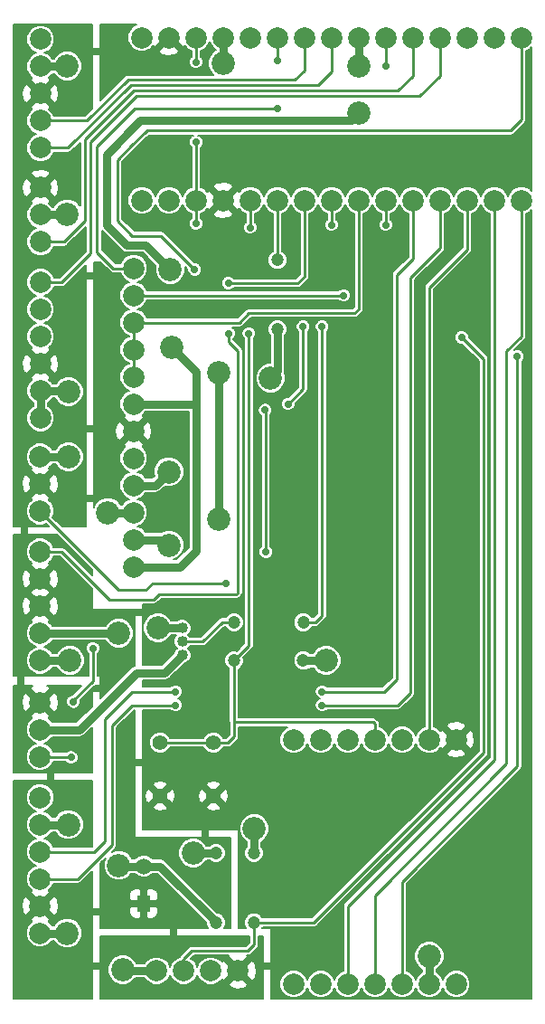
<source format=gbr>
G04 #@! TF.GenerationSoftware,KiCad,Pcbnew,no-vcs-found-895c0bb~58~ubuntu16.04.1*
G04 #@! TF.CreationDate,2017-07-19T10:40:22-04:00*
G04 #@! TF.ProjectId,Noeud,4E6F6575642E6B696361645F70636200,rev?*
G04 #@! TF.SameCoordinates,Original
G04 #@! TF.FileFunction,Copper,L2,Bot,Signal*
G04 #@! TF.FilePolarity,Positive*
%FSLAX46Y46*%
G04 Gerber Fmt 4.6, Leading zero omitted, Abs format (unit mm)*
G04 Created by KiCad (PCBNEW no-vcs-found-895c0bb~58~ubuntu16.04.1) date Wed Jul 19 10:40:22 2017*
%MOMM*%
%LPD*%
G01*
G04 APERTURE LIST*
%ADD10C,1.500000*%
%ADD11R,1.300000X1.500000*%
%ADD12C,2.000000*%
%ADD13C,1.400000*%
%ADD14C,1.016000*%
%ADD15C,1.200000*%
%ADD16C,2.184400*%
%ADD17C,0.700000*%
%ADD18C,0.762000*%
%ADD19C,0.254000*%
%ADD20C,0.127000*%
G04 APERTURE END LIST*
D10*
X139251000Y-132294000D03*
D11*
X139251000Y-135794000D03*
D12*
X129540000Y-122047000D03*
X129540000Y-119507000D03*
X129540000Y-116967000D03*
X129540000Y-113030000D03*
X129540000Y-110490000D03*
X129540000Y-107950000D03*
X129540000Y-105410000D03*
X129540000Y-102870000D03*
X129540000Y-125857000D03*
X129540000Y-128397000D03*
X129540000Y-130937000D03*
X129540000Y-133477000D03*
X129540000Y-136017000D03*
X129540000Y-138557000D03*
X138303000Y-76327000D03*
X138303000Y-78867000D03*
X138303000Y-81407000D03*
X138303000Y-83947000D03*
X138303000Y-86487000D03*
X138303000Y-89027000D03*
X138303000Y-91567000D03*
X138303000Y-94107000D03*
X138303000Y-96647000D03*
X138303000Y-99187000D03*
X138303000Y-101727000D03*
X138303000Y-104267000D03*
X168526000Y-120457000D03*
X165986000Y-120457000D03*
X163446000Y-120457000D03*
X160906000Y-120457000D03*
X158366000Y-120457000D03*
X155826000Y-120457000D03*
X168526000Y-143317000D03*
X153286000Y-120457000D03*
X165986000Y-143317000D03*
X163446000Y-143317000D03*
X160906000Y-143317000D03*
X158366000Y-143317000D03*
X155826000Y-143317000D03*
X153286000Y-143317000D03*
X129580000Y-54900000D03*
X129580000Y-57440000D03*
X129580000Y-59980000D03*
X129580000Y-62520000D03*
X129580000Y-65060000D03*
X129580000Y-68780000D03*
X129580000Y-71320000D03*
X129580000Y-73860000D03*
X129580000Y-90340000D03*
X129580000Y-87800000D03*
X129580000Y-85260000D03*
X129580000Y-82720000D03*
X129580000Y-80180000D03*
X129580000Y-77640000D03*
D13*
X145787000Y-120721000D03*
X145787000Y-125721000D03*
X140787000Y-120721000D03*
X140787000Y-125721000D03*
D14*
X142875000Y-109982000D03*
X142875000Y-111252000D03*
X142875000Y-112522000D03*
D15*
X149582000Y-131052000D03*
X149582000Y-137552000D03*
X151789000Y-82054000D03*
X151789000Y-75554000D03*
X146026000Y-137552000D03*
X146026000Y-131052000D03*
X154190000Y-109450000D03*
X147690000Y-109450000D03*
X154189000Y-113054000D03*
X147689000Y-113054000D03*
D12*
X148082000Y-142081000D03*
X145542000Y-142081000D03*
X143002000Y-142081000D03*
X140462000Y-142081000D03*
X129540000Y-99060000D03*
X129540000Y-96520000D03*
X129540000Y-93980000D03*
X139065000Y-69977000D03*
X141605000Y-69977000D03*
X144145000Y-69977000D03*
X146685000Y-69977000D03*
X149225000Y-69977000D03*
X151765000Y-69977000D03*
X154305000Y-69977000D03*
X156845000Y-69977000D03*
X159385000Y-69977000D03*
X161925000Y-69977000D03*
X164465000Y-69977000D03*
X167005000Y-69977000D03*
X169545000Y-69977000D03*
X172085000Y-69977000D03*
X174625000Y-69977000D03*
X174625000Y-54737000D03*
X172085000Y-54737000D03*
X169545000Y-54737000D03*
X167005000Y-54737000D03*
X164465000Y-54737000D03*
X161925000Y-54737000D03*
X159385000Y-54737000D03*
X156845000Y-54737000D03*
X154305000Y-54737000D03*
X151765000Y-54737000D03*
X149225000Y-54737000D03*
X146685000Y-54737000D03*
X144145000Y-54737000D03*
X141605000Y-54737000D03*
X139065000Y-54737000D03*
D16*
X136906000Y-110490000D03*
X136906000Y-132207000D03*
X137287000Y-57150000D03*
X141097000Y-64960500D03*
D17*
X161925000Y-57404000D03*
X132461000Y-122110500D03*
X132651500Y-116903500D03*
X134493000Y-111887000D03*
X150685500Y-102870000D03*
X150622000Y-89598500D03*
D16*
X135890000Y-99187000D03*
X140589000Y-109982000D03*
X143891000Y-131064000D03*
X132080000Y-138557000D03*
X132207000Y-128397000D03*
X132334000Y-113030000D03*
D17*
X147193000Y-77724000D03*
X147193000Y-82423000D03*
X142240000Y-115951000D03*
X155956000Y-115951000D03*
X155956000Y-117221000D03*
X142240000Y-117221000D03*
X151765000Y-61341000D03*
X151765000Y-56896000D03*
X157988000Y-78867000D03*
X161925000Y-72263000D03*
D16*
X141732000Y-76454000D03*
X141859000Y-83693000D03*
X159385000Y-61785500D03*
X159385000Y-57404000D03*
X141605000Y-95377000D03*
X151130000Y-86614000D03*
X156337000Y-113030000D03*
X149606000Y-128778000D03*
X165989000Y-140716000D03*
X137287000Y-141986000D03*
X132207000Y-93980000D03*
X132207000Y-87884000D03*
X132080000Y-71247000D03*
X132080000Y-57404000D03*
X141605000Y-102235000D03*
X146304000Y-99822000D03*
X146304000Y-86106000D03*
X146685000Y-57150000D03*
D17*
X144145000Y-57023000D03*
X144145000Y-64516000D03*
X149098000Y-82423000D03*
X144145000Y-72136000D03*
X144018000Y-76454000D03*
X174244000Y-84582000D03*
X169037000Y-82804000D03*
X149225000Y-72517000D03*
X152781000Y-89027000D03*
X154178000Y-81788000D03*
X146939000Y-105791000D03*
X156845000Y-72263000D03*
X155956000Y-81788000D03*
D18*
X129540000Y-110490000D02*
X136906000Y-110490000D01*
X136993000Y-132294000D02*
X139251000Y-132294000D01*
X136906000Y-132207000D02*
X136993000Y-132294000D01*
X146026000Y-137552000D02*
X146026000Y-137517000D01*
X146026000Y-137517000D02*
X140803000Y-132294000D01*
X140803000Y-132294000D02*
X139251000Y-132294000D01*
D19*
X161925000Y-54737000D02*
X161925000Y-57404000D01*
X132397500Y-122047000D02*
X129540000Y-122047000D01*
X132461000Y-122110500D02*
X132397500Y-122047000D01*
X132651500Y-116776500D02*
X132651500Y-116903500D01*
X134493000Y-114935000D02*
X132651500Y-116776500D01*
X134493000Y-111887000D02*
X134493000Y-114935000D01*
X150685500Y-89662000D02*
X150685500Y-102870000D01*
X150622000Y-89598500D02*
X150685500Y-89662000D01*
D18*
X129540000Y-119507000D02*
X133223000Y-119507000D01*
X141224000Y-114173000D02*
X142875000Y-112522000D01*
X138557000Y-114173000D02*
X141224000Y-114173000D01*
X133223000Y-119507000D02*
X138557000Y-114173000D01*
X138303000Y-99187000D02*
X135890000Y-99187000D01*
X142875000Y-109982000D02*
X140589000Y-109982000D01*
X146026000Y-131052000D02*
X143903000Y-131052000D01*
X143903000Y-131052000D02*
X143891000Y-131064000D01*
X129540000Y-138557000D02*
X132080000Y-138557000D01*
X129540000Y-128397000D02*
X132207000Y-128397000D01*
X129540000Y-113030000D02*
X132334000Y-113030000D01*
D19*
X129540000Y-102870000D02*
X131572000Y-102870000D01*
X154305000Y-77089000D02*
X154305000Y-69977000D01*
X153670000Y-77724000D02*
X154305000Y-77089000D01*
X147193000Y-77724000D02*
X153670000Y-77724000D01*
X147193000Y-83185000D02*
X147193000Y-82423000D01*
X148082000Y-84074000D02*
X147193000Y-83185000D01*
X148082000Y-106680000D02*
X148082000Y-84074000D01*
X147955000Y-106807000D02*
X148082000Y-106680000D01*
X140716000Y-106807000D02*
X147955000Y-106807000D01*
X140208000Y-107315000D02*
X140716000Y-106807000D01*
X136017000Y-107315000D02*
X140208000Y-107315000D01*
X131572000Y-102870000D02*
X136017000Y-107315000D01*
X164465000Y-69977000D02*
X164465000Y-75438000D01*
X161798000Y-115951000D02*
X155956000Y-115951000D01*
X162941000Y-114808000D02*
X161798000Y-115951000D01*
X162941000Y-76962000D02*
X162941000Y-114808000D01*
X164465000Y-75438000D02*
X162941000Y-76962000D01*
X134620000Y-130937000D02*
X129540000Y-130937000D01*
X135636000Y-129921000D02*
X134620000Y-130937000D01*
X135636000Y-118491000D02*
X135636000Y-129921000D01*
X138176000Y-115951000D02*
X135636000Y-118491000D01*
X140716000Y-115951000D02*
X138176000Y-115951000D01*
X142240000Y-115951000D02*
X140716000Y-115951000D01*
X136271000Y-120904000D02*
X136271000Y-119126000D01*
X136271000Y-120904000D02*
X136271000Y-130302000D01*
X136271000Y-130302000D02*
X133096000Y-133477000D01*
X129540000Y-133477000D02*
X133096000Y-133477000D01*
X138176000Y-117221000D02*
X142240000Y-117221000D01*
X136652000Y-118745000D02*
X138176000Y-117221000D01*
X164211000Y-116078000D02*
X163068000Y-117221000D01*
X163068000Y-117221000D02*
X155956000Y-117221000D01*
X167005000Y-74422000D02*
X167005000Y-69977000D01*
X164211000Y-77216000D02*
X167005000Y-74422000D01*
X164211000Y-115189000D02*
X164211000Y-77216000D01*
X164211000Y-115189000D02*
X164211000Y-116078000D01*
X136652000Y-118745000D02*
X136398000Y-118999000D01*
X136271000Y-119126000D02*
X136398000Y-118999000D01*
X151765000Y-54737000D02*
X151765000Y-56896000D01*
X151765000Y-61341000D02*
X151638000Y-61341000D01*
X136398000Y-76327000D02*
X138303000Y-76327000D01*
X138430000Y-61341000D02*
X151638000Y-61341000D01*
X134874000Y-64897000D02*
X138430000Y-61341000D01*
X134874000Y-74803000D02*
X134874000Y-64897000D01*
X136398000Y-76327000D02*
X134874000Y-74803000D01*
X138303000Y-78867000D02*
X157988000Y-78867000D01*
X161925000Y-72263000D02*
X161925000Y-69977000D01*
X138303000Y-81407000D02*
X148209000Y-81407000D01*
X159385000Y-80137000D02*
X159385000Y-69977000D01*
X159004000Y-80518000D02*
X159385000Y-80137000D01*
X149098000Y-80518000D02*
X159004000Y-80518000D01*
X148209000Y-81407000D02*
X149098000Y-80518000D01*
X138303000Y-86487000D02*
X138303000Y-83947000D01*
X138303000Y-83947000D02*
X138303000Y-81407000D01*
X138303000Y-81407000D02*
X138430000Y-81280000D01*
D18*
X159385000Y-61785500D02*
X159385000Y-61849000D01*
X144145000Y-89027000D02*
X144145000Y-85979000D01*
X135763000Y-65659000D02*
X138684000Y-62738000D01*
X135763000Y-72263000D02*
X135763000Y-65659000D01*
X137668000Y-74168000D02*
X135763000Y-72263000D01*
X139446000Y-74168000D02*
X137668000Y-74168000D01*
X141732000Y-76454000D02*
X139446000Y-74168000D01*
X141859000Y-83693000D02*
X144145000Y-85979000D01*
X159385000Y-57404000D02*
X159385000Y-54737000D01*
X138938000Y-62484000D02*
X138684000Y-62738000D01*
X158750000Y-62484000D02*
X138938000Y-62484000D01*
X159385000Y-61849000D02*
X158750000Y-62484000D01*
X138303000Y-89027000D02*
X144145000Y-89027000D01*
X144145000Y-89027000D02*
X144018000Y-89027000D01*
X144018000Y-89027000D02*
X144145000Y-89027000D01*
X141097000Y-104267000D02*
X139954000Y-104267000D01*
X138303000Y-104267000D02*
X139954000Y-104267000D01*
X142621000Y-104267000D02*
X141097000Y-104267000D01*
X144145000Y-102743000D02*
X142621000Y-104267000D01*
X144145000Y-89027000D02*
X144145000Y-102743000D01*
X138303000Y-96647000D02*
X140335000Y-96647000D01*
X140335000Y-96647000D02*
X141605000Y-95377000D01*
X151789000Y-82054000D02*
X151789000Y-85955000D01*
X151789000Y-85955000D02*
X151130000Y-86614000D01*
X154189000Y-113054000D02*
X156313000Y-113054000D01*
X156313000Y-113054000D02*
X156337000Y-113030000D01*
X149582000Y-131052000D02*
X149582000Y-128802000D01*
X149582000Y-128802000D02*
X149606000Y-128778000D01*
X165986000Y-143317000D02*
X165986000Y-140719000D01*
X165986000Y-140719000D02*
X165989000Y-140716000D01*
X140462000Y-142081000D02*
X137382000Y-142081000D01*
X137382000Y-142081000D02*
X137287000Y-141986000D01*
X129540000Y-93980000D02*
X132207000Y-93980000D01*
X129580000Y-87800000D02*
X132123000Y-87800000D01*
X132123000Y-87800000D02*
X132207000Y-87884000D01*
X129580000Y-71320000D02*
X132007000Y-71320000D01*
X132007000Y-71320000D02*
X132080000Y-71247000D01*
X129580000Y-57440000D02*
X132044000Y-57440000D01*
X132044000Y-57440000D02*
X132080000Y-57404000D01*
X129580000Y-87800000D02*
X129580000Y-90340000D01*
X141097000Y-101727000D02*
X141605000Y-102235000D01*
X138303000Y-101727000D02*
X140843000Y-101727000D01*
X140843000Y-101727000D02*
X141097000Y-101727000D01*
X146304000Y-99822000D02*
X146304000Y-86106000D01*
X146685000Y-54737000D02*
X146685000Y-57150000D01*
D19*
X165986000Y-120457000D02*
X165986000Y-78108000D01*
X169545000Y-74549000D02*
X169545000Y-69977000D01*
X165986000Y-78108000D02*
X169545000Y-74549000D01*
X144145000Y-54737000D02*
X144145000Y-57023000D01*
X144145000Y-64516000D02*
X144145000Y-69977000D01*
X149098000Y-88773000D02*
X149098000Y-82423000D01*
X149098000Y-111633000D02*
X149098000Y-88773000D01*
X147689000Y-113042000D02*
X149098000Y-111633000D01*
X144145000Y-72136000D02*
X144145000Y-69977000D01*
X147689000Y-113054000D02*
X147689000Y-113042000D01*
X147701000Y-118819000D02*
X147701000Y-120142000D01*
X147122000Y-120721000D02*
X145787000Y-120721000D01*
X147701000Y-120142000D02*
X147122000Y-120721000D01*
X160906000Y-120457000D02*
X160906000Y-118996000D01*
X160729000Y-118819000D02*
X147701000Y-118819000D01*
X147701000Y-118819000D02*
X147689000Y-118819000D01*
X160906000Y-118996000D02*
X160729000Y-118819000D01*
X140787000Y-120721000D02*
X145787000Y-120721000D01*
X147689000Y-118819000D02*
X147689000Y-113054000D01*
X174625000Y-54737000D02*
X174625000Y-62420500D01*
X139382500Y-63563500D02*
X139446000Y-63563500D01*
X139446000Y-63563500D02*
X139573000Y-63436500D01*
X139573000Y-63436500D02*
X172275500Y-63436500D01*
X163446000Y-133734000D02*
X163446000Y-143317000D01*
X136779000Y-66167000D02*
X138176000Y-64770000D01*
X136779000Y-71882000D02*
X136779000Y-66167000D01*
X138176000Y-73279000D02*
X136779000Y-71882000D01*
X140843000Y-73279000D02*
X138176000Y-73279000D01*
X144018000Y-76454000D02*
X140843000Y-73279000D01*
X174244000Y-122936000D02*
X174244000Y-84582000D01*
X163446000Y-133734000D02*
X174244000Y-122936000D01*
X138176000Y-64770000D02*
X139382500Y-63563500D01*
X173609000Y-63436500D02*
X172275500Y-63436500D01*
X174625000Y-62420500D02*
X173609000Y-63436500D01*
X174625000Y-69977000D02*
X174625000Y-82677000D01*
X160906000Y-135004000D02*
X160906000Y-143317000D01*
X173228000Y-122682000D02*
X160906000Y-135004000D01*
X173228000Y-84074000D02*
X173228000Y-122682000D01*
X174625000Y-82677000D02*
X173228000Y-84074000D01*
X172085000Y-69977000D02*
X172085000Y-122301000D01*
X158366000Y-136020000D02*
X158366000Y-143317000D01*
X172085000Y-122301000D02*
X158366000Y-136020000D01*
X129580000Y-62520000D02*
X133949000Y-62520000D01*
X154305000Y-57785000D02*
X154305000Y-54737000D01*
X153416000Y-58674000D02*
X154305000Y-57785000D01*
X137795000Y-58674000D02*
X153416000Y-58674000D01*
X133949000Y-62520000D02*
X137795000Y-58674000D01*
X129580000Y-65060000D02*
X132171002Y-65060000D01*
X156845000Y-57912000D02*
X156845000Y-54737000D01*
X155575000Y-59182000D02*
X156845000Y-57912000D01*
X140208000Y-59182000D02*
X155575000Y-59182000D01*
X140207998Y-59182002D02*
X140208000Y-59182000D01*
X138049000Y-59182002D02*
X140207998Y-59182002D01*
X132171002Y-65060000D02*
X138049000Y-59182002D01*
X129580000Y-73860000D02*
X131753000Y-73860000D01*
X164465000Y-58293000D02*
X164465000Y-54737000D01*
X163067996Y-59690004D02*
X164465000Y-58293000D01*
X138302996Y-59690004D02*
X163067996Y-59690004D01*
X133731000Y-64262000D02*
X138302996Y-59690004D01*
X133731000Y-71882000D02*
X133731000Y-64262000D01*
X131753000Y-73860000D02*
X133731000Y-71882000D01*
X129580000Y-77640000D02*
X131529000Y-77640000D01*
X167005000Y-58293000D02*
X167005000Y-54737000D01*
X165099994Y-60198006D02*
X167005000Y-58293000D01*
X138556994Y-60198006D02*
X165099994Y-60198006D01*
X134239000Y-64516000D02*
X138556994Y-60198006D01*
X134239000Y-74930000D02*
X134239000Y-64516000D01*
X131529000Y-77640000D02*
X134239000Y-74930000D01*
X142875000Y-111252000D02*
X144780000Y-111252000D01*
X146582000Y-109450000D02*
X147690000Y-109450000D01*
X144780000Y-111252000D02*
X146582000Y-109450000D01*
X149582000Y-137552000D02*
X155183000Y-137552000D01*
X171069000Y-84836000D02*
X169037000Y-82804000D01*
X171069000Y-121666000D02*
X171069000Y-84836000D01*
X155183000Y-137552000D02*
X171069000Y-121666000D01*
X149225000Y-72517000D02*
X149225000Y-69977000D01*
X143002000Y-142081000D02*
X143002000Y-140970000D01*
X149582000Y-139597000D02*
X149582000Y-137552000D01*
X148971000Y-140208000D02*
X149582000Y-139597000D01*
X143764000Y-140208000D02*
X148971000Y-140208000D01*
X143002000Y-140970000D02*
X143764000Y-140208000D01*
X134747000Y-104267000D02*
X136906000Y-106426000D01*
X140081000Y-105791000D02*
X139446000Y-106426000D01*
X152781000Y-89027000D02*
X154178000Y-87630000D01*
X154178000Y-87630000D02*
X154178000Y-81788000D01*
X140208000Y-105791000D02*
X146939000Y-105791000D01*
X140208000Y-105791000D02*
X140081000Y-105791000D01*
X134239000Y-103759000D02*
X134747000Y-104267000D01*
X134239000Y-103759000D02*
X129540000Y-99060000D01*
X136906000Y-106426000D02*
X139446000Y-106426000D01*
X151765000Y-69977000D02*
X151765000Y-75530000D01*
X151765000Y-75530000D02*
X151789000Y-75554000D01*
X154190000Y-109450000D02*
X155345000Y-109450000D01*
X156845000Y-72263000D02*
X156845000Y-69977000D01*
X155956000Y-108839000D02*
X155956000Y-81788000D01*
X155345000Y-109450000D02*
X155956000Y-108839000D01*
D20*
G36*
X134429500Y-55753000D02*
X134434334Y-55777300D01*
X134448099Y-55797901D01*
X134468700Y-55811666D01*
X134493000Y-55816500D01*
X135128000Y-55816500D01*
X135152300Y-55811666D01*
X135172901Y-55797901D01*
X135186666Y-55777300D01*
X135191500Y-55753000D01*
X135191500Y-53530500D01*
X138534891Y-53530500D01*
X138319671Y-53619427D01*
X137948729Y-53989722D01*
X137747730Y-54473783D01*
X137747272Y-54997917D01*
X137947427Y-55482329D01*
X138317722Y-55853271D01*
X138801783Y-56054270D01*
X139325917Y-56054728D01*
X139451277Y-56002930D01*
X140698281Y-56002930D01*
X140803586Y-56272183D01*
X141452079Y-56462012D01*
X142123853Y-56389224D01*
X142406414Y-56272183D01*
X142511719Y-56002930D01*
X141605000Y-55096210D01*
X140698281Y-56002930D01*
X139451277Y-56002930D01*
X139810329Y-55854573D01*
X140110932Y-55554494D01*
X140339070Y-55643719D01*
X141245790Y-54737000D01*
X141231647Y-54722858D01*
X141590858Y-54363647D01*
X141605000Y-54377790D01*
X141619142Y-54363647D01*
X141978353Y-54722858D01*
X141964210Y-54737000D01*
X142870930Y-55643719D01*
X143099354Y-55554382D01*
X143397722Y-55853271D01*
X143700500Y-55978995D01*
X143700500Y-56523560D01*
X143579451Y-56644398D01*
X143477616Y-56889644D01*
X143477384Y-57155191D01*
X143578791Y-57400614D01*
X143766398Y-57588549D01*
X144011644Y-57690384D01*
X144277191Y-57690616D01*
X144522614Y-57589209D01*
X144710549Y-57401602D01*
X144812384Y-57156356D01*
X144812616Y-56890809D01*
X144711209Y-56645386D01*
X144589500Y-56523464D01*
X144589500Y-55978873D01*
X144890329Y-55854573D01*
X145261271Y-55484278D01*
X145415130Y-55113743D01*
X145567427Y-55482329D01*
X145937722Y-55853271D01*
X145986500Y-55873525D01*
X145986500Y-55913316D01*
X145887512Y-55954217D01*
X145490611Y-56350426D01*
X145275545Y-56868363D01*
X145275055Y-57429177D01*
X145489217Y-57947488D01*
X145770737Y-58229500D01*
X137795000Y-58229500D01*
X137624897Y-58263336D01*
X137480691Y-58359691D01*
X135191500Y-60648882D01*
X135191500Y-56388000D01*
X135186666Y-56363700D01*
X135172901Y-56343099D01*
X135152300Y-56329334D01*
X135128000Y-56324500D01*
X134493000Y-56324500D01*
X134468700Y-56329334D01*
X134448099Y-56343099D01*
X134434334Y-56363700D01*
X134429500Y-56388000D01*
X134429500Y-61410882D01*
X133764882Y-62075500D01*
X130821873Y-62075500D01*
X130697573Y-61774671D01*
X130397494Y-61474068D01*
X130486719Y-61245930D01*
X129580000Y-60339210D01*
X128673281Y-61245930D01*
X128762618Y-61474354D01*
X128463729Y-61772722D01*
X128262730Y-62256783D01*
X128262272Y-62780917D01*
X128462427Y-63265329D01*
X128832722Y-63636271D01*
X129203257Y-63790130D01*
X128834671Y-63942427D01*
X128463729Y-64312722D01*
X128262730Y-64796783D01*
X128262272Y-65320917D01*
X128462427Y-65805329D01*
X128832722Y-66176271D01*
X129316783Y-66377270D01*
X129840917Y-66377728D01*
X130325329Y-66177573D01*
X130696271Y-65807278D01*
X130821995Y-65504500D01*
X132171002Y-65504500D01*
X132341105Y-65470664D01*
X132485311Y-65374309D01*
X133286500Y-64573120D01*
X133286500Y-70475449D01*
X133275783Y-70449512D01*
X132879574Y-70052611D01*
X132361637Y-69837545D01*
X131800823Y-69837055D01*
X131282512Y-70051217D01*
X130885611Y-70447426D01*
X130813329Y-70621500D01*
X130716922Y-70621500D01*
X130697573Y-70574671D01*
X130397494Y-70274068D01*
X130486719Y-70045930D01*
X129580000Y-69139210D01*
X128673281Y-70045930D01*
X128762618Y-70274354D01*
X128463729Y-70572722D01*
X128262730Y-71056783D01*
X128262272Y-71580917D01*
X128462427Y-72065329D01*
X128832722Y-72436271D01*
X129203257Y-72590130D01*
X128834671Y-72742427D01*
X128463729Y-73112722D01*
X128262730Y-73596783D01*
X128262272Y-74120917D01*
X128462427Y-74605329D01*
X128832722Y-74976271D01*
X129316783Y-75177270D01*
X129840917Y-75177728D01*
X130325329Y-74977573D01*
X130696271Y-74607278D01*
X130821995Y-74304500D01*
X131753000Y-74304500D01*
X131923103Y-74270664D01*
X132067309Y-74174309D01*
X133794500Y-72447118D01*
X133794500Y-74745882D01*
X131344882Y-77195500D01*
X130821873Y-77195500D01*
X130697573Y-76894671D01*
X130327278Y-76523729D01*
X129843217Y-76322730D01*
X129319083Y-76322272D01*
X128834671Y-76522427D01*
X128463729Y-76892722D01*
X128262730Y-77376783D01*
X128262272Y-77900917D01*
X128462427Y-78385329D01*
X128832722Y-78756271D01*
X129203257Y-78910130D01*
X128834671Y-79062427D01*
X128463729Y-79432722D01*
X128262730Y-79916783D01*
X128262272Y-80440917D01*
X128462427Y-80925329D01*
X128832722Y-81296271D01*
X129203257Y-81450130D01*
X128834671Y-81602427D01*
X128463729Y-81972722D01*
X128262730Y-82456783D01*
X128262272Y-82980917D01*
X128462427Y-83465329D01*
X128762506Y-83765932D01*
X128673281Y-83994070D01*
X129580000Y-84900790D01*
X130486719Y-83994070D01*
X130397382Y-83765646D01*
X130696271Y-83467278D01*
X130897270Y-82983217D01*
X130897728Y-82459083D01*
X130697573Y-81974671D01*
X130327278Y-81603729D01*
X129956743Y-81449870D01*
X130325329Y-81297573D01*
X130696271Y-80927278D01*
X130897270Y-80443217D01*
X130897728Y-79919083D01*
X130697573Y-79434671D01*
X130327278Y-79063729D01*
X129956743Y-78909870D01*
X130325329Y-78757573D01*
X130696271Y-78387278D01*
X130821995Y-78084500D01*
X131529000Y-78084500D01*
X131699103Y-78050664D01*
X131843309Y-77954309D01*
X132454618Y-77343000D01*
X133794500Y-77343000D01*
X133794500Y-91059000D01*
X133799334Y-91083300D01*
X133813099Y-91103901D01*
X133833700Y-91117666D01*
X133858000Y-91122500D01*
X134493000Y-91122500D01*
X134517300Y-91117666D01*
X134537901Y-91103901D01*
X134551666Y-91083300D01*
X134556500Y-91059000D01*
X134556500Y-77343000D01*
X134551666Y-77318700D01*
X134537901Y-77298099D01*
X134517300Y-77284334D01*
X134493000Y-77279500D01*
X133858000Y-77279500D01*
X133833700Y-77284334D01*
X133813099Y-77298099D01*
X133799334Y-77318700D01*
X133794500Y-77343000D01*
X132454618Y-77343000D01*
X133794500Y-76003118D01*
X133794500Y-76708000D01*
X133799334Y-76732300D01*
X133813099Y-76752901D01*
X133833700Y-76766666D01*
X133858000Y-76771500D01*
X134493000Y-76771500D01*
X134517300Y-76766666D01*
X134537901Y-76752901D01*
X134551666Y-76732300D01*
X134556500Y-76708000D01*
X134556500Y-75755500D01*
X135128000Y-75755500D01*
X135152300Y-75750666D01*
X135172901Y-75736901D01*
X135175457Y-75733075D01*
X136083691Y-76641309D01*
X136227897Y-76737664D01*
X136398000Y-76771500D01*
X137061127Y-76771500D01*
X137185427Y-77072329D01*
X137555722Y-77443271D01*
X137926257Y-77597130D01*
X137557671Y-77749427D01*
X137186729Y-78119722D01*
X136985730Y-78603783D01*
X136985272Y-79127917D01*
X137185427Y-79612329D01*
X137555722Y-79983271D01*
X137926257Y-80137130D01*
X137557671Y-80289427D01*
X137186729Y-80659722D01*
X136985730Y-81143783D01*
X136985272Y-81667917D01*
X137185427Y-82152329D01*
X137555722Y-82523271D01*
X137858500Y-82648995D01*
X137858500Y-82705127D01*
X137557671Y-82829427D01*
X137186729Y-83199722D01*
X136985730Y-83683783D01*
X136985272Y-84207917D01*
X137185427Y-84692329D01*
X137555722Y-85063271D01*
X137858500Y-85188995D01*
X137858500Y-85245127D01*
X137557671Y-85369427D01*
X137186729Y-85739722D01*
X136985730Y-86223783D01*
X136985272Y-86747917D01*
X137185427Y-87232329D01*
X137555722Y-87603271D01*
X137926257Y-87757130D01*
X137557671Y-87909427D01*
X137186729Y-88279722D01*
X136985730Y-88763783D01*
X136985272Y-89287917D01*
X137185427Y-89772329D01*
X137485506Y-90072932D01*
X137396281Y-90301070D01*
X138303000Y-91207790D01*
X139209719Y-90301070D01*
X139120382Y-90072646D01*
X139419271Y-89774278D01*
X139439525Y-89725500D01*
X143446500Y-89725500D01*
X143446500Y-102453672D01*
X142331672Y-103568500D01*
X142069188Y-103568500D01*
X142402488Y-103430783D01*
X142799389Y-103034574D01*
X143014455Y-102516637D01*
X143014945Y-101955823D01*
X142800783Y-101437512D01*
X142404574Y-101040611D01*
X141886637Y-100825545D01*
X141325823Y-100825055D01*
X140833449Y-101028500D01*
X139439922Y-101028500D01*
X139420573Y-100981671D01*
X139050278Y-100610729D01*
X138679743Y-100456870D01*
X139048329Y-100304573D01*
X139419271Y-99934278D01*
X139620270Y-99450217D01*
X139620728Y-98926083D01*
X139420573Y-98441671D01*
X139050278Y-98070729D01*
X138679743Y-97916870D01*
X139048329Y-97764573D01*
X139419271Y-97394278D01*
X139439525Y-97345500D01*
X140335000Y-97345500D01*
X140602305Y-97292330D01*
X140828914Y-97140914D01*
X141224447Y-96745381D01*
X141323363Y-96786455D01*
X141884177Y-96786945D01*
X142402488Y-96572783D01*
X142799389Y-96176574D01*
X143014455Y-95658637D01*
X143014945Y-95097823D01*
X142800783Y-94579512D01*
X142404574Y-94182611D01*
X141886637Y-93967545D01*
X141325823Y-93967055D01*
X140807512Y-94181217D01*
X140410611Y-94577426D01*
X140195545Y-95095363D01*
X140195055Y-95656177D01*
X140236848Y-95757324D01*
X140045672Y-95948500D01*
X139439922Y-95948500D01*
X139420573Y-95901671D01*
X139050278Y-95530729D01*
X138679743Y-95376870D01*
X139048329Y-95224573D01*
X139419271Y-94854278D01*
X139620270Y-94370217D01*
X139620728Y-93846083D01*
X139420573Y-93361671D01*
X139120494Y-93061068D01*
X139209719Y-92832930D01*
X138303000Y-91926210D01*
X137396281Y-92832930D01*
X137485618Y-93061354D01*
X137186729Y-93359722D01*
X136985730Y-93843783D01*
X136985272Y-94367917D01*
X137185427Y-94852329D01*
X137555722Y-95223271D01*
X137926257Y-95377130D01*
X137557671Y-95529427D01*
X137186729Y-95899722D01*
X136985730Y-96383783D01*
X136985272Y-96907917D01*
X137185427Y-97392329D01*
X137555722Y-97763271D01*
X137926257Y-97917130D01*
X137557671Y-98069427D01*
X137186729Y-98439722D01*
X137166475Y-98488500D01*
X137126684Y-98488500D01*
X137085783Y-98389512D01*
X136689574Y-97992611D01*
X136171637Y-97777545D01*
X135610823Y-97777055D01*
X135092512Y-97991217D01*
X134695611Y-98387426D01*
X134556500Y-98722443D01*
X134556500Y-98171000D01*
X134551666Y-98146700D01*
X134537901Y-98126099D01*
X134517300Y-98112334D01*
X134493000Y-98107500D01*
X133858000Y-98107500D01*
X133833700Y-98112334D01*
X133813099Y-98126099D01*
X133799334Y-98146700D01*
X133794500Y-98171000D01*
X133794500Y-100520500D01*
X131629118Y-100520500D01*
X130732446Y-99623828D01*
X130857270Y-99323217D01*
X130857728Y-98799083D01*
X130657573Y-98314671D01*
X130357494Y-98014068D01*
X130446719Y-97785930D01*
X129540000Y-96879210D01*
X128633281Y-97785930D01*
X128722618Y-98014354D01*
X128423729Y-98312722D01*
X128222730Y-98796783D01*
X128222272Y-99320917D01*
X128422427Y-99805329D01*
X128792722Y-100176271D01*
X129276783Y-100377270D01*
X129800917Y-100377728D01*
X130103914Y-100252532D01*
X130371882Y-100520500D01*
X128397000Y-100520500D01*
X128372700Y-100525334D01*
X128352099Y-100539099D01*
X128338334Y-100559700D01*
X128333500Y-100584000D01*
X128333500Y-101219000D01*
X128338334Y-101243300D01*
X128352099Y-101263901D01*
X128372700Y-101277666D01*
X128397000Y-101282500D01*
X131133882Y-101282500D01*
X134429500Y-104578118D01*
X134429500Y-105098882D01*
X131886309Y-102555691D01*
X131827860Y-102516637D01*
X131742103Y-102459336D01*
X131572000Y-102425500D01*
X130781873Y-102425500D01*
X130657573Y-102124671D01*
X130287278Y-101753729D01*
X129803217Y-101552730D01*
X129279083Y-101552272D01*
X128794671Y-101752427D01*
X128423729Y-102122722D01*
X128222730Y-102606783D01*
X128222272Y-103130917D01*
X128422427Y-103615329D01*
X128722506Y-103915932D01*
X128633281Y-104144070D01*
X129540000Y-105050790D01*
X130446719Y-104144070D01*
X130357382Y-103915646D01*
X130656271Y-103617278D01*
X130781995Y-103314500D01*
X131387882Y-103314500D01*
X134429500Y-106356118D01*
X134429500Y-108204000D01*
X134434334Y-108228300D01*
X134448099Y-108248901D01*
X134468700Y-108262666D01*
X134493000Y-108267500D01*
X139065000Y-108267500D01*
X139089300Y-108262666D01*
X139109901Y-108248901D01*
X139123666Y-108228300D01*
X139128500Y-108204000D01*
X139128500Y-107759500D01*
X140208000Y-107759500D01*
X140378103Y-107725664D01*
X140522309Y-107629309D01*
X140900118Y-107251500D01*
X147955000Y-107251500D01*
X148125103Y-107217664D01*
X148269309Y-107121309D01*
X148396309Y-106994309D01*
X148429134Y-106945183D01*
X148492664Y-106850103D01*
X148526500Y-106680000D01*
X148526500Y-84074000D01*
X148492664Y-83903897D01*
X148396309Y-83759691D01*
X147637500Y-83000882D01*
X147637500Y-82922440D01*
X147758549Y-82801602D01*
X147860384Y-82556356D01*
X147860616Y-82290809D01*
X147759209Y-82045386D01*
X147571602Y-81857451D01*
X147557270Y-81851500D01*
X148209000Y-81851500D01*
X148379103Y-81817664D01*
X148523309Y-81721309D01*
X149282118Y-80962500D01*
X159004000Y-80962500D01*
X159174103Y-80928664D01*
X159318309Y-80832309D01*
X159699309Y-80451309D01*
X159795664Y-80307103D01*
X159829500Y-80137000D01*
X159829500Y-71218873D01*
X160130329Y-71094573D01*
X160501271Y-70724278D01*
X160655130Y-70353743D01*
X160807427Y-70722329D01*
X161177722Y-71093271D01*
X161480500Y-71218995D01*
X161480500Y-71763560D01*
X161359451Y-71884398D01*
X161257616Y-72129644D01*
X161257384Y-72395191D01*
X161358791Y-72640614D01*
X161546398Y-72828549D01*
X161791644Y-72930384D01*
X162057191Y-72930616D01*
X162302614Y-72829209D01*
X162490549Y-72641602D01*
X162592384Y-72396356D01*
X162592616Y-72130809D01*
X162491209Y-71885386D01*
X162369500Y-71763464D01*
X162369500Y-71218873D01*
X162670329Y-71094573D01*
X163041271Y-70724278D01*
X163195130Y-70353743D01*
X163347427Y-70722329D01*
X163717722Y-71093271D01*
X164020500Y-71218995D01*
X164020500Y-75253882D01*
X162626691Y-76647691D01*
X162530336Y-76791897D01*
X162496500Y-76962000D01*
X162496500Y-114623882D01*
X161613882Y-115506500D01*
X156455440Y-115506500D01*
X156334602Y-115385451D01*
X156089356Y-115283616D01*
X155823809Y-115283384D01*
X155578386Y-115384791D01*
X155390451Y-115572398D01*
X155288616Y-115817644D01*
X155288384Y-116083191D01*
X155389791Y-116328614D01*
X155577398Y-116516549D01*
X155744763Y-116586045D01*
X155578386Y-116654791D01*
X155390451Y-116842398D01*
X155288616Y-117087644D01*
X155288384Y-117353191D01*
X155389791Y-117598614D01*
X155577398Y-117786549D01*
X155822644Y-117888384D01*
X156088191Y-117888616D01*
X156333614Y-117787209D01*
X156455536Y-117665500D01*
X163068000Y-117665500D01*
X163238103Y-117631664D01*
X163382309Y-117535309D01*
X164525309Y-116392309D01*
X164545785Y-116361664D01*
X164621664Y-116248103D01*
X164655500Y-116078000D01*
X164655500Y-77400118D01*
X167319309Y-74736309D01*
X167415665Y-74592102D01*
X167449500Y-74422000D01*
X167449500Y-71218873D01*
X167750329Y-71094573D01*
X168121271Y-70724278D01*
X168275130Y-70353743D01*
X168427427Y-70722329D01*
X168797722Y-71093271D01*
X169100500Y-71218995D01*
X169100500Y-74364882D01*
X165671691Y-77793691D01*
X165575336Y-77937897D01*
X165541500Y-78108000D01*
X165541500Y-119215127D01*
X165240671Y-119339427D01*
X164869729Y-119709722D01*
X164715870Y-120080257D01*
X164563573Y-119711671D01*
X164193278Y-119340729D01*
X163709217Y-119139730D01*
X163185083Y-119139272D01*
X162700671Y-119339427D01*
X162329729Y-119709722D01*
X162175870Y-120080257D01*
X162023573Y-119711671D01*
X161653278Y-119340729D01*
X161350500Y-119215005D01*
X161350500Y-118996000D01*
X161316664Y-118825897D01*
X161220309Y-118681691D01*
X161043309Y-118504691D01*
X161022819Y-118491000D01*
X160899103Y-118408336D01*
X160729000Y-118374500D01*
X148133500Y-118374500D01*
X148133500Y-113863073D01*
X148208043Y-113832272D01*
X148466365Y-113574401D01*
X148606340Y-113237303D01*
X148606341Y-113235701D01*
X153271341Y-113235701D01*
X153410728Y-113573043D01*
X153668599Y-113831365D01*
X154005697Y-113971340D01*
X154370701Y-113971659D01*
X154708043Y-113832272D01*
X154787955Y-113752500D01*
X155110233Y-113752500D01*
X155141217Y-113827488D01*
X155537426Y-114224389D01*
X156055363Y-114439455D01*
X156616177Y-114439945D01*
X157134488Y-114225783D01*
X157531389Y-113829574D01*
X157746455Y-113311637D01*
X157746945Y-112750823D01*
X157532783Y-112232512D01*
X157136574Y-111835611D01*
X156618637Y-111620545D01*
X156057823Y-111620055D01*
X155539512Y-111834217D01*
X155142611Y-112230426D01*
X155090676Y-112355500D01*
X154788128Y-112355500D01*
X154709401Y-112276635D01*
X154372303Y-112136660D01*
X154007299Y-112136341D01*
X153669957Y-112275728D01*
X153411635Y-112533599D01*
X153271660Y-112870697D01*
X153271341Y-113235701D01*
X148606341Y-113235701D01*
X148606659Y-112872299D01*
X148571766Y-112787852D01*
X149412309Y-111947309D01*
X149459508Y-111876670D01*
X149508664Y-111803103D01*
X149542500Y-111633000D01*
X149542500Y-109631701D01*
X153272341Y-109631701D01*
X153411728Y-109969043D01*
X153669599Y-110227365D01*
X154006697Y-110367340D01*
X154371701Y-110367659D01*
X154709043Y-110228272D01*
X154967365Y-109970401D01*
X154998882Y-109894500D01*
X155345000Y-109894500D01*
X155515103Y-109860664D01*
X155659309Y-109764309D01*
X156270309Y-109153309D01*
X156366664Y-109009103D01*
X156400500Y-108839000D01*
X156400500Y-82287440D01*
X156521549Y-82166602D01*
X156623384Y-81921356D01*
X156623616Y-81655809D01*
X156522209Y-81410386D01*
X156334602Y-81222451D01*
X156089356Y-81120616D01*
X155823809Y-81120384D01*
X155578386Y-81221791D01*
X155390451Y-81409398D01*
X155288616Y-81654644D01*
X155288384Y-81920191D01*
X155389791Y-82165614D01*
X155511500Y-82287536D01*
X155511500Y-108654882D01*
X155160882Y-109005500D01*
X154999073Y-109005500D01*
X154968272Y-108930957D01*
X154710401Y-108672635D01*
X154373303Y-108532660D01*
X154008299Y-108532341D01*
X153670957Y-108671728D01*
X153412635Y-108929599D01*
X153272660Y-109266697D01*
X153272341Y-109631701D01*
X149542500Y-109631701D01*
X149542500Y-89730691D01*
X149954384Y-89730691D01*
X150055791Y-89976114D01*
X150241000Y-90161647D01*
X150241000Y-102370560D01*
X150119951Y-102491398D01*
X150018116Y-102736644D01*
X150017884Y-103002191D01*
X150119291Y-103247614D01*
X150306898Y-103435549D01*
X150552144Y-103537384D01*
X150817691Y-103537616D01*
X151063114Y-103436209D01*
X151251049Y-103248602D01*
X151352884Y-103003356D01*
X151353116Y-102737809D01*
X151251709Y-102492386D01*
X151130000Y-102370464D01*
X151130000Y-90034551D01*
X151187549Y-89977102D01*
X151289384Y-89731856D01*
X151289616Y-89466309D01*
X151188209Y-89220886D01*
X151126622Y-89159191D01*
X152113384Y-89159191D01*
X152214791Y-89404614D01*
X152402398Y-89592549D01*
X152647644Y-89694384D01*
X152913191Y-89694616D01*
X153158614Y-89593209D01*
X153346549Y-89405602D01*
X153448384Y-89160356D01*
X153448535Y-88988083D01*
X154492309Y-87944309D01*
X154588664Y-87800103D01*
X154622500Y-87630000D01*
X154622500Y-82287440D01*
X154743549Y-82166602D01*
X154845384Y-81921356D01*
X154845616Y-81655809D01*
X154744209Y-81410386D01*
X154556602Y-81222451D01*
X154311356Y-81120616D01*
X154045809Y-81120384D01*
X153800386Y-81221791D01*
X153612451Y-81409398D01*
X153510616Y-81654644D01*
X153510384Y-81920191D01*
X153611791Y-82165614D01*
X153733500Y-82287536D01*
X153733500Y-87445882D01*
X152819849Y-88359533D01*
X152648809Y-88359384D01*
X152403386Y-88460791D01*
X152215451Y-88648398D01*
X152113616Y-88893644D01*
X152113384Y-89159191D01*
X151126622Y-89159191D01*
X151000602Y-89032951D01*
X150755356Y-88931116D01*
X150489809Y-88930884D01*
X150244386Y-89032291D01*
X150056451Y-89219898D01*
X149954616Y-89465144D01*
X149954384Y-89730691D01*
X149542500Y-89730691D01*
X149542500Y-86893177D01*
X149720055Y-86893177D01*
X149934217Y-87411488D01*
X150330426Y-87808389D01*
X150848363Y-88023455D01*
X151409177Y-88023945D01*
X151927488Y-87809783D01*
X152324389Y-87413574D01*
X152539455Y-86895637D01*
X152539945Y-86334823D01*
X152453543Y-86125714D01*
X152487500Y-85955000D01*
X152487500Y-82653128D01*
X152566365Y-82574401D01*
X152706340Y-82237303D01*
X152706659Y-81872299D01*
X152567272Y-81534957D01*
X152309401Y-81276635D01*
X151972303Y-81136660D01*
X151607299Y-81136341D01*
X151269957Y-81275728D01*
X151011635Y-81533599D01*
X150871660Y-81870697D01*
X150871341Y-82235701D01*
X151010728Y-82573043D01*
X151090500Y-82652955D01*
X151090500Y-85204264D01*
X150850823Y-85204055D01*
X150332512Y-85418217D01*
X149935611Y-85814426D01*
X149720545Y-86332363D01*
X149720055Y-86893177D01*
X149542500Y-86893177D01*
X149542500Y-82922440D01*
X149663549Y-82801602D01*
X149765384Y-82556356D01*
X149765616Y-82290809D01*
X149664209Y-82045386D01*
X149476602Y-81857451D01*
X149231356Y-81755616D01*
X148965809Y-81755384D01*
X148720386Y-81856791D01*
X148532451Y-82044398D01*
X148430616Y-82289644D01*
X148430384Y-82555191D01*
X148531791Y-82800614D01*
X148653500Y-82922536D01*
X148653500Y-111448882D01*
X147938313Y-112164069D01*
X147872303Y-112136660D01*
X147507299Y-112136341D01*
X147169957Y-112275728D01*
X146911635Y-112533599D01*
X146771660Y-112870697D01*
X146771341Y-113235701D01*
X146910728Y-113573043D01*
X147168599Y-113831365D01*
X147244500Y-113862882D01*
X147244500Y-118819000D01*
X147256500Y-118879327D01*
X147256500Y-119957882D01*
X146937882Y-120276500D01*
X146704272Y-120276500D01*
X146650097Y-120145386D01*
X146364120Y-119858908D01*
X145990281Y-119703677D01*
X145585495Y-119703324D01*
X145211386Y-119857903D01*
X144924908Y-120143880D01*
X144869840Y-120276500D01*
X141704272Y-120276500D01*
X141650097Y-120145386D01*
X141364120Y-119858908D01*
X140990281Y-119703677D01*
X140585495Y-119703324D01*
X140211386Y-119857903D01*
X139924908Y-120143880D01*
X139769677Y-120517719D01*
X139769324Y-120922505D01*
X139923903Y-121296614D01*
X140209880Y-121583092D01*
X140583719Y-121738323D01*
X140988505Y-121738676D01*
X141362614Y-121584097D01*
X141649092Y-121298120D01*
X141704160Y-121165500D01*
X144869728Y-121165500D01*
X144923903Y-121296614D01*
X145209880Y-121583092D01*
X145583719Y-121738323D01*
X145988505Y-121738676D01*
X146362614Y-121584097D01*
X146649092Y-121298120D01*
X146704160Y-121165500D01*
X147122000Y-121165500D01*
X147292103Y-121131664D01*
X147436309Y-121035309D01*
X148015309Y-120456309D01*
X148111665Y-120312102D01*
X148145500Y-120142000D01*
X148145500Y-119263500D01*
X152724428Y-119263500D01*
X152540671Y-119339427D01*
X152169729Y-119709722D01*
X151968730Y-120193783D01*
X151968272Y-120717917D01*
X152168427Y-121202329D01*
X152538722Y-121573271D01*
X153022783Y-121774270D01*
X153546917Y-121774728D01*
X154031329Y-121574573D01*
X154402271Y-121204278D01*
X154556130Y-120833743D01*
X154708427Y-121202329D01*
X155078722Y-121573271D01*
X155562783Y-121774270D01*
X156086917Y-121774728D01*
X156571329Y-121574573D01*
X156942271Y-121204278D01*
X157096130Y-120833743D01*
X157248427Y-121202329D01*
X157618722Y-121573271D01*
X158102783Y-121774270D01*
X158626917Y-121774728D01*
X159111329Y-121574573D01*
X159482271Y-121204278D01*
X159636130Y-120833743D01*
X159788427Y-121202329D01*
X160158722Y-121573271D01*
X160642783Y-121774270D01*
X161166917Y-121774728D01*
X161651329Y-121574573D01*
X162022271Y-121204278D01*
X162176130Y-120833743D01*
X162328427Y-121202329D01*
X162698722Y-121573271D01*
X163182783Y-121774270D01*
X163706917Y-121774728D01*
X164191329Y-121574573D01*
X164562271Y-121204278D01*
X164716130Y-120833743D01*
X164868427Y-121202329D01*
X165238722Y-121573271D01*
X165722783Y-121774270D01*
X166246917Y-121774728D01*
X166372277Y-121722930D01*
X167619281Y-121722930D01*
X167724586Y-121992183D01*
X168373079Y-122182012D01*
X169044853Y-122109224D01*
X169327414Y-121992183D01*
X169432719Y-121722930D01*
X168526000Y-120816210D01*
X167619281Y-121722930D01*
X166372277Y-121722930D01*
X166731329Y-121574573D01*
X167031932Y-121274494D01*
X167260070Y-121363719D01*
X168166790Y-120457000D01*
X168885210Y-120457000D01*
X169791930Y-121363719D01*
X170061183Y-121258414D01*
X170251012Y-120609921D01*
X170178224Y-119938147D01*
X170061183Y-119655586D01*
X169791930Y-119550281D01*
X168885210Y-120457000D01*
X168166790Y-120457000D01*
X167260070Y-119550281D01*
X167031646Y-119639618D01*
X166733278Y-119340729D01*
X166430500Y-119215005D01*
X166430500Y-119191070D01*
X167619281Y-119191070D01*
X168526000Y-120097790D01*
X169432719Y-119191070D01*
X169327414Y-118921817D01*
X168678921Y-118731988D01*
X168007147Y-118804776D01*
X167724586Y-118921817D01*
X167619281Y-119191070D01*
X166430500Y-119191070D01*
X166430500Y-78292118D01*
X169859309Y-74863309D01*
X169917222Y-74776635D01*
X169955664Y-74719103D01*
X169989500Y-74549000D01*
X169989500Y-71218873D01*
X170290329Y-71094573D01*
X170661271Y-70724278D01*
X170815130Y-70353743D01*
X170967427Y-70722329D01*
X171337722Y-71093271D01*
X171640500Y-71218995D01*
X171640500Y-122116882D01*
X158051691Y-135705691D01*
X157955336Y-135849897D01*
X157921500Y-136020000D01*
X157921500Y-142075127D01*
X157620671Y-142199427D01*
X157249729Y-142569722D01*
X157095870Y-142940257D01*
X156943573Y-142571671D01*
X156573278Y-142200729D01*
X156089217Y-141999730D01*
X155565083Y-141999272D01*
X155080671Y-142199427D01*
X154709729Y-142569722D01*
X154555870Y-142940257D01*
X154403573Y-142571671D01*
X154033278Y-142200729D01*
X153549217Y-141999730D01*
X153025083Y-141999272D01*
X152540671Y-142199427D01*
X152169729Y-142569722D01*
X151968730Y-143053783D01*
X151968272Y-143577917D01*
X152168427Y-144062329D01*
X152538722Y-144433271D01*
X153022783Y-144634270D01*
X153546917Y-144634728D01*
X154031329Y-144434573D01*
X154402271Y-144064278D01*
X154556130Y-143693743D01*
X154708427Y-144062329D01*
X155078722Y-144433271D01*
X155562783Y-144634270D01*
X156086917Y-144634728D01*
X156571329Y-144434573D01*
X156942271Y-144064278D01*
X157096130Y-143693743D01*
X157248427Y-144062329D01*
X157618722Y-144433271D01*
X158102783Y-144634270D01*
X158626917Y-144634728D01*
X159111329Y-144434573D01*
X159482271Y-144064278D01*
X159636130Y-143693743D01*
X159788427Y-144062329D01*
X160158722Y-144433271D01*
X160642783Y-144634270D01*
X161166917Y-144634728D01*
X161651329Y-144434573D01*
X162022271Y-144064278D01*
X162176130Y-143693743D01*
X162328427Y-144062329D01*
X162698722Y-144433271D01*
X163182783Y-144634270D01*
X163706917Y-144634728D01*
X164191329Y-144434573D01*
X164562271Y-144064278D01*
X164716130Y-143693743D01*
X164868427Y-144062329D01*
X165238722Y-144433271D01*
X165722783Y-144634270D01*
X166246917Y-144634728D01*
X166731329Y-144434573D01*
X167102271Y-144064278D01*
X167256130Y-143693743D01*
X167408427Y-144062329D01*
X167778722Y-144433271D01*
X168262783Y-144634270D01*
X168786917Y-144634728D01*
X169271329Y-144434573D01*
X169642271Y-144064278D01*
X169843270Y-143580217D01*
X169843728Y-143056083D01*
X169643573Y-142571671D01*
X169273278Y-142200729D01*
X168789217Y-141999730D01*
X168265083Y-141999272D01*
X167780671Y-142199427D01*
X167409729Y-142569722D01*
X167255870Y-142940257D01*
X167103573Y-142571671D01*
X166733278Y-142200729D01*
X166684500Y-142180475D01*
X166684500Y-141953924D01*
X166786488Y-141911783D01*
X167183389Y-141515574D01*
X167398455Y-140997637D01*
X167398945Y-140436823D01*
X167184783Y-139918512D01*
X166788574Y-139521611D01*
X166270637Y-139306545D01*
X165709823Y-139306055D01*
X165191512Y-139520217D01*
X164794611Y-139916426D01*
X164579545Y-140434363D01*
X164579055Y-140995177D01*
X164793217Y-141513488D01*
X165189426Y-141910389D01*
X165287500Y-141951113D01*
X165287500Y-142180078D01*
X165240671Y-142199427D01*
X164869729Y-142569722D01*
X164715870Y-142940257D01*
X164563573Y-142571671D01*
X164193278Y-142200729D01*
X163890500Y-142075005D01*
X163890500Y-133918118D01*
X174558309Y-123250309D01*
X174654664Y-123106103D01*
X174688500Y-122936000D01*
X174688500Y-85081440D01*
X174809549Y-84960602D01*
X174911384Y-84715356D01*
X174911616Y-84449809D01*
X174810209Y-84204386D01*
X174622602Y-84016451D01*
X174377356Y-83914616D01*
X174111809Y-83914384D01*
X173948936Y-83981682D01*
X174939309Y-82991309D01*
X175035664Y-82847103D01*
X175069500Y-82677000D01*
X175069500Y-71218873D01*
X175370329Y-71094573D01*
X175577500Y-70887763D01*
X175577500Y-144716500D01*
X151193500Y-144716500D01*
X151193500Y-141986000D01*
X151188666Y-141961700D01*
X151174901Y-141941099D01*
X151154300Y-141927334D01*
X151130000Y-141922500D01*
X150495000Y-141922500D01*
X150470700Y-141927334D01*
X150450099Y-141941099D01*
X150436334Y-141961700D01*
X150431500Y-141986000D01*
X150431500Y-144716500D01*
X135191500Y-144716500D01*
X135191500Y-141986000D01*
X135186666Y-141961700D01*
X135172901Y-141941099D01*
X135152300Y-141927334D01*
X135128000Y-141922500D01*
X134493000Y-141922500D01*
X134468700Y-141927334D01*
X134448099Y-141941099D01*
X134434334Y-141961700D01*
X134429500Y-141986000D01*
X134429500Y-144716500D01*
X127063500Y-144716500D01*
X127063500Y-138817917D01*
X128222272Y-138817917D01*
X128422427Y-139302329D01*
X128792722Y-139673271D01*
X129276783Y-139874270D01*
X129800917Y-139874728D01*
X130285329Y-139674573D01*
X130656271Y-139304278D01*
X130676525Y-139255500D01*
X130843316Y-139255500D01*
X130884217Y-139354488D01*
X131280426Y-139751389D01*
X131798363Y-139966455D01*
X132359177Y-139966945D01*
X132877488Y-139752783D01*
X133274389Y-139356574D01*
X133489455Y-138838637D01*
X133489945Y-138277823D01*
X133275783Y-137759512D01*
X132879574Y-137362611D01*
X132361637Y-137147545D01*
X131800823Y-137147055D01*
X131282512Y-137361217D01*
X130885611Y-137757426D01*
X130843641Y-137858500D01*
X130676922Y-137858500D01*
X130657573Y-137811671D01*
X130357494Y-137511068D01*
X130446719Y-137282930D01*
X129540000Y-136376210D01*
X128633281Y-137282930D01*
X128722618Y-137511354D01*
X128423729Y-137809722D01*
X128222730Y-138293783D01*
X128222272Y-138817917D01*
X127063500Y-138817917D01*
X127063500Y-135864079D01*
X127814988Y-135864079D01*
X127887776Y-136535853D01*
X128004817Y-136818414D01*
X128274070Y-136923719D01*
X129180790Y-136017000D01*
X129899210Y-136017000D01*
X130805930Y-136923719D01*
X130851235Y-136906000D01*
X134429500Y-136906000D01*
X134429500Y-141351000D01*
X134434334Y-141375300D01*
X134448099Y-141395901D01*
X134468700Y-141409666D01*
X134493000Y-141414500D01*
X135128000Y-141414500D01*
X135152300Y-141409666D01*
X135172901Y-141395901D01*
X135186666Y-141375300D01*
X135191500Y-141351000D01*
X135191500Y-138874500D01*
X141732000Y-138874500D01*
X141756300Y-138869666D01*
X141776901Y-138855901D01*
X141790666Y-138835300D01*
X141795500Y-138811000D01*
X141795500Y-138176000D01*
X141790666Y-138151700D01*
X141776901Y-138131099D01*
X141756300Y-138117334D01*
X141732000Y-138112500D01*
X135191500Y-138112500D01*
X135191500Y-136906000D01*
X135186666Y-136881700D01*
X135172901Y-136861099D01*
X135152300Y-136847334D01*
X135128000Y-136842500D01*
X134493000Y-136842500D01*
X134468700Y-136847334D01*
X134448099Y-136861099D01*
X134434334Y-136881700D01*
X134429500Y-136906000D01*
X130851235Y-136906000D01*
X131075183Y-136818414D01*
X131265012Y-136169921D01*
X131192224Y-135498147D01*
X131075183Y-135215586D01*
X130805930Y-135110281D01*
X129899210Y-136017000D01*
X129180790Y-136017000D01*
X128274070Y-135110281D01*
X128004817Y-135215586D01*
X127814988Y-135864079D01*
X127063500Y-135864079D01*
X127063500Y-124269500D01*
X130175000Y-124269500D01*
X130199300Y-124264666D01*
X130219901Y-124250901D01*
X130233666Y-124230300D01*
X130238500Y-124206000D01*
X130238500Y-123571000D01*
X130233666Y-123546700D01*
X130219901Y-123526099D01*
X130199300Y-123512334D01*
X130175000Y-123507500D01*
X127063500Y-123507500D01*
X127063500Y-119767917D01*
X128222272Y-119767917D01*
X128422427Y-120252329D01*
X128792722Y-120623271D01*
X129163257Y-120777130D01*
X128794671Y-120929427D01*
X128423729Y-121299722D01*
X128222730Y-121783783D01*
X128222272Y-122307917D01*
X128422427Y-122792329D01*
X128792722Y-123163271D01*
X129276783Y-123364270D01*
X129800917Y-123364728D01*
X130285329Y-123164573D01*
X130656271Y-122794278D01*
X130781995Y-122491500D01*
X131898171Y-122491500D01*
X132082398Y-122676049D01*
X132327644Y-122777884D01*
X132593191Y-122778116D01*
X132838614Y-122676709D01*
X133026549Y-122489102D01*
X133128384Y-122243856D01*
X133128616Y-121978309D01*
X133027209Y-121732886D01*
X132839602Y-121544951D01*
X132594356Y-121443116D01*
X132328809Y-121442884D01*
X132083386Y-121544291D01*
X132025075Y-121602500D01*
X130781873Y-121602500D01*
X130657573Y-121301671D01*
X130287278Y-120930729D01*
X129916743Y-120776870D01*
X130285329Y-120624573D01*
X130656271Y-120254278D01*
X130676525Y-120205500D01*
X133223000Y-120205500D01*
X133490305Y-120152330D01*
X133716914Y-120000914D01*
X134429500Y-119288328D01*
X134429500Y-123507500D01*
X130810000Y-123507500D01*
X130785700Y-123512334D01*
X130765099Y-123526099D01*
X130751334Y-123546700D01*
X130746500Y-123571000D01*
X130746500Y-124206000D01*
X130751334Y-124230300D01*
X130765099Y-124250901D01*
X130785700Y-124264666D01*
X130810000Y-124269500D01*
X134429500Y-124269500D01*
X134429500Y-130492500D01*
X130781873Y-130492500D01*
X130657573Y-130191671D01*
X130287278Y-129820729D01*
X129916743Y-129666870D01*
X130285329Y-129514573D01*
X130656271Y-129144278D01*
X130676525Y-129095500D01*
X130970316Y-129095500D01*
X131011217Y-129194488D01*
X131407426Y-129591389D01*
X131925363Y-129806455D01*
X132486177Y-129806945D01*
X133004488Y-129592783D01*
X133401389Y-129196574D01*
X133616455Y-128678637D01*
X133616945Y-128117823D01*
X133402783Y-127599512D01*
X133006574Y-127202611D01*
X132488637Y-126987545D01*
X131927823Y-126987055D01*
X131409512Y-127201217D01*
X131012611Y-127597426D01*
X130970641Y-127698500D01*
X130676922Y-127698500D01*
X130657573Y-127651671D01*
X130287278Y-127280729D01*
X129916743Y-127126870D01*
X130285329Y-126974573D01*
X130656271Y-126604278D01*
X130857270Y-126120217D01*
X130857728Y-125596083D01*
X130657573Y-125111671D01*
X130287278Y-124740729D01*
X129803217Y-124539730D01*
X129279083Y-124539272D01*
X128794671Y-124739427D01*
X128423729Y-125109722D01*
X128222730Y-125593783D01*
X128222272Y-126117917D01*
X128422427Y-126602329D01*
X128792722Y-126973271D01*
X129163257Y-127127130D01*
X128794671Y-127279427D01*
X128423729Y-127649722D01*
X128222730Y-128133783D01*
X128222272Y-128657917D01*
X128422427Y-129142329D01*
X128792722Y-129513271D01*
X129163257Y-129667130D01*
X128794671Y-129819427D01*
X128423729Y-130189722D01*
X128222730Y-130673783D01*
X128222272Y-131197917D01*
X128422427Y-131682329D01*
X128792722Y-132053271D01*
X129163257Y-132207130D01*
X128794671Y-132359427D01*
X128423729Y-132729722D01*
X128222730Y-133213783D01*
X128222272Y-133737917D01*
X128422427Y-134222329D01*
X128722506Y-134522932D01*
X128633281Y-134751070D01*
X129540000Y-135657790D01*
X130446719Y-134751070D01*
X130357382Y-134522646D01*
X130656271Y-134224278D01*
X130781995Y-133921500D01*
X133096000Y-133921500D01*
X133266103Y-133887664D01*
X133410309Y-133791309D01*
X134429500Y-132772118D01*
X134429500Y-136271000D01*
X134434334Y-136295300D01*
X134448099Y-136315901D01*
X134468700Y-136329666D01*
X134493000Y-136334500D01*
X135128000Y-136334500D01*
X135152300Y-136329666D01*
X135172901Y-136315901D01*
X135186666Y-136295300D01*
X135191500Y-136271000D01*
X135191500Y-136222625D01*
X137902500Y-136222625D01*
X137902500Y-136682941D01*
X138008840Y-136939669D01*
X138205332Y-137136160D01*
X138462060Y-137242500D01*
X138822375Y-137242500D01*
X138997000Y-137067875D01*
X138997000Y-136048000D01*
X139505000Y-136048000D01*
X139505000Y-137067875D01*
X139679625Y-137242500D01*
X140039940Y-137242500D01*
X140296668Y-137136160D01*
X140493160Y-136939669D01*
X140599500Y-136682941D01*
X140599500Y-136222625D01*
X140424875Y-136048000D01*
X139505000Y-136048000D01*
X138997000Y-136048000D01*
X138077125Y-136048000D01*
X137902500Y-136222625D01*
X135191500Y-136222625D01*
X135191500Y-134905059D01*
X137902500Y-134905059D01*
X137902500Y-135365375D01*
X138077125Y-135540000D01*
X138997000Y-135540000D01*
X138997000Y-134520125D01*
X139505000Y-134520125D01*
X139505000Y-135540000D01*
X140424875Y-135540000D01*
X140599500Y-135365375D01*
X140599500Y-134905059D01*
X140493160Y-134648331D01*
X140296668Y-134451840D01*
X140039940Y-134345500D01*
X139679625Y-134345500D01*
X139505000Y-134520125D01*
X138997000Y-134520125D01*
X138822375Y-134345500D01*
X138462060Y-134345500D01*
X138205332Y-134451840D01*
X138008840Y-134648331D01*
X137902500Y-134905059D01*
X135191500Y-134905059D01*
X135191500Y-132010118D01*
X135652971Y-131548647D01*
X135496545Y-131925363D01*
X135496055Y-132486177D01*
X135710217Y-133004488D01*
X136106426Y-133401389D01*
X136624363Y-133616455D01*
X137185177Y-133616945D01*
X137703488Y-133402783D01*
X138100389Y-133006574D01*
X138106233Y-132992500D01*
X138439924Y-132992500D01*
X138645520Y-133198455D01*
X139037729Y-133361315D01*
X139462407Y-133361685D01*
X139854900Y-133199511D01*
X140062273Y-132992500D01*
X140513672Y-132992500D01*
X145108469Y-137587297D01*
X145108341Y-137733701D01*
X145247728Y-138071043D01*
X145289113Y-138112500D01*
X142367000Y-138112500D01*
X142342700Y-138117334D01*
X142322099Y-138131099D01*
X142308334Y-138151700D01*
X142303500Y-138176000D01*
X142303500Y-138811000D01*
X142308334Y-138835300D01*
X142322099Y-138855901D01*
X142342700Y-138869666D01*
X142367000Y-138874500D01*
X149137500Y-138874500D01*
X149137500Y-139412882D01*
X148786882Y-139763500D01*
X143764000Y-139763500D01*
X143593897Y-139797336D01*
X143478757Y-139874270D01*
X143449691Y-139893691D01*
X142687691Y-140655691D01*
X142591336Y-140799897D01*
X142585864Y-140827407D01*
X142256671Y-140963427D01*
X141885729Y-141333722D01*
X141731870Y-141704257D01*
X141579573Y-141335671D01*
X141209278Y-140964729D01*
X140725217Y-140763730D01*
X140201083Y-140763272D01*
X139716671Y-140963427D01*
X139345729Y-141333722D01*
X139325475Y-141382500D01*
X138562937Y-141382500D01*
X138482783Y-141188512D01*
X138086574Y-140791611D01*
X137568637Y-140576545D01*
X137007823Y-140576055D01*
X136489512Y-140790217D01*
X136092611Y-141186426D01*
X135877545Y-141704363D01*
X135877055Y-142265177D01*
X136091217Y-142783488D01*
X136487426Y-143180389D01*
X137005363Y-143395455D01*
X137566177Y-143395945D01*
X138084488Y-143181783D01*
X138481389Y-142785574D01*
X138483911Y-142779500D01*
X139325078Y-142779500D01*
X139344427Y-142826329D01*
X139714722Y-143197271D01*
X140198783Y-143398270D01*
X140722917Y-143398728D01*
X141207329Y-143198573D01*
X141578271Y-142828278D01*
X141732130Y-142457743D01*
X141884427Y-142826329D01*
X142254722Y-143197271D01*
X142738783Y-143398270D01*
X143262917Y-143398728D01*
X143747329Y-143198573D01*
X144118271Y-142828278D01*
X144272130Y-142457743D01*
X144424427Y-142826329D01*
X144794722Y-143197271D01*
X145278783Y-143398270D01*
X145802917Y-143398728D01*
X145928277Y-143346930D01*
X147175281Y-143346930D01*
X147280586Y-143616183D01*
X147929079Y-143806012D01*
X148600853Y-143733224D01*
X148883414Y-143616183D01*
X148988719Y-143346930D01*
X148082000Y-142440210D01*
X147175281Y-143346930D01*
X145928277Y-143346930D01*
X146287329Y-143198573D01*
X146587932Y-142898494D01*
X146816070Y-142987719D01*
X147722790Y-142081000D01*
X148441210Y-142081000D01*
X149347930Y-142987719D01*
X149617183Y-142882414D01*
X149807012Y-142233921D01*
X149734224Y-141562147D01*
X149617183Y-141279586D01*
X149347930Y-141174281D01*
X148441210Y-142081000D01*
X147722790Y-142081000D01*
X146816070Y-141174281D01*
X146587646Y-141263618D01*
X146289278Y-140964729D01*
X145805217Y-140763730D01*
X145281083Y-140763272D01*
X144796671Y-140963427D01*
X144425729Y-141333722D01*
X144271870Y-141704257D01*
X144119573Y-141335671D01*
X143749278Y-140964729D01*
X143669158Y-140931460D01*
X143948118Y-140652500D01*
X147238862Y-140652500D01*
X147175281Y-140815070D01*
X148082000Y-141721790D01*
X148988719Y-140815070D01*
X148925138Y-140652500D01*
X148971000Y-140652500D01*
X149141103Y-140618664D01*
X149285309Y-140522309D01*
X149896309Y-139911309D01*
X149992664Y-139767103D01*
X150026500Y-139597000D01*
X150026500Y-138874500D01*
X150431500Y-138874500D01*
X150431500Y-141351000D01*
X150436334Y-141375300D01*
X150450099Y-141395901D01*
X150470700Y-141409666D01*
X150495000Y-141414500D01*
X151130000Y-141414500D01*
X151154300Y-141409666D01*
X151174901Y-141395901D01*
X151188666Y-141375300D01*
X151193500Y-141351000D01*
X151193500Y-138176000D01*
X151188666Y-138151700D01*
X151174901Y-138131099D01*
X151154300Y-138117334D01*
X151130000Y-138112500D01*
X150319196Y-138112500D01*
X150359365Y-138072401D01*
X150390882Y-137996500D01*
X155183000Y-137996500D01*
X155353103Y-137962664D01*
X155497309Y-137866309D01*
X171383309Y-121980309D01*
X171479665Y-121836102D01*
X171513500Y-121666000D01*
X171513500Y-84836000D01*
X171479664Y-84665897D01*
X171383309Y-84521691D01*
X169704467Y-82842849D01*
X169704616Y-82671809D01*
X169603209Y-82426386D01*
X169415602Y-82238451D01*
X169170356Y-82136616D01*
X168904809Y-82136384D01*
X168659386Y-82237791D01*
X168471451Y-82425398D01*
X168369616Y-82670644D01*
X168369384Y-82936191D01*
X168470791Y-83181614D01*
X168658398Y-83369549D01*
X168903644Y-83471384D01*
X169075917Y-83471535D01*
X170624500Y-85020118D01*
X170624500Y-121481882D01*
X154998882Y-137107500D01*
X150391073Y-137107500D01*
X150360272Y-137032957D01*
X150102401Y-136774635D01*
X149765303Y-136634660D01*
X149400299Y-136634341D01*
X149062957Y-136773728D01*
X148804635Y-137031599D01*
X148664660Y-137368697D01*
X148664341Y-137733701D01*
X148803728Y-138071043D01*
X148845113Y-138112500D01*
X148145500Y-138112500D01*
X148145500Y-129057177D01*
X148196055Y-129057177D01*
X148410217Y-129575488D01*
X148806426Y-129972389D01*
X148883500Y-130004393D01*
X148883500Y-130452872D01*
X148804635Y-130531599D01*
X148664660Y-130868697D01*
X148664341Y-131233701D01*
X148803728Y-131571043D01*
X149061599Y-131829365D01*
X149398697Y-131969340D01*
X149763701Y-131969659D01*
X150101043Y-131830272D01*
X150359365Y-131572401D01*
X150499340Y-131235303D01*
X150499659Y-130870299D01*
X150360272Y-130532957D01*
X150280500Y-130453045D01*
X150280500Y-130024601D01*
X150403488Y-129973783D01*
X150800389Y-129577574D01*
X151015455Y-129059637D01*
X151015945Y-128498823D01*
X150801783Y-127980512D01*
X150405574Y-127583611D01*
X149887637Y-127368545D01*
X149326823Y-127368055D01*
X148808512Y-127582217D01*
X148411611Y-127978426D01*
X148196545Y-128496363D01*
X148196055Y-129057177D01*
X148145500Y-129057177D01*
X148145500Y-128905000D01*
X148140666Y-128880700D01*
X148126901Y-128860099D01*
X148106300Y-128846334D01*
X148082000Y-128841500D01*
X145288000Y-128841500D01*
X145263700Y-128846334D01*
X145243099Y-128860099D01*
X145229334Y-128880700D01*
X145224500Y-128905000D01*
X145224500Y-129540000D01*
X145229334Y-129564300D01*
X145243099Y-129584901D01*
X145263700Y-129598666D01*
X145288000Y-129603500D01*
X147383500Y-129603500D01*
X147383500Y-138112500D01*
X146763196Y-138112500D01*
X146803365Y-138072401D01*
X146943340Y-137735303D01*
X146943659Y-137370299D01*
X146804272Y-137032957D01*
X146546401Y-136774635D01*
X146209303Y-136634660D01*
X146131420Y-136634592D01*
X141296914Y-131800086D01*
X141070305Y-131648670D01*
X140803000Y-131595500D01*
X140062076Y-131595500D01*
X139856480Y-131389545D01*
X139744814Y-131343177D01*
X142481055Y-131343177D01*
X142695217Y-131861488D01*
X143091426Y-132258389D01*
X143609363Y-132473455D01*
X144170177Y-132473945D01*
X144688488Y-132259783D01*
X145085389Y-131863574D01*
X145132341Y-131750500D01*
X145426872Y-131750500D01*
X145505599Y-131829365D01*
X145842697Y-131969340D01*
X146207701Y-131969659D01*
X146545043Y-131830272D01*
X146803365Y-131572401D01*
X146943340Y-131235303D01*
X146943659Y-130870299D01*
X146804272Y-130532957D01*
X146546401Y-130274635D01*
X146209303Y-130134660D01*
X145844299Y-130134341D01*
X145506957Y-130273728D01*
X145427045Y-130353500D01*
X145122726Y-130353500D01*
X145086783Y-130266512D01*
X144690574Y-129869611D01*
X144172637Y-129654545D01*
X143611823Y-129654055D01*
X143093512Y-129868217D01*
X142696611Y-130264426D01*
X142481545Y-130782363D01*
X142481055Y-131343177D01*
X139744814Y-131343177D01*
X139464271Y-131226685D01*
X139039593Y-131226315D01*
X138647100Y-131388489D01*
X138439727Y-131595500D01*
X138178632Y-131595500D01*
X138101783Y-131409512D01*
X137705574Y-131012611D01*
X137187637Y-130797545D01*
X136626823Y-130797055D01*
X136248062Y-130953556D01*
X136585309Y-130616309D01*
X136624212Y-130558086D01*
X136681664Y-130472103D01*
X136715500Y-130302000D01*
X136715500Y-122936000D01*
X138366500Y-122936000D01*
X138366500Y-129540000D01*
X138371334Y-129564300D01*
X138385099Y-129584901D01*
X138405700Y-129598666D01*
X138430000Y-129603500D01*
X144653000Y-129603500D01*
X144677300Y-129598666D01*
X144697901Y-129584901D01*
X144711666Y-129564300D01*
X144716500Y-129540000D01*
X144716500Y-128905000D01*
X144711666Y-128880700D01*
X144697901Y-128860099D01*
X144677300Y-128846334D01*
X144653000Y-128841500D01*
X139128500Y-128841500D01*
X139128500Y-126766968D01*
X140100242Y-126766968D01*
X140167773Y-127005423D01*
X140706436Y-127144621D01*
X141257365Y-127067085D01*
X141406227Y-127005423D01*
X141473758Y-126766968D01*
X145100242Y-126766968D01*
X145167773Y-127005423D01*
X145706436Y-127144621D01*
X146257365Y-127067085D01*
X146406227Y-127005423D01*
X146473758Y-126766968D01*
X145787000Y-126080210D01*
X145100242Y-126766968D01*
X141473758Y-126766968D01*
X140787000Y-126080210D01*
X140100242Y-126766968D01*
X139128500Y-126766968D01*
X139128500Y-125640436D01*
X139363379Y-125640436D01*
X139440915Y-126191365D01*
X139502577Y-126340227D01*
X139741032Y-126407758D01*
X140427790Y-125721000D01*
X141146210Y-125721000D01*
X141832968Y-126407758D01*
X142071423Y-126340227D01*
X142210621Y-125801564D01*
X142187945Y-125640436D01*
X144363379Y-125640436D01*
X144440915Y-126191365D01*
X144502577Y-126340227D01*
X144741032Y-126407758D01*
X145427790Y-125721000D01*
X146146210Y-125721000D01*
X146832968Y-126407758D01*
X147071423Y-126340227D01*
X147210621Y-125801564D01*
X147133085Y-125250635D01*
X147071423Y-125101773D01*
X146832968Y-125034242D01*
X146146210Y-125721000D01*
X145427790Y-125721000D01*
X144741032Y-125034242D01*
X144502577Y-125101773D01*
X144363379Y-125640436D01*
X142187945Y-125640436D01*
X142133085Y-125250635D01*
X142071423Y-125101773D01*
X141832968Y-125034242D01*
X141146210Y-125721000D01*
X140427790Y-125721000D01*
X139741032Y-125034242D01*
X139502577Y-125101773D01*
X139363379Y-125640436D01*
X139128500Y-125640436D01*
X139128500Y-124675032D01*
X140100242Y-124675032D01*
X140787000Y-125361790D01*
X141473758Y-124675032D01*
X145100242Y-124675032D01*
X145787000Y-125361790D01*
X146473758Y-124675032D01*
X146406227Y-124436577D01*
X145867564Y-124297379D01*
X145316635Y-124374915D01*
X145167773Y-124436577D01*
X145100242Y-124675032D01*
X141473758Y-124675032D01*
X141406227Y-124436577D01*
X140867564Y-124297379D01*
X140316635Y-124374915D01*
X140167773Y-124436577D01*
X140100242Y-124675032D01*
X139128500Y-124675032D01*
X139128500Y-122936000D01*
X139123666Y-122911700D01*
X139109901Y-122891099D01*
X139089300Y-122877334D01*
X139065000Y-122872500D01*
X138430000Y-122872500D01*
X138405700Y-122877334D01*
X138385099Y-122891099D01*
X138371334Y-122911700D01*
X138366500Y-122936000D01*
X136715500Y-122936000D01*
X136715500Y-119310118D01*
X138360118Y-117665500D01*
X138366500Y-117665500D01*
X138366500Y-122301000D01*
X138371334Y-122325300D01*
X138385099Y-122345901D01*
X138405700Y-122359666D01*
X138430000Y-122364500D01*
X139065000Y-122364500D01*
X139089300Y-122359666D01*
X139109901Y-122345901D01*
X139123666Y-122325300D01*
X139128500Y-122301000D01*
X139128500Y-117665500D01*
X141740560Y-117665500D01*
X141861398Y-117786549D01*
X142106644Y-117888384D01*
X142372191Y-117888616D01*
X142617614Y-117787209D01*
X142805549Y-117599602D01*
X142907384Y-117354356D01*
X142907616Y-117088809D01*
X142806209Y-116843386D01*
X142618602Y-116655451D01*
X142451237Y-116585955D01*
X142617614Y-116517209D01*
X142805549Y-116329602D01*
X142907384Y-116084356D01*
X142907616Y-115818809D01*
X142806209Y-115573386D01*
X142618602Y-115385451D01*
X142373356Y-115283616D01*
X142107809Y-115283384D01*
X141862386Y-115384791D01*
X141740464Y-115506500D01*
X139128500Y-115506500D01*
X139128500Y-114871500D01*
X141224000Y-114871500D01*
X141491305Y-114818330D01*
X141717914Y-114666914D01*
X143037186Y-113347642D01*
X143038482Y-113347643D01*
X143341998Y-113222233D01*
X143574417Y-112990219D01*
X143700357Y-112686923D01*
X143700643Y-112358518D01*
X143575233Y-112055002D01*
X143407434Y-111886911D01*
X143574417Y-111720219D01*
X143584266Y-111696500D01*
X144780000Y-111696500D01*
X144950103Y-111662664D01*
X145094309Y-111566309D01*
X146766118Y-109894500D01*
X146880927Y-109894500D01*
X146911728Y-109969043D01*
X147169599Y-110227365D01*
X147506697Y-110367340D01*
X147871701Y-110367659D01*
X148209043Y-110228272D01*
X148467365Y-109970401D01*
X148607340Y-109633303D01*
X148607659Y-109268299D01*
X148468272Y-108930957D01*
X148210401Y-108672635D01*
X147873303Y-108532660D01*
X147508299Y-108532341D01*
X147170957Y-108671728D01*
X146912635Y-108929599D01*
X146881118Y-109005500D01*
X146582000Y-109005500D01*
X146411897Y-109039336D01*
X146267691Y-109135691D01*
X144595882Y-110807500D01*
X143584529Y-110807500D01*
X143575233Y-110785002D01*
X143407434Y-110616911D01*
X143574417Y-110450219D01*
X143700357Y-110146923D01*
X143700643Y-109818518D01*
X143575233Y-109515002D01*
X143343219Y-109282583D01*
X143039923Y-109156643D01*
X142711518Y-109156357D01*
X142408002Y-109281767D01*
X142406266Y-109283500D01*
X141825684Y-109283500D01*
X141784783Y-109184512D01*
X141388574Y-108787611D01*
X140870637Y-108572545D01*
X140309823Y-108572055D01*
X139791512Y-108786217D01*
X139394611Y-109182426D01*
X139179545Y-109700363D01*
X139179055Y-110261177D01*
X139393217Y-110779488D01*
X139789426Y-111176389D01*
X140307363Y-111391455D01*
X140868177Y-111391945D01*
X141386488Y-111177783D01*
X141783389Y-110781574D01*
X141825359Y-110680500D01*
X142279044Y-110680500D01*
X142175583Y-110783781D01*
X142049643Y-111087077D01*
X142049357Y-111415482D01*
X142174767Y-111718998D01*
X142342566Y-111887089D01*
X142175583Y-112053781D01*
X142049643Y-112357077D01*
X142049641Y-112359531D01*
X140934672Y-113474500D01*
X139128500Y-113474500D01*
X139128500Y-108839000D01*
X139123666Y-108814700D01*
X139109901Y-108794099D01*
X139089300Y-108780334D01*
X139065000Y-108775500D01*
X138430000Y-108775500D01*
X138405700Y-108780334D01*
X138385099Y-108794099D01*
X138371334Y-108814700D01*
X138366500Y-108839000D01*
X138366500Y-113512393D01*
X138289695Y-113527670D01*
X138063086Y-113679086D01*
X135191500Y-116550672D01*
X135191500Y-115951000D01*
X135186666Y-115926700D01*
X135172901Y-115906099D01*
X135152300Y-115892334D01*
X135128000Y-115887500D01*
X134493000Y-115887500D01*
X134468700Y-115892334D01*
X134448099Y-115906099D01*
X134434334Y-115926700D01*
X134429500Y-115951000D01*
X134429500Y-117312672D01*
X132933672Y-118808500D01*
X130676922Y-118808500D01*
X130657573Y-118761671D01*
X130357494Y-118461068D01*
X130446719Y-118232930D01*
X129540000Y-117326210D01*
X128633281Y-118232930D01*
X128722618Y-118461354D01*
X128423729Y-118759722D01*
X128222730Y-119243783D01*
X128222272Y-119767917D01*
X127063500Y-119767917D01*
X127063500Y-116814079D01*
X127814988Y-116814079D01*
X127887776Y-117485853D01*
X128004817Y-117768414D01*
X128274070Y-117873719D01*
X129180790Y-116967000D01*
X129899210Y-116967000D01*
X130805930Y-117873719D01*
X131075183Y-117768414D01*
X131265012Y-117119921D01*
X131192224Y-116448147D01*
X131075183Y-116165586D01*
X130805930Y-116060281D01*
X129899210Y-116967000D01*
X129180790Y-116967000D01*
X128274070Y-116060281D01*
X128004817Y-116165586D01*
X127814988Y-116814079D01*
X127063500Y-116814079D01*
X127063500Y-115379500D01*
X127381000Y-115379500D01*
X127405300Y-115374666D01*
X127425901Y-115360901D01*
X127439666Y-115340300D01*
X127444500Y-115316000D01*
X127444500Y-114554000D01*
X127952500Y-114554000D01*
X127952500Y-115316000D01*
X127957334Y-115340300D01*
X127971099Y-115360901D01*
X127991700Y-115374666D01*
X128016000Y-115379500D01*
X128864890Y-115379500D01*
X128738586Y-115431817D01*
X128633281Y-115701070D01*
X129540000Y-116607790D01*
X130446719Y-115701070D01*
X130341414Y-115431817D01*
X130162689Y-115379500D01*
X133419882Y-115379500D01*
X132563459Y-116235923D01*
X132519309Y-116235884D01*
X132273886Y-116337291D01*
X132085951Y-116524898D01*
X131984116Y-116770144D01*
X131983884Y-117035691D01*
X132085291Y-117281114D01*
X132272898Y-117469049D01*
X132518144Y-117570884D01*
X132783691Y-117571116D01*
X133029114Y-117469709D01*
X133217049Y-117282102D01*
X133318884Y-117036856D01*
X133319116Y-116771309D01*
X133309231Y-116747387D01*
X134677118Y-115379500D01*
X135128000Y-115379500D01*
X135152300Y-115374666D01*
X135172901Y-115360901D01*
X135186666Y-115340300D01*
X135191500Y-115316000D01*
X135191500Y-114554000D01*
X135186666Y-114529700D01*
X135172901Y-114509099D01*
X135152300Y-114495334D01*
X135128000Y-114490500D01*
X134937500Y-114490500D01*
X134937500Y-112386440D01*
X135058549Y-112265602D01*
X135160384Y-112020356D01*
X135160616Y-111754809D01*
X135059209Y-111509386D01*
X134871602Y-111321451D01*
X134626356Y-111219616D01*
X134360809Y-111219384D01*
X134115386Y-111320791D01*
X133927451Y-111508398D01*
X133825616Y-111753644D01*
X133825384Y-112019191D01*
X133926791Y-112264614D01*
X134048500Y-112386536D01*
X134048500Y-114490500D01*
X128016000Y-114490500D01*
X127991700Y-114495334D01*
X127971099Y-114509099D01*
X127957334Y-114529700D01*
X127952500Y-114554000D01*
X127444500Y-114554000D01*
X127439666Y-114529700D01*
X127425901Y-114509099D01*
X127405300Y-114495334D01*
X127381000Y-114490500D01*
X127063500Y-114490500D01*
X127063500Y-110750917D01*
X128222272Y-110750917D01*
X128422427Y-111235329D01*
X128792722Y-111606271D01*
X129163257Y-111760130D01*
X128794671Y-111912427D01*
X128423729Y-112282722D01*
X128222730Y-112766783D01*
X128222272Y-113290917D01*
X128422427Y-113775329D01*
X128792722Y-114146271D01*
X129276783Y-114347270D01*
X129800917Y-114347728D01*
X130285329Y-114147573D01*
X130656271Y-113777278D01*
X130676525Y-113728500D01*
X131097316Y-113728500D01*
X131138217Y-113827488D01*
X131534426Y-114224389D01*
X132052363Y-114439455D01*
X132613177Y-114439945D01*
X133131488Y-114225783D01*
X133528389Y-113829574D01*
X133743455Y-113311637D01*
X133743945Y-112750823D01*
X133529783Y-112232512D01*
X133133574Y-111835611D01*
X132615637Y-111620545D01*
X132054823Y-111620055D01*
X131536512Y-111834217D01*
X131139611Y-112230426D01*
X131097641Y-112331500D01*
X130676922Y-112331500D01*
X130657573Y-112284671D01*
X130287278Y-111913729D01*
X129916743Y-111759870D01*
X130285329Y-111607573D01*
X130656271Y-111237278D01*
X130676525Y-111188500D01*
X135669316Y-111188500D01*
X135710217Y-111287488D01*
X136106426Y-111684389D01*
X136624363Y-111899455D01*
X137185177Y-111899945D01*
X137703488Y-111685783D01*
X138100389Y-111289574D01*
X138315455Y-110771637D01*
X138315945Y-110210823D01*
X138101783Y-109692512D01*
X137705574Y-109295611D01*
X137187637Y-109080545D01*
X136626823Y-109080055D01*
X136108512Y-109294217D01*
X135711611Y-109690426D01*
X135669641Y-109791500D01*
X130676922Y-109791500D01*
X130657573Y-109744671D01*
X130357494Y-109444068D01*
X130446719Y-109215930D01*
X129540000Y-108309210D01*
X128633281Y-109215930D01*
X128722618Y-109444354D01*
X128423729Y-109742722D01*
X128222730Y-110226783D01*
X128222272Y-110750917D01*
X127063500Y-110750917D01*
X127063500Y-107797079D01*
X127814988Y-107797079D01*
X127887776Y-108468853D01*
X128004817Y-108751414D01*
X128274070Y-108856719D01*
X129180790Y-107950000D01*
X129899210Y-107950000D01*
X130805930Y-108856719D01*
X131075183Y-108751414D01*
X131265012Y-108102921D01*
X131192224Y-107431147D01*
X131075183Y-107148586D01*
X130805930Y-107043281D01*
X129899210Y-107950000D01*
X129180790Y-107950000D01*
X128274070Y-107043281D01*
X128004817Y-107148586D01*
X127814988Y-107797079D01*
X127063500Y-107797079D01*
X127063500Y-106675930D01*
X128633281Y-106675930D01*
X128634873Y-106680000D01*
X128633281Y-106684070D01*
X128638509Y-106689298D01*
X128738586Y-106945183D01*
X128958878Y-107009668D01*
X129540000Y-107590790D01*
X130075433Y-107055356D01*
X130341414Y-106945183D01*
X130441491Y-106689298D01*
X130446719Y-106684070D01*
X130445127Y-106680000D01*
X130446719Y-106675930D01*
X130441491Y-106670702D01*
X130341414Y-106414817D01*
X130121122Y-106350332D01*
X129540000Y-105769210D01*
X129004567Y-106304644D01*
X128738586Y-106414817D01*
X128638509Y-106670702D01*
X128633281Y-106675930D01*
X127063500Y-106675930D01*
X127063500Y-105257079D01*
X127814988Y-105257079D01*
X127887776Y-105928853D01*
X128004817Y-106211414D01*
X128274070Y-106316719D01*
X129180790Y-105410000D01*
X129899210Y-105410000D01*
X130805930Y-106316719D01*
X131075183Y-106211414D01*
X131265012Y-105562921D01*
X131192224Y-104891147D01*
X131075183Y-104608586D01*
X130805930Y-104503281D01*
X129899210Y-105410000D01*
X129180790Y-105410000D01*
X128274070Y-104503281D01*
X128004817Y-104608586D01*
X127814988Y-105257079D01*
X127063500Y-105257079D01*
X127063500Y-101282500D01*
X127762000Y-101282500D01*
X127786300Y-101277666D01*
X127806901Y-101263901D01*
X127820666Y-101243300D01*
X127825500Y-101219000D01*
X127825500Y-100584000D01*
X127820666Y-100559700D01*
X127806901Y-100539099D01*
X127786300Y-100525334D01*
X127762000Y-100520500D01*
X127063500Y-100520500D01*
X127063500Y-96367079D01*
X127814988Y-96367079D01*
X127887776Y-97038853D01*
X128004817Y-97321414D01*
X128274070Y-97426719D01*
X129180790Y-96520000D01*
X129899210Y-96520000D01*
X130805930Y-97426719D01*
X131075183Y-97321414D01*
X131265012Y-96672921D01*
X131192224Y-96001147D01*
X131075183Y-95718586D01*
X130805930Y-95613281D01*
X129899210Y-96520000D01*
X129180790Y-96520000D01*
X128274070Y-95613281D01*
X128004817Y-95718586D01*
X127814988Y-96367079D01*
X127063500Y-96367079D01*
X127063500Y-94240917D01*
X128222272Y-94240917D01*
X128422427Y-94725329D01*
X128722506Y-95025932D01*
X128633281Y-95254070D01*
X129540000Y-96160790D01*
X130446719Y-95254070D01*
X130357382Y-95025646D01*
X130656271Y-94727278D01*
X130676525Y-94678500D01*
X130970316Y-94678500D01*
X131011217Y-94777488D01*
X131407426Y-95174389D01*
X131925363Y-95389455D01*
X132486177Y-95389945D01*
X133004488Y-95175783D01*
X133401389Y-94779574D01*
X133616455Y-94261637D01*
X133616945Y-93700823D01*
X133402783Y-93182512D01*
X133006574Y-92785611D01*
X132488637Y-92570545D01*
X131927823Y-92570055D01*
X131409512Y-92784217D01*
X131012611Y-93180426D01*
X130970641Y-93281500D01*
X130676922Y-93281500D01*
X130657573Y-93234671D01*
X130287278Y-92863729D01*
X129803217Y-92662730D01*
X129279083Y-92662272D01*
X128794671Y-92862427D01*
X128423729Y-93232722D01*
X128222730Y-93716783D01*
X128222272Y-94240917D01*
X127063500Y-94240917D01*
X127063500Y-91694000D01*
X133794500Y-91694000D01*
X133794500Y-97536000D01*
X133799334Y-97560300D01*
X133813099Y-97580901D01*
X133833700Y-97594666D01*
X133858000Y-97599500D01*
X134493000Y-97599500D01*
X134517300Y-97594666D01*
X134537901Y-97580901D01*
X134551666Y-97560300D01*
X134556500Y-97536000D01*
X134556500Y-91694000D01*
X134551666Y-91669700D01*
X134537901Y-91649099D01*
X134517300Y-91635334D01*
X134493000Y-91630500D01*
X133858000Y-91630500D01*
X133833700Y-91635334D01*
X133813099Y-91649099D01*
X133799334Y-91669700D01*
X133794500Y-91694000D01*
X127063500Y-91694000D01*
X127063500Y-88060917D01*
X128262272Y-88060917D01*
X128462427Y-88545329D01*
X128832722Y-88916271D01*
X128881500Y-88936525D01*
X128881500Y-89203078D01*
X128834671Y-89222427D01*
X128463729Y-89592722D01*
X128262730Y-90076783D01*
X128262272Y-90600917D01*
X128462427Y-91085329D01*
X128832722Y-91456271D01*
X129316783Y-91657270D01*
X129840917Y-91657728D01*
X130325329Y-91457573D01*
X130368898Y-91414079D01*
X136577988Y-91414079D01*
X136650776Y-92085853D01*
X136767817Y-92368414D01*
X137037070Y-92473719D01*
X137943790Y-91567000D01*
X138662210Y-91567000D01*
X139568930Y-92473719D01*
X139838183Y-92368414D01*
X140028012Y-91719921D01*
X139955224Y-91048147D01*
X139838183Y-90765586D01*
X139568930Y-90660281D01*
X138662210Y-91567000D01*
X137943790Y-91567000D01*
X137037070Y-90660281D01*
X136767817Y-90765586D01*
X136577988Y-91414079D01*
X130368898Y-91414079D01*
X130696271Y-91087278D01*
X130897270Y-90603217D01*
X130897728Y-90079083D01*
X130697573Y-89594671D01*
X130327278Y-89223729D01*
X130278500Y-89203475D01*
X130278500Y-88936922D01*
X130325329Y-88917573D01*
X130696271Y-88547278D01*
X130716525Y-88498500D01*
X130935608Y-88498500D01*
X131011217Y-88681488D01*
X131407426Y-89078389D01*
X131925363Y-89293455D01*
X132486177Y-89293945D01*
X133004488Y-89079783D01*
X133401389Y-88683574D01*
X133616455Y-88165637D01*
X133616945Y-87604823D01*
X133402783Y-87086512D01*
X133006574Y-86689611D01*
X132488637Y-86474545D01*
X131927823Y-86474055D01*
X131409512Y-86688217D01*
X131012611Y-87084426D01*
X131005521Y-87101500D01*
X130716922Y-87101500D01*
X130697573Y-87054671D01*
X130397494Y-86754068D01*
X130486719Y-86525930D01*
X129580000Y-85619210D01*
X128673281Y-86525930D01*
X128762618Y-86754354D01*
X128463729Y-87052722D01*
X128262730Y-87536783D01*
X128262272Y-88060917D01*
X127063500Y-88060917D01*
X127063500Y-85107079D01*
X127854988Y-85107079D01*
X127927776Y-85778853D01*
X128044817Y-86061414D01*
X128314070Y-86166719D01*
X129220790Y-85260000D01*
X129939210Y-85260000D01*
X130845930Y-86166719D01*
X131115183Y-86061414D01*
X131305012Y-85412921D01*
X131232224Y-84741147D01*
X131115183Y-84458586D01*
X130845930Y-84353281D01*
X129939210Y-85260000D01*
X129220790Y-85260000D01*
X128314070Y-84353281D01*
X128044817Y-84458586D01*
X127854988Y-85107079D01*
X127063500Y-85107079D01*
X127063500Y-68627079D01*
X127854988Y-68627079D01*
X127927776Y-69298853D01*
X128044817Y-69581414D01*
X128314070Y-69686719D01*
X129220790Y-68780000D01*
X129939210Y-68780000D01*
X130845930Y-69686719D01*
X131115183Y-69581414D01*
X131305012Y-68932921D01*
X131232224Y-68261147D01*
X131115183Y-67978586D01*
X130845930Y-67873281D01*
X129939210Y-68780000D01*
X129220790Y-68780000D01*
X128314070Y-67873281D01*
X128044817Y-67978586D01*
X127854988Y-68627079D01*
X127063500Y-68627079D01*
X127063500Y-67514070D01*
X128673281Y-67514070D01*
X129580000Y-68420790D01*
X130486719Y-67514070D01*
X130381414Y-67244817D01*
X129732921Y-67054988D01*
X129061147Y-67127776D01*
X128778586Y-67244817D01*
X128673281Y-67514070D01*
X127063500Y-67514070D01*
X127063500Y-59827079D01*
X127854988Y-59827079D01*
X127927776Y-60498853D01*
X128044817Y-60781414D01*
X128314070Y-60886719D01*
X129220790Y-59980000D01*
X129939210Y-59980000D01*
X130845930Y-60886719D01*
X131115183Y-60781414D01*
X131305012Y-60132921D01*
X131232224Y-59461147D01*
X131115183Y-59178586D01*
X130845930Y-59073281D01*
X129939210Y-59980000D01*
X129220790Y-59980000D01*
X128314070Y-59073281D01*
X128044817Y-59178586D01*
X127854988Y-59827079D01*
X127063500Y-59827079D01*
X127063500Y-55160917D01*
X128262272Y-55160917D01*
X128462427Y-55645329D01*
X128832722Y-56016271D01*
X129203257Y-56170130D01*
X128834671Y-56322427D01*
X128463729Y-56692722D01*
X128262730Y-57176783D01*
X128262272Y-57700917D01*
X128462427Y-58185329D01*
X128762506Y-58485932D01*
X128673281Y-58714070D01*
X129580000Y-59620790D01*
X130486719Y-58714070D01*
X130397382Y-58485646D01*
X130696271Y-58187278D01*
X130716525Y-58138500D01*
X130858191Y-58138500D01*
X130884217Y-58201488D01*
X131280426Y-58598389D01*
X131798363Y-58813455D01*
X132359177Y-58813945D01*
X132877488Y-58599783D01*
X133274389Y-58203574D01*
X133489455Y-57685637D01*
X133489945Y-57124823D01*
X133275783Y-56606512D01*
X132879574Y-56209611D01*
X132361637Y-55994545D01*
X131800823Y-55994055D01*
X131282512Y-56208217D01*
X130885611Y-56604426D01*
X130828693Y-56741500D01*
X130716922Y-56741500D01*
X130697573Y-56694671D01*
X130327278Y-56323729D01*
X129956743Y-56169870D01*
X130325329Y-56017573D01*
X130696271Y-55647278D01*
X130897270Y-55163217D01*
X130897728Y-54639083D01*
X130697573Y-54154671D01*
X130327278Y-53783729D01*
X129843217Y-53582730D01*
X129319083Y-53582272D01*
X128834671Y-53782427D01*
X128463729Y-54152722D01*
X128262730Y-54636783D01*
X128262272Y-55160917D01*
X127063500Y-55160917D01*
X127063500Y-53530500D01*
X134429500Y-53530500D01*
X134429500Y-55753000D01*
X134429500Y-55753000D01*
G37*
X134429500Y-55753000D02*
X134434334Y-55777300D01*
X134448099Y-55797901D01*
X134468700Y-55811666D01*
X134493000Y-55816500D01*
X135128000Y-55816500D01*
X135152300Y-55811666D01*
X135172901Y-55797901D01*
X135186666Y-55777300D01*
X135191500Y-55753000D01*
X135191500Y-53530500D01*
X138534891Y-53530500D01*
X138319671Y-53619427D01*
X137948729Y-53989722D01*
X137747730Y-54473783D01*
X137747272Y-54997917D01*
X137947427Y-55482329D01*
X138317722Y-55853271D01*
X138801783Y-56054270D01*
X139325917Y-56054728D01*
X139451277Y-56002930D01*
X140698281Y-56002930D01*
X140803586Y-56272183D01*
X141452079Y-56462012D01*
X142123853Y-56389224D01*
X142406414Y-56272183D01*
X142511719Y-56002930D01*
X141605000Y-55096210D01*
X140698281Y-56002930D01*
X139451277Y-56002930D01*
X139810329Y-55854573D01*
X140110932Y-55554494D01*
X140339070Y-55643719D01*
X141245790Y-54737000D01*
X141231647Y-54722858D01*
X141590858Y-54363647D01*
X141605000Y-54377790D01*
X141619142Y-54363647D01*
X141978353Y-54722858D01*
X141964210Y-54737000D01*
X142870930Y-55643719D01*
X143099354Y-55554382D01*
X143397722Y-55853271D01*
X143700500Y-55978995D01*
X143700500Y-56523560D01*
X143579451Y-56644398D01*
X143477616Y-56889644D01*
X143477384Y-57155191D01*
X143578791Y-57400614D01*
X143766398Y-57588549D01*
X144011644Y-57690384D01*
X144277191Y-57690616D01*
X144522614Y-57589209D01*
X144710549Y-57401602D01*
X144812384Y-57156356D01*
X144812616Y-56890809D01*
X144711209Y-56645386D01*
X144589500Y-56523464D01*
X144589500Y-55978873D01*
X144890329Y-55854573D01*
X145261271Y-55484278D01*
X145415130Y-55113743D01*
X145567427Y-55482329D01*
X145937722Y-55853271D01*
X145986500Y-55873525D01*
X145986500Y-55913316D01*
X145887512Y-55954217D01*
X145490611Y-56350426D01*
X145275545Y-56868363D01*
X145275055Y-57429177D01*
X145489217Y-57947488D01*
X145770737Y-58229500D01*
X137795000Y-58229500D01*
X137624897Y-58263336D01*
X137480691Y-58359691D01*
X135191500Y-60648882D01*
X135191500Y-56388000D01*
X135186666Y-56363700D01*
X135172901Y-56343099D01*
X135152300Y-56329334D01*
X135128000Y-56324500D01*
X134493000Y-56324500D01*
X134468700Y-56329334D01*
X134448099Y-56343099D01*
X134434334Y-56363700D01*
X134429500Y-56388000D01*
X134429500Y-61410882D01*
X133764882Y-62075500D01*
X130821873Y-62075500D01*
X130697573Y-61774671D01*
X130397494Y-61474068D01*
X130486719Y-61245930D01*
X129580000Y-60339210D01*
X128673281Y-61245930D01*
X128762618Y-61474354D01*
X128463729Y-61772722D01*
X128262730Y-62256783D01*
X128262272Y-62780917D01*
X128462427Y-63265329D01*
X128832722Y-63636271D01*
X129203257Y-63790130D01*
X128834671Y-63942427D01*
X128463729Y-64312722D01*
X128262730Y-64796783D01*
X128262272Y-65320917D01*
X128462427Y-65805329D01*
X128832722Y-66176271D01*
X129316783Y-66377270D01*
X129840917Y-66377728D01*
X130325329Y-66177573D01*
X130696271Y-65807278D01*
X130821995Y-65504500D01*
X132171002Y-65504500D01*
X132341105Y-65470664D01*
X132485311Y-65374309D01*
X133286500Y-64573120D01*
X133286500Y-70475449D01*
X133275783Y-70449512D01*
X132879574Y-70052611D01*
X132361637Y-69837545D01*
X131800823Y-69837055D01*
X131282512Y-70051217D01*
X130885611Y-70447426D01*
X130813329Y-70621500D01*
X130716922Y-70621500D01*
X130697573Y-70574671D01*
X130397494Y-70274068D01*
X130486719Y-70045930D01*
X129580000Y-69139210D01*
X128673281Y-70045930D01*
X128762618Y-70274354D01*
X128463729Y-70572722D01*
X128262730Y-71056783D01*
X128262272Y-71580917D01*
X128462427Y-72065329D01*
X128832722Y-72436271D01*
X129203257Y-72590130D01*
X128834671Y-72742427D01*
X128463729Y-73112722D01*
X128262730Y-73596783D01*
X128262272Y-74120917D01*
X128462427Y-74605329D01*
X128832722Y-74976271D01*
X129316783Y-75177270D01*
X129840917Y-75177728D01*
X130325329Y-74977573D01*
X130696271Y-74607278D01*
X130821995Y-74304500D01*
X131753000Y-74304500D01*
X131923103Y-74270664D01*
X132067309Y-74174309D01*
X133794500Y-72447118D01*
X133794500Y-74745882D01*
X131344882Y-77195500D01*
X130821873Y-77195500D01*
X130697573Y-76894671D01*
X130327278Y-76523729D01*
X129843217Y-76322730D01*
X129319083Y-76322272D01*
X128834671Y-76522427D01*
X128463729Y-76892722D01*
X128262730Y-77376783D01*
X128262272Y-77900917D01*
X128462427Y-78385329D01*
X128832722Y-78756271D01*
X129203257Y-78910130D01*
X128834671Y-79062427D01*
X128463729Y-79432722D01*
X128262730Y-79916783D01*
X128262272Y-80440917D01*
X128462427Y-80925329D01*
X128832722Y-81296271D01*
X129203257Y-81450130D01*
X128834671Y-81602427D01*
X128463729Y-81972722D01*
X128262730Y-82456783D01*
X128262272Y-82980917D01*
X128462427Y-83465329D01*
X128762506Y-83765932D01*
X128673281Y-83994070D01*
X129580000Y-84900790D01*
X130486719Y-83994070D01*
X130397382Y-83765646D01*
X130696271Y-83467278D01*
X130897270Y-82983217D01*
X130897728Y-82459083D01*
X130697573Y-81974671D01*
X130327278Y-81603729D01*
X129956743Y-81449870D01*
X130325329Y-81297573D01*
X130696271Y-80927278D01*
X130897270Y-80443217D01*
X130897728Y-79919083D01*
X130697573Y-79434671D01*
X130327278Y-79063729D01*
X129956743Y-78909870D01*
X130325329Y-78757573D01*
X130696271Y-78387278D01*
X130821995Y-78084500D01*
X131529000Y-78084500D01*
X131699103Y-78050664D01*
X131843309Y-77954309D01*
X132454618Y-77343000D01*
X133794500Y-77343000D01*
X133794500Y-91059000D01*
X133799334Y-91083300D01*
X133813099Y-91103901D01*
X133833700Y-91117666D01*
X133858000Y-91122500D01*
X134493000Y-91122500D01*
X134517300Y-91117666D01*
X134537901Y-91103901D01*
X134551666Y-91083300D01*
X134556500Y-91059000D01*
X134556500Y-77343000D01*
X134551666Y-77318700D01*
X134537901Y-77298099D01*
X134517300Y-77284334D01*
X134493000Y-77279500D01*
X133858000Y-77279500D01*
X133833700Y-77284334D01*
X133813099Y-77298099D01*
X133799334Y-77318700D01*
X133794500Y-77343000D01*
X132454618Y-77343000D01*
X133794500Y-76003118D01*
X133794500Y-76708000D01*
X133799334Y-76732300D01*
X133813099Y-76752901D01*
X133833700Y-76766666D01*
X133858000Y-76771500D01*
X134493000Y-76771500D01*
X134517300Y-76766666D01*
X134537901Y-76752901D01*
X134551666Y-76732300D01*
X134556500Y-76708000D01*
X134556500Y-75755500D01*
X135128000Y-75755500D01*
X135152300Y-75750666D01*
X135172901Y-75736901D01*
X135175457Y-75733075D01*
X136083691Y-76641309D01*
X136227897Y-76737664D01*
X136398000Y-76771500D01*
X137061127Y-76771500D01*
X137185427Y-77072329D01*
X137555722Y-77443271D01*
X137926257Y-77597130D01*
X137557671Y-77749427D01*
X137186729Y-78119722D01*
X136985730Y-78603783D01*
X136985272Y-79127917D01*
X137185427Y-79612329D01*
X137555722Y-79983271D01*
X137926257Y-80137130D01*
X137557671Y-80289427D01*
X137186729Y-80659722D01*
X136985730Y-81143783D01*
X136985272Y-81667917D01*
X137185427Y-82152329D01*
X137555722Y-82523271D01*
X137858500Y-82648995D01*
X137858500Y-82705127D01*
X137557671Y-82829427D01*
X137186729Y-83199722D01*
X136985730Y-83683783D01*
X136985272Y-84207917D01*
X137185427Y-84692329D01*
X137555722Y-85063271D01*
X137858500Y-85188995D01*
X137858500Y-85245127D01*
X137557671Y-85369427D01*
X137186729Y-85739722D01*
X136985730Y-86223783D01*
X136985272Y-86747917D01*
X137185427Y-87232329D01*
X137555722Y-87603271D01*
X137926257Y-87757130D01*
X137557671Y-87909427D01*
X137186729Y-88279722D01*
X136985730Y-88763783D01*
X136985272Y-89287917D01*
X137185427Y-89772329D01*
X137485506Y-90072932D01*
X137396281Y-90301070D01*
X138303000Y-91207790D01*
X139209719Y-90301070D01*
X139120382Y-90072646D01*
X139419271Y-89774278D01*
X139439525Y-89725500D01*
X143446500Y-89725500D01*
X143446500Y-102453672D01*
X142331672Y-103568500D01*
X142069188Y-103568500D01*
X142402488Y-103430783D01*
X142799389Y-103034574D01*
X143014455Y-102516637D01*
X143014945Y-101955823D01*
X142800783Y-101437512D01*
X142404574Y-101040611D01*
X141886637Y-100825545D01*
X141325823Y-100825055D01*
X140833449Y-101028500D01*
X139439922Y-101028500D01*
X139420573Y-100981671D01*
X139050278Y-100610729D01*
X138679743Y-100456870D01*
X139048329Y-100304573D01*
X139419271Y-99934278D01*
X139620270Y-99450217D01*
X139620728Y-98926083D01*
X139420573Y-98441671D01*
X139050278Y-98070729D01*
X138679743Y-97916870D01*
X139048329Y-97764573D01*
X139419271Y-97394278D01*
X139439525Y-97345500D01*
X140335000Y-97345500D01*
X140602305Y-97292330D01*
X140828914Y-97140914D01*
X141224447Y-96745381D01*
X141323363Y-96786455D01*
X141884177Y-96786945D01*
X142402488Y-96572783D01*
X142799389Y-96176574D01*
X143014455Y-95658637D01*
X143014945Y-95097823D01*
X142800783Y-94579512D01*
X142404574Y-94182611D01*
X141886637Y-93967545D01*
X141325823Y-93967055D01*
X140807512Y-94181217D01*
X140410611Y-94577426D01*
X140195545Y-95095363D01*
X140195055Y-95656177D01*
X140236848Y-95757324D01*
X140045672Y-95948500D01*
X139439922Y-95948500D01*
X139420573Y-95901671D01*
X139050278Y-95530729D01*
X138679743Y-95376870D01*
X139048329Y-95224573D01*
X139419271Y-94854278D01*
X139620270Y-94370217D01*
X139620728Y-93846083D01*
X139420573Y-93361671D01*
X139120494Y-93061068D01*
X139209719Y-92832930D01*
X138303000Y-91926210D01*
X137396281Y-92832930D01*
X137485618Y-93061354D01*
X137186729Y-93359722D01*
X136985730Y-93843783D01*
X136985272Y-94367917D01*
X137185427Y-94852329D01*
X137555722Y-95223271D01*
X137926257Y-95377130D01*
X137557671Y-95529427D01*
X137186729Y-95899722D01*
X136985730Y-96383783D01*
X136985272Y-96907917D01*
X137185427Y-97392329D01*
X137555722Y-97763271D01*
X137926257Y-97917130D01*
X137557671Y-98069427D01*
X137186729Y-98439722D01*
X137166475Y-98488500D01*
X137126684Y-98488500D01*
X137085783Y-98389512D01*
X136689574Y-97992611D01*
X136171637Y-97777545D01*
X135610823Y-97777055D01*
X135092512Y-97991217D01*
X134695611Y-98387426D01*
X134556500Y-98722443D01*
X134556500Y-98171000D01*
X134551666Y-98146700D01*
X134537901Y-98126099D01*
X134517300Y-98112334D01*
X134493000Y-98107500D01*
X133858000Y-98107500D01*
X133833700Y-98112334D01*
X133813099Y-98126099D01*
X133799334Y-98146700D01*
X133794500Y-98171000D01*
X133794500Y-100520500D01*
X131629118Y-100520500D01*
X130732446Y-99623828D01*
X130857270Y-99323217D01*
X130857728Y-98799083D01*
X130657573Y-98314671D01*
X130357494Y-98014068D01*
X130446719Y-97785930D01*
X129540000Y-96879210D01*
X128633281Y-97785930D01*
X128722618Y-98014354D01*
X128423729Y-98312722D01*
X128222730Y-98796783D01*
X128222272Y-99320917D01*
X128422427Y-99805329D01*
X128792722Y-100176271D01*
X129276783Y-100377270D01*
X129800917Y-100377728D01*
X130103914Y-100252532D01*
X130371882Y-100520500D01*
X128397000Y-100520500D01*
X128372700Y-100525334D01*
X128352099Y-100539099D01*
X128338334Y-100559700D01*
X128333500Y-100584000D01*
X128333500Y-101219000D01*
X128338334Y-101243300D01*
X128352099Y-101263901D01*
X128372700Y-101277666D01*
X128397000Y-101282500D01*
X131133882Y-101282500D01*
X134429500Y-104578118D01*
X134429500Y-105098882D01*
X131886309Y-102555691D01*
X131827860Y-102516637D01*
X131742103Y-102459336D01*
X131572000Y-102425500D01*
X130781873Y-102425500D01*
X130657573Y-102124671D01*
X130287278Y-101753729D01*
X129803217Y-101552730D01*
X129279083Y-101552272D01*
X128794671Y-101752427D01*
X128423729Y-102122722D01*
X128222730Y-102606783D01*
X128222272Y-103130917D01*
X128422427Y-103615329D01*
X128722506Y-103915932D01*
X128633281Y-104144070D01*
X129540000Y-105050790D01*
X130446719Y-104144070D01*
X130357382Y-103915646D01*
X130656271Y-103617278D01*
X130781995Y-103314500D01*
X131387882Y-103314500D01*
X134429500Y-106356118D01*
X134429500Y-108204000D01*
X134434334Y-108228300D01*
X134448099Y-108248901D01*
X134468700Y-108262666D01*
X134493000Y-108267500D01*
X139065000Y-108267500D01*
X139089300Y-108262666D01*
X139109901Y-108248901D01*
X139123666Y-108228300D01*
X139128500Y-108204000D01*
X139128500Y-107759500D01*
X140208000Y-107759500D01*
X140378103Y-107725664D01*
X140522309Y-107629309D01*
X140900118Y-107251500D01*
X147955000Y-107251500D01*
X148125103Y-107217664D01*
X148269309Y-107121309D01*
X148396309Y-106994309D01*
X148429134Y-106945183D01*
X148492664Y-106850103D01*
X148526500Y-106680000D01*
X148526500Y-84074000D01*
X148492664Y-83903897D01*
X148396309Y-83759691D01*
X147637500Y-83000882D01*
X147637500Y-82922440D01*
X147758549Y-82801602D01*
X147860384Y-82556356D01*
X147860616Y-82290809D01*
X147759209Y-82045386D01*
X147571602Y-81857451D01*
X147557270Y-81851500D01*
X148209000Y-81851500D01*
X148379103Y-81817664D01*
X148523309Y-81721309D01*
X149282118Y-80962500D01*
X159004000Y-80962500D01*
X159174103Y-80928664D01*
X159318309Y-80832309D01*
X159699309Y-80451309D01*
X159795664Y-80307103D01*
X159829500Y-80137000D01*
X159829500Y-71218873D01*
X160130329Y-71094573D01*
X160501271Y-70724278D01*
X160655130Y-70353743D01*
X160807427Y-70722329D01*
X161177722Y-71093271D01*
X161480500Y-71218995D01*
X161480500Y-71763560D01*
X161359451Y-71884398D01*
X161257616Y-72129644D01*
X161257384Y-72395191D01*
X161358791Y-72640614D01*
X161546398Y-72828549D01*
X161791644Y-72930384D01*
X162057191Y-72930616D01*
X162302614Y-72829209D01*
X162490549Y-72641602D01*
X162592384Y-72396356D01*
X162592616Y-72130809D01*
X162491209Y-71885386D01*
X162369500Y-71763464D01*
X162369500Y-71218873D01*
X162670329Y-71094573D01*
X163041271Y-70724278D01*
X163195130Y-70353743D01*
X163347427Y-70722329D01*
X163717722Y-71093271D01*
X164020500Y-71218995D01*
X164020500Y-75253882D01*
X162626691Y-76647691D01*
X162530336Y-76791897D01*
X162496500Y-76962000D01*
X162496500Y-114623882D01*
X161613882Y-115506500D01*
X156455440Y-115506500D01*
X156334602Y-115385451D01*
X156089356Y-115283616D01*
X155823809Y-115283384D01*
X155578386Y-115384791D01*
X155390451Y-115572398D01*
X155288616Y-115817644D01*
X155288384Y-116083191D01*
X155389791Y-116328614D01*
X155577398Y-116516549D01*
X155744763Y-116586045D01*
X155578386Y-116654791D01*
X155390451Y-116842398D01*
X155288616Y-117087644D01*
X155288384Y-117353191D01*
X155389791Y-117598614D01*
X155577398Y-117786549D01*
X155822644Y-117888384D01*
X156088191Y-117888616D01*
X156333614Y-117787209D01*
X156455536Y-117665500D01*
X163068000Y-117665500D01*
X163238103Y-117631664D01*
X163382309Y-117535309D01*
X164525309Y-116392309D01*
X164545785Y-116361664D01*
X164621664Y-116248103D01*
X164655500Y-116078000D01*
X164655500Y-77400118D01*
X167319309Y-74736309D01*
X167415665Y-74592102D01*
X167449500Y-74422000D01*
X167449500Y-71218873D01*
X167750329Y-71094573D01*
X168121271Y-70724278D01*
X168275130Y-70353743D01*
X168427427Y-70722329D01*
X168797722Y-71093271D01*
X169100500Y-71218995D01*
X169100500Y-74364882D01*
X165671691Y-77793691D01*
X165575336Y-77937897D01*
X165541500Y-78108000D01*
X165541500Y-119215127D01*
X165240671Y-119339427D01*
X164869729Y-119709722D01*
X164715870Y-120080257D01*
X164563573Y-119711671D01*
X164193278Y-119340729D01*
X163709217Y-119139730D01*
X163185083Y-119139272D01*
X162700671Y-119339427D01*
X162329729Y-119709722D01*
X162175870Y-120080257D01*
X162023573Y-119711671D01*
X161653278Y-119340729D01*
X161350500Y-119215005D01*
X161350500Y-118996000D01*
X161316664Y-118825897D01*
X161220309Y-118681691D01*
X161043309Y-118504691D01*
X161022819Y-118491000D01*
X160899103Y-118408336D01*
X160729000Y-118374500D01*
X148133500Y-118374500D01*
X148133500Y-113863073D01*
X148208043Y-113832272D01*
X148466365Y-113574401D01*
X148606340Y-113237303D01*
X148606341Y-113235701D01*
X153271341Y-113235701D01*
X153410728Y-113573043D01*
X153668599Y-113831365D01*
X154005697Y-113971340D01*
X154370701Y-113971659D01*
X154708043Y-113832272D01*
X154787955Y-113752500D01*
X155110233Y-113752500D01*
X155141217Y-113827488D01*
X155537426Y-114224389D01*
X156055363Y-114439455D01*
X156616177Y-114439945D01*
X157134488Y-114225783D01*
X157531389Y-113829574D01*
X157746455Y-113311637D01*
X157746945Y-112750823D01*
X157532783Y-112232512D01*
X157136574Y-111835611D01*
X156618637Y-111620545D01*
X156057823Y-111620055D01*
X155539512Y-111834217D01*
X155142611Y-112230426D01*
X155090676Y-112355500D01*
X154788128Y-112355500D01*
X154709401Y-112276635D01*
X154372303Y-112136660D01*
X154007299Y-112136341D01*
X153669957Y-112275728D01*
X153411635Y-112533599D01*
X153271660Y-112870697D01*
X153271341Y-113235701D01*
X148606341Y-113235701D01*
X148606659Y-112872299D01*
X148571766Y-112787852D01*
X149412309Y-111947309D01*
X149459508Y-111876670D01*
X149508664Y-111803103D01*
X149542500Y-111633000D01*
X149542500Y-109631701D01*
X153272341Y-109631701D01*
X153411728Y-109969043D01*
X153669599Y-110227365D01*
X154006697Y-110367340D01*
X154371701Y-110367659D01*
X154709043Y-110228272D01*
X154967365Y-109970401D01*
X154998882Y-109894500D01*
X155345000Y-109894500D01*
X155515103Y-109860664D01*
X155659309Y-109764309D01*
X156270309Y-109153309D01*
X156366664Y-109009103D01*
X156400500Y-108839000D01*
X156400500Y-82287440D01*
X156521549Y-82166602D01*
X156623384Y-81921356D01*
X156623616Y-81655809D01*
X156522209Y-81410386D01*
X156334602Y-81222451D01*
X156089356Y-81120616D01*
X155823809Y-81120384D01*
X155578386Y-81221791D01*
X155390451Y-81409398D01*
X155288616Y-81654644D01*
X155288384Y-81920191D01*
X155389791Y-82165614D01*
X155511500Y-82287536D01*
X155511500Y-108654882D01*
X155160882Y-109005500D01*
X154999073Y-109005500D01*
X154968272Y-108930957D01*
X154710401Y-108672635D01*
X154373303Y-108532660D01*
X154008299Y-108532341D01*
X153670957Y-108671728D01*
X153412635Y-108929599D01*
X153272660Y-109266697D01*
X153272341Y-109631701D01*
X149542500Y-109631701D01*
X149542500Y-89730691D01*
X149954384Y-89730691D01*
X150055791Y-89976114D01*
X150241000Y-90161647D01*
X150241000Y-102370560D01*
X150119951Y-102491398D01*
X150018116Y-102736644D01*
X150017884Y-103002191D01*
X150119291Y-103247614D01*
X150306898Y-103435549D01*
X150552144Y-103537384D01*
X150817691Y-103537616D01*
X151063114Y-103436209D01*
X151251049Y-103248602D01*
X151352884Y-103003356D01*
X151353116Y-102737809D01*
X151251709Y-102492386D01*
X151130000Y-102370464D01*
X151130000Y-90034551D01*
X151187549Y-89977102D01*
X151289384Y-89731856D01*
X151289616Y-89466309D01*
X151188209Y-89220886D01*
X151126622Y-89159191D01*
X152113384Y-89159191D01*
X152214791Y-89404614D01*
X152402398Y-89592549D01*
X152647644Y-89694384D01*
X152913191Y-89694616D01*
X153158614Y-89593209D01*
X153346549Y-89405602D01*
X153448384Y-89160356D01*
X153448535Y-88988083D01*
X154492309Y-87944309D01*
X154588664Y-87800103D01*
X154622500Y-87630000D01*
X154622500Y-82287440D01*
X154743549Y-82166602D01*
X154845384Y-81921356D01*
X154845616Y-81655809D01*
X154744209Y-81410386D01*
X154556602Y-81222451D01*
X154311356Y-81120616D01*
X154045809Y-81120384D01*
X153800386Y-81221791D01*
X153612451Y-81409398D01*
X153510616Y-81654644D01*
X153510384Y-81920191D01*
X153611791Y-82165614D01*
X153733500Y-82287536D01*
X153733500Y-87445882D01*
X152819849Y-88359533D01*
X152648809Y-88359384D01*
X152403386Y-88460791D01*
X152215451Y-88648398D01*
X152113616Y-88893644D01*
X152113384Y-89159191D01*
X151126622Y-89159191D01*
X151000602Y-89032951D01*
X150755356Y-88931116D01*
X150489809Y-88930884D01*
X150244386Y-89032291D01*
X150056451Y-89219898D01*
X149954616Y-89465144D01*
X149954384Y-89730691D01*
X149542500Y-89730691D01*
X149542500Y-86893177D01*
X149720055Y-86893177D01*
X149934217Y-87411488D01*
X150330426Y-87808389D01*
X150848363Y-88023455D01*
X151409177Y-88023945D01*
X151927488Y-87809783D01*
X152324389Y-87413574D01*
X152539455Y-86895637D01*
X152539945Y-86334823D01*
X152453543Y-86125714D01*
X152487500Y-85955000D01*
X152487500Y-82653128D01*
X152566365Y-82574401D01*
X152706340Y-82237303D01*
X152706659Y-81872299D01*
X152567272Y-81534957D01*
X152309401Y-81276635D01*
X151972303Y-81136660D01*
X151607299Y-81136341D01*
X151269957Y-81275728D01*
X151011635Y-81533599D01*
X150871660Y-81870697D01*
X150871341Y-82235701D01*
X151010728Y-82573043D01*
X151090500Y-82652955D01*
X151090500Y-85204264D01*
X150850823Y-85204055D01*
X150332512Y-85418217D01*
X149935611Y-85814426D01*
X149720545Y-86332363D01*
X149720055Y-86893177D01*
X149542500Y-86893177D01*
X149542500Y-82922440D01*
X149663549Y-82801602D01*
X149765384Y-82556356D01*
X149765616Y-82290809D01*
X149664209Y-82045386D01*
X149476602Y-81857451D01*
X149231356Y-81755616D01*
X148965809Y-81755384D01*
X148720386Y-81856791D01*
X148532451Y-82044398D01*
X148430616Y-82289644D01*
X148430384Y-82555191D01*
X148531791Y-82800614D01*
X148653500Y-82922536D01*
X148653500Y-111448882D01*
X147938313Y-112164069D01*
X147872303Y-112136660D01*
X147507299Y-112136341D01*
X147169957Y-112275728D01*
X146911635Y-112533599D01*
X146771660Y-112870697D01*
X146771341Y-113235701D01*
X146910728Y-113573043D01*
X147168599Y-113831365D01*
X147244500Y-113862882D01*
X147244500Y-118819000D01*
X147256500Y-118879327D01*
X147256500Y-119957882D01*
X146937882Y-120276500D01*
X146704272Y-120276500D01*
X146650097Y-120145386D01*
X146364120Y-119858908D01*
X145990281Y-119703677D01*
X145585495Y-119703324D01*
X145211386Y-119857903D01*
X144924908Y-120143880D01*
X144869840Y-120276500D01*
X141704272Y-120276500D01*
X141650097Y-120145386D01*
X141364120Y-119858908D01*
X140990281Y-119703677D01*
X140585495Y-119703324D01*
X140211386Y-119857903D01*
X139924908Y-120143880D01*
X139769677Y-120517719D01*
X139769324Y-120922505D01*
X139923903Y-121296614D01*
X140209880Y-121583092D01*
X140583719Y-121738323D01*
X140988505Y-121738676D01*
X141362614Y-121584097D01*
X141649092Y-121298120D01*
X141704160Y-121165500D01*
X144869728Y-121165500D01*
X144923903Y-121296614D01*
X145209880Y-121583092D01*
X145583719Y-121738323D01*
X145988505Y-121738676D01*
X146362614Y-121584097D01*
X146649092Y-121298120D01*
X146704160Y-121165500D01*
X147122000Y-121165500D01*
X147292103Y-121131664D01*
X147436309Y-121035309D01*
X148015309Y-120456309D01*
X148111665Y-120312102D01*
X148145500Y-120142000D01*
X148145500Y-119263500D01*
X152724428Y-119263500D01*
X152540671Y-119339427D01*
X152169729Y-119709722D01*
X151968730Y-120193783D01*
X151968272Y-120717917D01*
X152168427Y-121202329D01*
X152538722Y-121573271D01*
X153022783Y-121774270D01*
X153546917Y-121774728D01*
X154031329Y-121574573D01*
X154402271Y-121204278D01*
X154556130Y-120833743D01*
X154708427Y-121202329D01*
X155078722Y-121573271D01*
X155562783Y-121774270D01*
X156086917Y-121774728D01*
X156571329Y-121574573D01*
X156942271Y-121204278D01*
X157096130Y-120833743D01*
X157248427Y-121202329D01*
X157618722Y-121573271D01*
X158102783Y-121774270D01*
X158626917Y-121774728D01*
X159111329Y-121574573D01*
X159482271Y-121204278D01*
X159636130Y-120833743D01*
X159788427Y-121202329D01*
X160158722Y-121573271D01*
X160642783Y-121774270D01*
X161166917Y-121774728D01*
X161651329Y-121574573D01*
X162022271Y-121204278D01*
X162176130Y-120833743D01*
X162328427Y-121202329D01*
X162698722Y-121573271D01*
X163182783Y-121774270D01*
X163706917Y-121774728D01*
X164191329Y-121574573D01*
X164562271Y-121204278D01*
X164716130Y-120833743D01*
X164868427Y-121202329D01*
X165238722Y-121573271D01*
X165722783Y-121774270D01*
X166246917Y-121774728D01*
X166372277Y-121722930D01*
X167619281Y-121722930D01*
X167724586Y-121992183D01*
X168373079Y-122182012D01*
X169044853Y-122109224D01*
X169327414Y-121992183D01*
X169432719Y-121722930D01*
X168526000Y-120816210D01*
X167619281Y-121722930D01*
X166372277Y-121722930D01*
X166731329Y-121574573D01*
X167031932Y-121274494D01*
X167260070Y-121363719D01*
X168166790Y-120457000D01*
X168885210Y-120457000D01*
X169791930Y-121363719D01*
X170061183Y-121258414D01*
X170251012Y-120609921D01*
X170178224Y-119938147D01*
X170061183Y-119655586D01*
X169791930Y-119550281D01*
X168885210Y-120457000D01*
X168166790Y-120457000D01*
X167260070Y-119550281D01*
X167031646Y-119639618D01*
X166733278Y-119340729D01*
X166430500Y-119215005D01*
X166430500Y-119191070D01*
X167619281Y-119191070D01*
X168526000Y-120097790D01*
X169432719Y-119191070D01*
X169327414Y-118921817D01*
X168678921Y-118731988D01*
X168007147Y-118804776D01*
X167724586Y-118921817D01*
X167619281Y-119191070D01*
X166430500Y-119191070D01*
X166430500Y-78292118D01*
X169859309Y-74863309D01*
X169917222Y-74776635D01*
X169955664Y-74719103D01*
X169989500Y-74549000D01*
X169989500Y-71218873D01*
X170290329Y-71094573D01*
X170661271Y-70724278D01*
X170815130Y-70353743D01*
X170967427Y-70722329D01*
X171337722Y-71093271D01*
X171640500Y-71218995D01*
X171640500Y-122116882D01*
X158051691Y-135705691D01*
X157955336Y-135849897D01*
X157921500Y-136020000D01*
X157921500Y-142075127D01*
X157620671Y-142199427D01*
X157249729Y-142569722D01*
X157095870Y-142940257D01*
X156943573Y-142571671D01*
X156573278Y-142200729D01*
X156089217Y-141999730D01*
X155565083Y-141999272D01*
X155080671Y-142199427D01*
X154709729Y-142569722D01*
X154555870Y-142940257D01*
X154403573Y-142571671D01*
X154033278Y-142200729D01*
X153549217Y-141999730D01*
X153025083Y-141999272D01*
X152540671Y-142199427D01*
X152169729Y-142569722D01*
X151968730Y-143053783D01*
X151968272Y-143577917D01*
X152168427Y-144062329D01*
X152538722Y-144433271D01*
X153022783Y-144634270D01*
X153546917Y-144634728D01*
X154031329Y-144434573D01*
X154402271Y-144064278D01*
X154556130Y-143693743D01*
X154708427Y-144062329D01*
X155078722Y-144433271D01*
X155562783Y-144634270D01*
X156086917Y-144634728D01*
X156571329Y-144434573D01*
X156942271Y-144064278D01*
X157096130Y-143693743D01*
X157248427Y-144062329D01*
X157618722Y-144433271D01*
X158102783Y-144634270D01*
X158626917Y-144634728D01*
X159111329Y-144434573D01*
X159482271Y-144064278D01*
X159636130Y-143693743D01*
X159788427Y-144062329D01*
X160158722Y-144433271D01*
X160642783Y-144634270D01*
X161166917Y-144634728D01*
X161651329Y-144434573D01*
X162022271Y-144064278D01*
X162176130Y-143693743D01*
X162328427Y-144062329D01*
X162698722Y-144433271D01*
X163182783Y-144634270D01*
X163706917Y-144634728D01*
X164191329Y-144434573D01*
X164562271Y-144064278D01*
X164716130Y-143693743D01*
X164868427Y-144062329D01*
X165238722Y-144433271D01*
X165722783Y-144634270D01*
X166246917Y-144634728D01*
X166731329Y-144434573D01*
X167102271Y-144064278D01*
X167256130Y-143693743D01*
X167408427Y-144062329D01*
X167778722Y-144433271D01*
X168262783Y-144634270D01*
X168786917Y-144634728D01*
X169271329Y-144434573D01*
X169642271Y-144064278D01*
X169843270Y-143580217D01*
X169843728Y-143056083D01*
X169643573Y-142571671D01*
X169273278Y-142200729D01*
X168789217Y-141999730D01*
X168265083Y-141999272D01*
X167780671Y-142199427D01*
X167409729Y-142569722D01*
X167255870Y-142940257D01*
X167103573Y-142571671D01*
X166733278Y-142200729D01*
X166684500Y-142180475D01*
X166684500Y-141953924D01*
X166786488Y-141911783D01*
X167183389Y-141515574D01*
X167398455Y-140997637D01*
X167398945Y-140436823D01*
X167184783Y-139918512D01*
X166788574Y-139521611D01*
X166270637Y-139306545D01*
X165709823Y-139306055D01*
X165191512Y-139520217D01*
X164794611Y-139916426D01*
X164579545Y-140434363D01*
X164579055Y-140995177D01*
X164793217Y-141513488D01*
X165189426Y-141910389D01*
X165287500Y-141951113D01*
X165287500Y-142180078D01*
X165240671Y-142199427D01*
X164869729Y-142569722D01*
X164715870Y-142940257D01*
X164563573Y-142571671D01*
X164193278Y-142200729D01*
X163890500Y-142075005D01*
X163890500Y-133918118D01*
X174558309Y-123250309D01*
X174654664Y-123106103D01*
X174688500Y-122936000D01*
X174688500Y-85081440D01*
X174809549Y-84960602D01*
X174911384Y-84715356D01*
X174911616Y-84449809D01*
X174810209Y-84204386D01*
X174622602Y-84016451D01*
X174377356Y-83914616D01*
X174111809Y-83914384D01*
X173948936Y-83981682D01*
X174939309Y-82991309D01*
X175035664Y-82847103D01*
X175069500Y-82677000D01*
X175069500Y-71218873D01*
X175370329Y-71094573D01*
X175577500Y-70887763D01*
X175577500Y-144716500D01*
X151193500Y-144716500D01*
X151193500Y-141986000D01*
X151188666Y-141961700D01*
X151174901Y-141941099D01*
X151154300Y-141927334D01*
X151130000Y-141922500D01*
X150495000Y-141922500D01*
X150470700Y-141927334D01*
X150450099Y-141941099D01*
X150436334Y-141961700D01*
X150431500Y-141986000D01*
X150431500Y-144716500D01*
X135191500Y-144716500D01*
X135191500Y-141986000D01*
X135186666Y-141961700D01*
X135172901Y-141941099D01*
X135152300Y-141927334D01*
X135128000Y-141922500D01*
X134493000Y-141922500D01*
X134468700Y-141927334D01*
X134448099Y-141941099D01*
X134434334Y-141961700D01*
X134429500Y-141986000D01*
X134429500Y-144716500D01*
X127063500Y-144716500D01*
X127063500Y-138817917D01*
X128222272Y-138817917D01*
X128422427Y-139302329D01*
X128792722Y-139673271D01*
X129276783Y-139874270D01*
X129800917Y-139874728D01*
X130285329Y-139674573D01*
X130656271Y-139304278D01*
X130676525Y-139255500D01*
X130843316Y-139255500D01*
X130884217Y-139354488D01*
X131280426Y-139751389D01*
X131798363Y-139966455D01*
X132359177Y-139966945D01*
X132877488Y-139752783D01*
X133274389Y-139356574D01*
X133489455Y-138838637D01*
X133489945Y-138277823D01*
X133275783Y-137759512D01*
X132879574Y-137362611D01*
X132361637Y-137147545D01*
X131800823Y-137147055D01*
X131282512Y-137361217D01*
X130885611Y-137757426D01*
X130843641Y-137858500D01*
X130676922Y-137858500D01*
X130657573Y-137811671D01*
X130357494Y-137511068D01*
X130446719Y-137282930D01*
X129540000Y-136376210D01*
X128633281Y-137282930D01*
X128722618Y-137511354D01*
X128423729Y-137809722D01*
X128222730Y-138293783D01*
X128222272Y-138817917D01*
X127063500Y-138817917D01*
X127063500Y-135864079D01*
X127814988Y-135864079D01*
X127887776Y-136535853D01*
X128004817Y-136818414D01*
X128274070Y-136923719D01*
X129180790Y-136017000D01*
X129899210Y-136017000D01*
X130805930Y-136923719D01*
X130851235Y-136906000D01*
X134429500Y-136906000D01*
X134429500Y-141351000D01*
X134434334Y-141375300D01*
X134448099Y-141395901D01*
X134468700Y-141409666D01*
X134493000Y-141414500D01*
X135128000Y-141414500D01*
X135152300Y-141409666D01*
X135172901Y-141395901D01*
X135186666Y-141375300D01*
X135191500Y-141351000D01*
X135191500Y-138874500D01*
X141732000Y-138874500D01*
X141756300Y-138869666D01*
X141776901Y-138855901D01*
X141790666Y-138835300D01*
X141795500Y-138811000D01*
X141795500Y-138176000D01*
X141790666Y-138151700D01*
X141776901Y-138131099D01*
X141756300Y-138117334D01*
X141732000Y-138112500D01*
X135191500Y-138112500D01*
X135191500Y-136906000D01*
X135186666Y-136881700D01*
X135172901Y-136861099D01*
X135152300Y-136847334D01*
X135128000Y-136842500D01*
X134493000Y-136842500D01*
X134468700Y-136847334D01*
X134448099Y-136861099D01*
X134434334Y-136881700D01*
X134429500Y-136906000D01*
X130851235Y-136906000D01*
X131075183Y-136818414D01*
X131265012Y-136169921D01*
X131192224Y-135498147D01*
X131075183Y-135215586D01*
X130805930Y-135110281D01*
X129899210Y-136017000D01*
X129180790Y-136017000D01*
X128274070Y-135110281D01*
X128004817Y-135215586D01*
X127814988Y-135864079D01*
X127063500Y-135864079D01*
X127063500Y-124269500D01*
X130175000Y-124269500D01*
X130199300Y-124264666D01*
X130219901Y-124250901D01*
X130233666Y-124230300D01*
X130238500Y-124206000D01*
X130238500Y-123571000D01*
X130233666Y-123546700D01*
X130219901Y-123526099D01*
X130199300Y-123512334D01*
X130175000Y-123507500D01*
X127063500Y-123507500D01*
X127063500Y-119767917D01*
X128222272Y-119767917D01*
X128422427Y-120252329D01*
X128792722Y-120623271D01*
X129163257Y-120777130D01*
X128794671Y-120929427D01*
X128423729Y-121299722D01*
X128222730Y-121783783D01*
X128222272Y-122307917D01*
X128422427Y-122792329D01*
X128792722Y-123163271D01*
X129276783Y-123364270D01*
X129800917Y-123364728D01*
X130285329Y-123164573D01*
X130656271Y-122794278D01*
X130781995Y-122491500D01*
X131898171Y-122491500D01*
X132082398Y-122676049D01*
X132327644Y-122777884D01*
X132593191Y-122778116D01*
X132838614Y-122676709D01*
X133026549Y-122489102D01*
X133128384Y-122243856D01*
X133128616Y-121978309D01*
X133027209Y-121732886D01*
X132839602Y-121544951D01*
X132594356Y-121443116D01*
X132328809Y-121442884D01*
X132083386Y-121544291D01*
X132025075Y-121602500D01*
X130781873Y-121602500D01*
X130657573Y-121301671D01*
X130287278Y-120930729D01*
X129916743Y-120776870D01*
X130285329Y-120624573D01*
X130656271Y-120254278D01*
X130676525Y-120205500D01*
X133223000Y-120205500D01*
X133490305Y-120152330D01*
X133716914Y-120000914D01*
X134429500Y-119288328D01*
X134429500Y-123507500D01*
X130810000Y-123507500D01*
X130785700Y-123512334D01*
X130765099Y-123526099D01*
X130751334Y-123546700D01*
X130746500Y-123571000D01*
X130746500Y-124206000D01*
X130751334Y-124230300D01*
X130765099Y-124250901D01*
X130785700Y-124264666D01*
X130810000Y-124269500D01*
X134429500Y-124269500D01*
X134429500Y-130492500D01*
X130781873Y-130492500D01*
X130657573Y-130191671D01*
X130287278Y-129820729D01*
X129916743Y-129666870D01*
X130285329Y-129514573D01*
X130656271Y-129144278D01*
X130676525Y-129095500D01*
X130970316Y-129095500D01*
X131011217Y-129194488D01*
X131407426Y-129591389D01*
X131925363Y-129806455D01*
X132486177Y-129806945D01*
X133004488Y-129592783D01*
X133401389Y-129196574D01*
X133616455Y-128678637D01*
X133616945Y-128117823D01*
X133402783Y-127599512D01*
X133006574Y-127202611D01*
X132488637Y-126987545D01*
X131927823Y-126987055D01*
X131409512Y-127201217D01*
X131012611Y-127597426D01*
X130970641Y-127698500D01*
X130676922Y-127698500D01*
X130657573Y-127651671D01*
X130287278Y-127280729D01*
X129916743Y-127126870D01*
X130285329Y-126974573D01*
X130656271Y-126604278D01*
X130857270Y-126120217D01*
X130857728Y-125596083D01*
X130657573Y-125111671D01*
X130287278Y-124740729D01*
X129803217Y-124539730D01*
X129279083Y-124539272D01*
X128794671Y-124739427D01*
X128423729Y-125109722D01*
X128222730Y-125593783D01*
X128222272Y-126117917D01*
X128422427Y-126602329D01*
X128792722Y-126973271D01*
X129163257Y-127127130D01*
X128794671Y-127279427D01*
X128423729Y-127649722D01*
X128222730Y-128133783D01*
X128222272Y-128657917D01*
X128422427Y-129142329D01*
X128792722Y-129513271D01*
X129163257Y-129667130D01*
X128794671Y-129819427D01*
X128423729Y-130189722D01*
X128222730Y-130673783D01*
X128222272Y-131197917D01*
X128422427Y-131682329D01*
X128792722Y-132053271D01*
X129163257Y-132207130D01*
X128794671Y-132359427D01*
X128423729Y-132729722D01*
X128222730Y-133213783D01*
X128222272Y-133737917D01*
X128422427Y-134222329D01*
X128722506Y-134522932D01*
X128633281Y-134751070D01*
X129540000Y-135657790D01*
X130446719Y-134751070D01*
X130357382Y-134522646D01*
X130656271Y-134224278D01*
X130781995Y-133921500D01*
X133096000Y-133921500D01*
X133266103Y-133887664D01*
X133410309Y-133791309D01*
X134429500Y-132772118D01*
X134429500Y-136271000D01*
X134434334Y-136295300D01*
X134448099Y-136315901D01*
X134468700Y-136329666D01*
X134493000Y-136334500D01*
X135128000Y-136334500D01*
X135152300Y-136329666D01*
X135172901Y-136315901D01*
X135186666Y-136295300D01*
X135191500Y-136271000D01*
X135191500Y-136222625D01*
X137902500Y-136222625D01*
X137902500Y-136682941D01*
X138008840Y-136939669D01*
X138205332Y-137136160D01*
X138462060Y-137242500D01*
X138822375Y-137242500D01*
X138997000Y-137067875D01*
X138997000Y-136048000D01*
X139505000Y-136048000D01*
X139505000Y-137067875D01*
X139679625Y-137242500D01*
X140039940Y-137242500D01*
X140296668Y-137136160D01*
X140493160Y-136939669D01*
X140599500Y-136682941D01*
X140599500Y-136222625D01*
X140424875Y-136048000D01*
X139505000Y-136048000D01*
X138997000Y-136048000D01*
X138077125Y-136048000D01*
X137902500Y-136222625D01*
X135191500Y-136222625D01*
X135191500Y-134905059D01*
X137902500Y-134905059D01*
X137902500Y-135365375D01*
X138077125Y-135540000D01*
X138997000Y-135540000D01*
X138997000Y-134520125D01*
X139505000Y-134520125D01*
X139505000Y-135540000D01*
X140424875Y-135540000D01*
X140599500Y-135365375D01*
X140599500Y-134905059D01*
X140493160Y-134648331D01*
X140296668Y-134451840D01*
X140039940Y-134345500D01*
X139679625Y-134345500D01*
X139505000Y-134520125D01*
X138997000Y-134520125D01*
X138822375Y-134345500D01*
X138462060Y-134345500D01*
X138205332Y-134451840D01*
X138008840Y-134648331D01*
X137902500Y-134905059D01*
X135191500Y-134905059D01*
X135191500Y-132010118D01*
X135652971Y-131548647D01*
X135496545Y-131925363D01*
X135496055Y-132486177D01*
X135710217Y-133004488D01*
X136106426Y-133401389D01*
X136624363Y-133616455D01*
X137185177Y-133616945D01*
X137703488Y-133402783D01*
X138100389Y-133006574D01*
X138106233Y-132992500D01*
X138439924Y-132992500D01*
X138645520Y-133198455D01*
X139037729Y-133361315D01*
X139462407Y-133361685D01*
X139854900Y-133199511D01*
X140062273Y-132992500D01*
X140513672Y-132992500D01*
X145108469Y-137587297D01*
X145108341Y-137733701D01*
X145247728Y-138071043D01*
X145289113Y-138112500D01*
X142367000Y-138112500D01*
X142342700Y-138117334D01*
X142322099Y-138131099D01*
X142308334Y-138151700D01*
X142303500Y-138176000D01*
X142303500Y-138811000D01*
X142308334Y-138835300D01*
X142322099Y-138855901D01*
X142342700Y-138869666D01*
X142367000Y-138874500D01*
X149137500Y-138874500D01*
X149137500Y-139412882D01*
X148786882Y-139763500D01*
X143764000Y-139763500D01*
X143593897Y-139797336D01*
X143478757Y-139874270D01*
X143449691Y-139893691D01*
X142687691Y-140655691D01*
X142591336Y-140799897D01*
X142585864Y-140827407D01*
X142256671Y-140963427D01*
X141885729Y-141333722D01*
X141731870Y-141704257D01*
X141579573Y-141335671D01*
X141209278Y-140964729D01*
X140725217Y-140763730D01*
X140201083Y-140763272D01*
X139716671Y-140963427D01*
X139345729Y-141333722D01*
X139325475Y-141382500D01*
X138562937Y-141382500D01*
X138482783Y-141188512D01*
X138086574Y-140791611D01*
X137568637Y-140576545D01*
X137007823Y-140576055D01*
X136489512Y-140790217D01*
X136092611Y-141186426D01*
X135877545Y-141704363D01*
X135877055Y-142265177D01*
X136091217Y-142783488D01*
X136487426Y-143180389D01*
X137005363Y-143395455D01*
X137566177Y-143395945D01*
X138084488Y-143181783D01*
X138481389Y-142785574D01*
X138483911Y-142779500D01*
X139325078Y-142779500D01*
X139344427Y-142826329D01*
X139714722Y-143197271D01*
X140198783Y-143398270D01*
X140722917Y-143398728D01*
X141207329Y-143198573D01*
X141578271Y-142828278D01*
X141732130Y-142457743D01*
X141884427Y-142826329D01*
X142254722Y-143197271D01*
X142738783Y-143398270D01*
X143262917Y-143398728D01*
X143747329Y-143198573D01*
X144118271Y-142828278D01*
X144272130Y-142457743D01*
X144424427Y-142826329D01*
X144794722Y-143197271D01*
X145278783Y-143398270D01*
X145802917Y-143398728D01*
X145928277Y-143346930D01*
X147175281Y-143346930D01*
X147280586Y-143616183D01*
X147929079Y-143806012D01*
X148600853Y-143733224D01*
X148883414Y-143616183D01*
X148988719Y-143346930D01*
X148082000Y-142440210D01*
X147175281Y-143346930D01*
X145928277Y-143346930D01*
X146287329Y-143198573D01*
X146587932Y-142898494D01*
X146816070Y-142987719D01*
X147722790Y-142081000D01*
X148441210Y-142081000D01*
X149347930Y-142987719D01*
X149617183Y-142882414D01*
X149807012Y-142233921D01*
X149734224Y-141562147D01*
X149617183Y-141279586D01*
X149347930Y-141174281D01*
X148441210Y-142081000D01*
X147722790Y-142081000D01*
X146816070Y-141174281D01*
X146587646Y-141263618D01*
X146289278Y-140964729D01*
X145805217Y-140763730D01*
X145281083Y-140763272D01*
X144796671Y-140963427D01*
X144425729Y-141333722D01*
X144271870Y-141704257D01*
X144119573Y-141335671D01*
X143749278Y-140964729D01*
X143669158Y-140931460D01*
X143948118Y-140652500D01*
X147238862Y-140652500D01*
X147175281Y-140815070D01*
X148082000Y-141721790D01*
X148988719Y-140815070D01*
X148925138Y-140652500D01*
X148971000Y-140652500D01*
X149141103Y-140618664D01*
X149285309Y-140522309D01*
X149896309Y-139911309D01*
X149992664Y-139767103D01*
X150026500Y-139597000D01*
X150026500Y-138874500D01*
X150431500Y-138874500D01*
X150431500Y-141351000D01*
X150436334Y-141375300D01*
X150450099Y-141395901D01*
X150470700Y-141409666D01*
X150495000Y-141414500D01*
X151130000Y-141414500D01*
X151154300Y-141409666D01*
X151174901Y-141395901D01*
X151188666Y-141375300D01*
X151193500Y-141351000D01*
X151193500Y-138176000D01*
X151188666Y-138151700D01*
X151174901Y-138131099D01*
X151154300Y-138117334D01*
X151130000Y-138112500D01*
X150319196Y-138112500D01*
X150359365Y-138072401D01*
X150390882Y-137996500D01*
X155183000Y-137996500D01*
X155353103Y-137962664D01*
X155497309Y-137866309D01*
X171383309Y-121980309D01*
X171479665Y-121836102D01*
X171513500Y-121666000D01*
X171513500Y-84836000D01*
X171479664Y-84665897D01*
X171383309Y-84521691D01*
X169704467Y-82842849D01*
X169704616Y-82671809D01*
X169603209Y-82426386D01*
X169415602Y-82238451D01*
X169170356Y-82136616D01*
X168904809Y-82136384D01*
X168659386Y-82237791D01*
X168471451Y-82425398D01*
X168369616Y-82670644D01*
X168369384Y-82936191D01*
X168470791Y-83181614D01*
X168658398Y-83369549D01*
X168903644Y-83471384D01*
X169075917Y-83471535D01*
X170624500Y-85020118D01*
X170624500Y-121481882D01*
X154998882Y-137107500D01*
X150391073Y-137107500D01*
X150360272Y-137032957D01*
X150102401Y-136774635D01*
X149765303Y-136634660D01*
X149400299Y-136634341D01*
X149062957Y-136773728D01*
X148804635Y-137031599D01*
X148664660Y-137368697D01*
X148664341Y-137733701D01*
X148803728Y-138071043D01*
X148845113Y-138112500D01*
X148145500Y-138112500D01*
X148145500Y-129057177D01*
X148196055Y-129057177D01*
X148410217Y-129575488D01*
X148806426Y-129972389D01*
X148883500Y-130004393D01*
X148883500Y-130452872D01*
X148804635Y-130531599D01*
X148664660Y-130868697D01*
X148664341Y-131233701D01*
X148803728Y-131571043D01*
X149061599Y-131829365D01*
X149398697Y-131969340D01*
X149763701Y-131969659D01*
X150101043Y-131830272D01*
X150359365Y-131572401D01*
X150499340Y-131235303D01*
X150499659Y-130870299D01*
X150360272Y-130532957D01*
X150280500Y-130453045D01*
X150280500Y-130024601D01*
X150403488Y-129973783D01*
X150800389Y-129577574D01*
X151015455Y-129059637D01*
X151015945Y-128498823D01*
X150801783Y-127980512D01*
X150405574Y-127583611D01*
X149887637Y-127368545D01*
X149326823Y-127368055D01*
X148808512Y-127582217D01*
X148411611Y-127978426D01*
X148196545Y-128496363D01*
X148196055Y-129057177D01*
X148145500Y-129057177D01*
X148145500Y-128905000D01*
X148140666Y-128880700D01*
X148126901Y-128860099D01*
X148106300Y-128846334D01*
X148082000Y-128841500D01*
X145288000Y-128841500D01*
X145263700Y-128846334D01*
X145243099Y-128860099D01*
X145229334Y-128880700D01*
X145224500Y-128905000D01*
X145224500Y-129540000D01*
X145229334Y-129564300D01*
X145243099Y-129584901D01*
X145263700Y-129598666D01*
X145288000Y-129603500D01*
X147383500Y-129603500D01*
X147383500Y-138112500D01*
X146763196Y-138112500D01*
X146803365Y-138072401D01*
X146943340Y-137735303D01*
X146943659Y-137370299D01*
X146804272Y-137032957D01*
X146546401Y-136774635D01*
X146209303Y-136634660D01*
X146131420Y-136634592D01*
X141296914Y-131800086D01*
X141070305Y-131648670D01*
X140803000Y-131595500D01*
X140062076Y-131595500D01*
X139856480Y-131389545D01*
X139744814Y-131343177D01*
X142481055Y-131343177D01*
X142695217Y-131861488D01*
X143091426Y-132258389D01*
X143609363Y-132473455D01*
X144170177Y-132473945D01*
X144688488Y-132259783D01*
X145085389Y-131863574D01*
X145132341Y-131750500D01*
X145426872Y-131750500D01*
X145505599Y-131829365D01*
X145842697Y-131969340D01*
X146207701Y-131969659D01*
X146545043Y-131830272D01*
X146803365Y-131572401D01*
X146943340Y-131235303D01*
X146943659Y-130870299D01*
X146804272Y-130532957D01*
X146546401Y-130274635D01*
X146209303Y-130134660D01*
X145844299Y-130134341D01*
X145506957Y-130273728D01*
X145427045Y-130353500D01*
X145122726Y-130353500D01*
X145086783Y-130266512D01*
X144690574Y-129869611D01*
X144172637Y-129654545D01*
X143611823Y-129654055D01*
X143093512Y-129868217D01*
X142696611Y-130264426D01*
X142481545Y-130782363D01*
X142481055Y-131343177D01*
X139744814Y-131343177D01*
X139464271Y-131226685D01*
X139039593Y-131226315D01*
X138647100Y-131388489D01*
X138439727Y-131595500D01*
X138178632Y-131595500D01*
X138101783Y-131409512D01*
X137705574Y-131012611D01*
X137187637Y-130797545D01*
X136626823Y-130797055D01*
X136248062Y-130953556D01*
X136585309Y-130616309D01*
X136624212Y-130558086D01*
X136681664Y-130472103D01*
X136715500Y-130302000D01*
X136715500Y-122936000D01*
X138366500Y-122936000D01*
X138366500Y-129540000D01*
X138371334Y-129564300D01*
X138385099Y-129584901D01*
X138405700Y-129598666D01*
X138430000Y-129603500D01*
X144653000Y-129603500D01*
X144677300Y-129598666D01*
X144697901Y-129584901D01*
X144711666Y-129564300D01*
X144716500Y-129540000D01*
X144716500Y-128905000D01*
X144711666Y-128880700D01*
X144697901Y-128860099D01*
X144677300Y-128846334D01*
X144653000Y-128841500D01*
X139128500Y-128841500D01*
X139128500Y-126766968D01*
X140100242Y-126766968D01*
X140167773Y-127005423D01*
X140706436Y-127144621D01*
X141257365Y-127067085D01*
X141406227Y-127005423D01*
X141473758Y-126766968D01*
X145100242Y-126766968D01*
X145167773Y-127005423D01*
X145706436Y-127144621D01*
X146257365Y-127067085D01*
X146406227Y-127005423D01*
X146473758Y-126766968D01*
X145787000Y-126080210D01*
X145100242Y-126766968D01*
X141473758Y-126766968D01*
X140787000Y-126080210D01*
X140100242Y-126766968D01*
X139128500Y-126766968D01*
X139128500Y-125640436D01*
X139363379Y-125640436D01*
X139440915Y-126191365D01*
X139502577Y-126340227D01*
X139741032Y-126407758D01*
X140427790Y-125721000D01*
X141146210Y-125721000D01*
X141832968Y-126407758D01*
X142071423Y-126340227D01*
X142210621Y-125801564D01*
X142187945Y-125640436D01*
X144363379Y-125640436D01*
X144440915Y-126191365D01*
X144502577Y-126340227D01*
X144741032Y-126407758D01*
X145427790Y-125721000D01*
X146146210Y-125721000D01*
X146832968Y-126407758D01*
X147071423Y-126340227D01*
X147210621Y-125801564D01*
X147133085Y-125250635D01*
X147071423Y-125101773D01*
X146832968Y-125034242D01*
X146146210Y-125721000D01*
X145427790Y-125721000D01*
X144741032Y-125034242D01*
X144502577Y-125101773D01*
X144363379Y-125640436D01*
X142187945Y-125640436D01*
X142133085Y-125250635D01*
X142071423Y-125101773D01*
X141832968Y-125034242D01*
X141146210Y-125721000D01*
X140427790Y-125721000D01*
X139741032Y-125034242D01*
X139502577Y-125101773D01*
X139363379Y-125640436D01*
X139128500Y-125640436D01*
X139128500Y-124675032D01*
X140100242Y-124675032D01*
X140787000Y-125361790D01*
X141473758Y-124675032D01*
X145100242Y-124675032D01*
X145787000Y-125361790D01*
X146473758Y-124675032D01*
X146406227Y-124436577D01*
X145867564Y-124297379D01*
X145316635Y-124374915D01*
X145167773Y-124436577D01*
X145100242Y-124675032D01*
X141473758Y-124675032D01*
X141406227Y-124436577D01*
X140867564Y-124297379D01*
X140316635Y-124374915D01*
X140167773Y-124436577D01*
X140100242Y-124675032D01*
X139128500Y-124675032D01*
X139128500Y-122936000D01*
X139123666Y-122911700D01*
X139109901Y-122891099D01*
X139089300Y-122877334D01*
X139065000Y-122872500D01*
X138430000Y-122872500D01*
X138405700Y-122877334D01*
X138385099Y-122891099D01*
X138371334Y-122911700D01*
X138366500Y-122936000D01*
X136715500Y-122936000D01*
X136715500Y-119310118D01*
X138360118Y-117665500D01*
X138366500Y-117665500D01*
X138366500Y-122301000D01*
X138371334Y-122325300D01*
X138385099Y-122345901D01*
X138405700Y-122359666D01*
X138430000Y-122364500D01*
X139065000Y-122364500D01*
X139089300Y-122359666D01*
X139109901Y-122345901D01*
X139123666Y-122325300D01*
X139128500Y-122301000D01*
X139128500Y-117665500D01*
X141740560Y-117665500D01*
X141861398Y-117786549D01*
X142106644Y-117888384D01*
X142372191Y-117888616D01*
X142617614Y-117787209D01*
X142805549Y-117599602D01*
X142907384Y-117354356D01*
X142907616Y-117088809D01*
X142806209Y-116843386D01*
X142618602Y-116655451D01*
X142451237Y-116585955D01*
X142617614Y-116517209D01*
X142805549Y-116329602D01*
X142907384Y-116084356D01*
X142907616Y-115818809D01*
X142806209Y-115573386D01*
X142618602Y-115385451D01*
X142373356Y-115283616D01*
X142107809Y-115283384D01*
X141862386Y-115384791D01*
X141740464Y-115506500D01*
X139128500Y-115506500D01*
X139128500Y-114871500D01*
X141224000Y-114871500D01*
X141491305Y-114818330D01*
X141717914Y-114666914D01*
X143037186Y-113347642D01*
X143038482Y-113347643D01*
X143341998Y-113222233D01*
X143574417Y-112990219D01*
X143700357Y-112686923D01*
X143700643Y-112358518D01*
X143575233Y-112055002D01*
X143407434Y-111886911D01*
X143574417Y-111720219D01*
X143584266Y-111696500D01*
X144780000Y-111696500D01*
X144950103Y-111662664D01*
X145094309Y-111566309D01*
X146766118Y-109894500D01*
X146880927Y-109894500D01*
X146911728Y-109969043D01*
X147169599Y-110227365D01*
X147506697Y-110367340D01*
X147871701Y-110367659D01*
X148209043Y-110228272D01*
X148467365Y-109970401D01*
X148607340Y-109633303D01*
X148607659Y-109268299D01*
X148468272Y-108930957D01*
X148210401Y-108672635D01*
X147873303Y-108532660D01*
X147508299Y-108532341D01*
X147170957Y-108671728D01*
X146912635Y-108929599D01*
X146881118Y-109005500D01*
X146582000Y-109005500D01*
X146411897Y-109039336D01*
X146267691Y-109135691D01*
X144595882Y-110807500D01*
X143584529Y-110807500D01*
X143575233Y-110785002D01*
X143407434Y-110616911D01*
X143574417Y-110450219D01*
X143700357Y-110146923D01*
X143700643Y-109818518D01*
X143575233Y-109515002D01*
X143343219Y-109282583D01*
X143039923Y-109156643D01*
X142711518Y-109156357D01*
X142408002Y-109281767D01*
X142406266Y-109283500D01*
X141825684Y-109283500D01*
X141784783Y-109184512D01*
X141388574Y-108787611D01*
X140870637Y-108572545D01*
X140309823Y-108572055D01*
X139791512Y-108786217D01*
X139394611Y-109182426D01*
X139179545Y-109700363D01*
X139179055Y-110261177D01*
X139393217Y-110779488D01*
X139789426Y-111176389D01*
X140307363Y-111391455D01*
X140868177Y-111391945D01*
X141386488Y-111177783D01*
X141783389Y-110781574D01*
X141825359Y-110680500D01*
X142279044Y-110680500D01*
X142175583Y-110783781D01*
X142049643Y-111087077D01*
X142049357Y-111415482D01*
X142174767Y-111718998D01*
X142342566Y-111887089D01*
X142175583Y-112053781D01*
X142049643Y-112357077D01*
X142049641Y-112359531D01*
X140934672Y-113474500D01*
X139128500Y-113474500D01*
X139128500Y-108839000D01*
X139123666Y-108814700D01*
X139109901Y-108794099D01*
X139089300Y-108780334D01*
X139065000Y-108775500D01*
X138430000Y-108775500D01*
X138405700Y-108780334D01*
X138385099Y-108794099D01*
X138371334Y-108814700D01*
X138366500Y-108839000D01*
X138366500Y-113512393D01*
X138289695Y-113527670D01*
X138063086Y-113679086D01*
X135191500Y-116550672D01*
X135191500Y-115951000D01*
X135186666Y-115926700D01*
X135172901Y-115906099D01*
X135152300Y-115892334D01*
X135128000Y-115887500D01*
X134493000Y-115887500D01*
X134468700Y-115892334D01*
X134448099Y-115906099D01*
X134434334Y-115926700D01*
X134429500Y-115951000D01*
X134429500Y-117312672D01*
X132933672Y-118808500D01*
X130676922Y-118808500D01*
X130657573Y-118761671D01*
X130357494Y-118461068D01*
X130446719Y-118232930D01*
X129540000Y-117326210D01*
X128633281Y-118232930D01*
X128722618Y-118461354D01*
X128423729Y-118759722D01*
X128222730Y-119243783D01*
X128222272Y-119767917D01*
X127063500Y-119767917D01*
X127063500Y-116814079D01*
X127814988Y-116814079D01*
X127887776Y-117485853D01*
X128004817Y-117768414D01*
X128274070Y-117873719D01*
X129180790Y-116967000D01*
X129899210Y-116967000D01*
X130805930Y-117873719D01*
X131075183Y-117768414D01*
X131265012Y-117119921D01*
X131192224Y-116448147D01*
X131075183Y-116165586D01*
X130805930Y-116060281D01*
X129899210Y-116967000D01*
X129180790Y-116967000D01*
X128274070Y-116060281D01*
X128004817Y-116165586D01*
X127814988Y-116814079D01*
X127063500Y-116814079D01*
X127063500Y-115379500D01*
X127381000Y-115379500D01*
X127405300Y-115374666D01*
X127425901Y-115360901D01*
X127439666Y-115340300D01*
X127444500Y-115316000D01*
X127444500Y-114554000D01*
X127952500Y-114554000D01*
X127952500Y-115316000D01*
X127957334Y-115340300D01*
X127971099Y-115360901D01*
X127991700Y-115374666D01*
X128016000Y-115379500D01*
X128864890Y-115379500D01*
X128738586Y-115431817D01*
X128633281Y-115701070D01*
X129540000Y-116607790D01*
X130446719Y-115701070D01*
X130341414Y-115431817D01*
X130162689Y-115379500D01*
X133419882Y-115379500D01*
X132563459Y-116235923D01*
X132519309Y-116235884D01*
X132273886Y-116337291D01*
X132085951Y-116524898D01*
X131984116Y-116770144D01*
X131983884Y-117035691D01*
X132085291Y-117281114D01*
X132272898Y-117469049D01*
X132518144Y-117570884D01*
X132783691Y-117571116D01*
X133029114Y-117469709D01*
X133217049Y-117282102D01*
X133318884Y-117036856D01*
X133319116Y-116771309D01*
X133309231Y-116747387D01*
X134677118Y-115379500D01*
X135128000Y-115379500D01*
X135152300Y-115374666D01*
X135172901Y-115360901D01*
X135186666Y-115340300D01*
X135191500Y-115316000D01*
X135191500Y-114554000D01*
X135186666Y-114529700D01*
X135172901Y-114509099D01*
X135152300Y-114495334D01*
X135128000Y-114490500D01*
X134937500Y-114490500D01*
X134937500Y-112386440D01*
X135058549Y-112265602D01*
X135160384Y-112020356D01*
X135160616Y-111754809D01*
X135059209Y-111509386D01*
X134871602Y-111321451D01*
X134626356Y-111219616D01*
X134360809Y-111219384D01*
X134115386Y-111320791D01*
X133927451Y-111508398D01*
X133825616Y-111753644D01*
X133825384Y-112019191D01*
X133926791Y-112264614D01*
X134048500Y-112386536D01*
X134048500Y-114490500D01*
X128016000Y-114490500D01*
X127991700Y-114495334D01*
X127971099Y-114509099D01*
X127957334Y-114529700D01*
X127952500Y-114554000D01*
X127444500Y-114554000D01*
X127439666Y-114529700D01*
X127425901Y-114509099D01*
X127405300Y-114495334D01*
X127381000Y-114490500D01*
X127063500Y-114490500D01*
X127063500Y-110750917D01*
X128222272Y-110750917D01*
X128422427Y-111235329D01*
X128792722Y-111606271D01*
X129163257Y-111760130D01*
X128794671Y-111912427D01*
X128423729Y-112282722D01*
X128222730Y-112766783D01*
X128222272Y-113290917D01*
X128422427Y-113775329D01*
X128792722Y-114146271D01*
X129276783Y-114347270D01*
X129800917Y-114347728D01*
X130285329Y-114147573D01*
X130656271Y-113777278D01*
X130676525Y-113728500D01*
X131097316Y-113728500D01*
X131138217Y-113827488D01*
X131534426Y-114224389D01*
X132052363Y-114439455D01*
X132613177Y-114439945D01*
X133131488Y-114225783D01*
X133528389Y-113829574D01*
X133743455Y-113311637D01*
X133743945Y-112750823D01*
X133529783Y-112232512D01*
X133133574Y-111835611D01*
X132615637Y-111620545D01*
X132054823Y-111620055D01*
X131536512Y-111834217D01*
X131139611Y-112230426D01*
X131097641Y-112331500D01*
X130676922Y-112331500D01*
X130657573Y-112284671D01*
X130287278Y-111913729D01*
X129916743Y-111759870D01*
X130285329Y-111607573D01*
X130656271Y-111237278D01*
X130676525Y-111188500D01*
X135669316Y-111188500D01*
X135710217Y-111287488D01*
X136106426Y-111684389D01*
X136624363Y-111899455D01*
X137185177Y-111899945D01*
X137703488Y-111685783D01*
X138100389Y-111289574D01*
X138315455Y-110771637D01*
X138315945Y-110210823D01*
X138101783Y-109692512D01*
X137705574Y-109295611D01*
X137187637Y-109080545D01*
X136626823Y-109080055D01*
X136108512Y-109294217D01*
X135711611Y-109690426D01*
X135669641Y-109791500D01*
X130676922Y-109791500D01*
X130657573Y-109744671D01*
X130357494Y-109444068D01*
X130446719Y-109215930D01*
X129540000Y-108309210D01*
X128633281Y-109215930D01*
X128722618Y-109444354D01*
X128423729Y-109742722D01*
X128222730Y-110226783D01*
X128222272Y-110750917D01*
X127063500Y-110750917D01*
X127063500Y-107797079D01*
X127814988Y-107797079D01*
X127887776Y-108468853D01*
X128004817Y-108751414D01*
X128274070Y-108856719D01*
X129180790Y-107950000D01*
X129899210Y-107950000D01*
X130805930Y-108856719D01*
X131075183Y-108751414D01*
X131265012Y-108102921D01*
X131192224Y-107431147D01*
X131075183Y-107148586D01*
X130805930Y-107043281D01*
X129899210Y-107950000D01*
X129180790Y-107950000D01*
X128274070Y-107043281D01*
X128004817Y-107148586D01*
X127814988Y-107797079D01*
X127063500Y-107797079D01*
X127063500Y-106675930D01*
X128633281Y-106675930D01*
X128634873Y-106680000D01*
X128633281Y-106684070D01*
X128638509Y-106689298D01*
X128738586Y-106945183D01*
X128958878Y-107009668D01*
X129540000Y-107590790D01*
X130075433Y-107055356D01*
X130341414Y-106945183D01*
X130441491Y-106689298D01*
X130446719Y-106684070D01*
X130445127Y-106680000D01*
X130446719Y-106675930D01*
X130441491Y-106670702D01*
X130341414Y-106414817D01*
X130121122Y-106350332D01*
X129540000Y-105769210D01*
X129004567Y-106304644D01*
X128738586Y-106414817D01*
X128638509Y-106670702D01*
X128633281Y-106675930D01*
X127063500Y-106675930D01*
X127063500Y-105257079D01*
X127814988Y-105257079D01*
X127887776Y-105928853D01*
X128004817Y-106211414D01*
X128274070Y-106316719D01*
X129180790Y-105410000D01*
X129899210Y-105410000D01*
X130805930Y-106316719D01*
X131075183Y-106211414D01*
X131265012Y-105562921D01*
X131192224Y-104891147D01*
X131075183Y-104608586D01*
X130805930Y-104503281D01*
X129899210Y-105410000D01*
X129180790Y-105410000D01*
X128274070Y-104503281D01*
X128004817Y-104608586D01*
X127814988Y-105257079D01*
X127063500Y-105257079D01*
X127063500Y-101282500D01*
X127762000Y-101282500D01*
X127786300Y-101277666D01*
X127806901Y-101263901D01*
X127820666Y-101243300D01*
X127825500Y-101219000D01*
X127825500Y-100584000D01*
X127820666Y-100559700D01*
X127806901Y-100539099D01*
X127786300Y-100525334D01*
X127762000Y-100520500D01*
X127063500Y-100520500D01*
X127063500Y-96367079D01*
X127814988Y-96367079D01*
X127887776Y-97038853D01*
X128004817Y-97321414D01*
X128274070Y-97426719D01*
X129180790Y-96520000D01*
X129899210Y-96520000D01*
X130805930Y-97426719D01*
X131075183Y-97321414D01*
X131265012Y-96672921D01*
X131192224Y-96001147D01*
X131075183Y-95718586D01*
X130805930Y-95613281D01*
X129899210Y-96520000D01*
X129180790Y-96520000D01*
X128274070Y-95613281D01*
X128004817Y-95718586D01*
X127814988Y-96367079D01*
X127063500Y-96367079D01*
X127063500Y-94240917D01*
X128222272Y-94240917D01*
X128422427Y-94725329D01*
X128722506Y-95025932D01*
X128633281Y-95254070D01*
X129540000Y-96160790D01*
X130446719Y-95254070D01*
X130357382Y-95025646D01*
X130656271Y-94727278D01*
X130676525Y-94678500D01*
X130970316Y-94678500D01*
X131011217Y-94777488D01*
X131407426Y-95174389D01*
X131925363Y-95389455D01*
X132486177Y-95389945D01*
X133004488Y-95175783D01*
X133401389Y-94779574D01*
X133616455Y-94261637D01*
X133616945Y-93700823D01*
X133402783Y-93182512D01*
X133006574Y-92785611D01*
X132488637Y-92570545D01*
X131927823Y-92570055D01*
X131409512Y-92784217D01*
X131012611Y-93180426D01*
X130970641Y-93281500D01*
X130676922Y-93281500D01*
X130657573Y-93234671D01*
X130287278Y-92863729D01*
X129803217Y-92662730D01*
X129279083Y-92662272D01*
X128794671Y-92862427D01*
X128423729Y-93232722D01*
X128222730Y-93716783D01*
X128222272Y-94240917D01*
X127063500Y-94240917D01*
X127063500Y-91694000D01*
X133794500Y-91694000D01*
X133794500Y-97536000D01*
X133799334Y-97560300D01*
X133813099Y-97580901D01*
X133833700Y-97594666D01*
X133858000Y-97599500D01*
X134493000Y-97599500D01*
X134517300Y-97594666D01*
X134537901Y-97580901D01*
X134551666Y-97560300D01*
X134556500Y-97536000D01*
X134556500Y-91694000D01*
X134551666Y-91669700D01*
X134537901Y-91649099D01*
X134517300Y-91635334D01*
X134493000Y-91630500D01*
X133858000Y-91630500D01*
X133833700Y-91635334D01*
X133813099Y-91649099D01*
X133799334Y-91669700D01*
X133794500Y-91694000D01*
X127063500Y-91694000D01*
X127063500Y-88060917D01*
X128262272Y-88060917D01*
X128462427Y-88545329D01*
X128832722Y-88916271D01*
X128881500Y-88936525D01*
X128881500Y-89203078D01*
X128834671Y-89222427D01*
X128463729Y-89592722D01*
X128262730Y-90076783D01*
X128262272Y-90600917D01*
X128462427Y-91085329D01*
X128832722Y-91456271D01*
X129316783Y-91657270D01*
X129840917Y-91657728D01*
X130325329Y-91457573D01*
X130368898Y-91414079D01*
X136577988Y-91414079D01*
X136650776Y-92085853D01*
X136767817Y-92368414D01*
X137037070Y-92473719D01*
X137943790Y-91567000D01*
X138662210Y-91567000D01*
X139568930Y-92473719D01*
X139838183Y-92368414D01*
X140028012Y-91719921D01*
X139955224Y-91048147D01*
X139838183Y-90765586D01*
X139568930Y-90660281D01*
X138662210Y-91567000D01*
X137943790Y-91567000D01*
X137037070Y-90660281D01*
X136767817Y-90765586D01*
X136577988Y-91414079D01*
X130368898Y-91414079D01*
X130696271Y-91087278D01*
X130897270Y-90603217D01*
X130897728Y-90079083D01*
X130697573Y-89594671D01*
X130327278Y-89223729D01*
X130278500Y-89203475D01*
X130278500Y-88936922D01*
X130325329Y-88917573D01*
X130696271Y-88547278D01*
X130716525Y-88498500D01*
X130935608Y-88498500D01*
X131011217Y-88681488D01*
X131407426Y-89078389D01*
X131925363Y-89293455D01*
X132486177Y-89293945D01*
X133004488Y-89079783D01*
X133401389Y-88683574D01*
X133616455Y-88165637D01*
X133616945Y-87604823D01*
X133402783Y-87086512D01*
X133006574Y-86689611D01*
X132488637Y-86474545D01*
X131927823Y-86474055D01*
X131409512Y-86688217D01*
X131012611Y-87084426D01*
X131005521Y-87101500D01*
X130716922Y-87101500D01*
X130697573Y-87054671D01*
X130397494Y-86754068D01*
X130486719Y-86525930D01*
X129580000Y-85619210D01*
X128673281Y-86525930D01*
X128762618Y-86754354D01*
X128463729Y-87052722D01*
X128262730Y-87536783D01*
X128262272Y-88060917D01*
X127063500Y-88060917D01*
X127063500Y-85107079D01*
X127854988Y-85107079D01*
X127927776Y-85778853D01*
X128044817Y-86061414D01*
X128314070Y-86166719D01*
X129220790Y-85260000D01*
X129939210Y-85260000D01*
X130845930Y-86166719D01*
X131115183Y-86061414D01*
X131305012Y-85412921D01*
X131232224Y-84741147D01*
X131115183Y-84458586D01*
X130845930Y-84353281D01*
X129939210Y-85260000D01*
X129220790Y-85260000D01*
X128314070Y-84353281D01*
X128044817Y-84458586D01*
X127854988Y-85107079D01*
X127063500Y-85107079D01*
X127063500Y-68627079D01*
X127854988Y-68627079D01*
X127927776Y-69298853D01*
X128044817Y-69581414D01*
X128314070Y-69686719D01*
X129220790Y-68780000D01*
X129939210Y-68780000D01*
X130845930Y-69686719D01*
X131115183Y-69581414D01*
X131305012Y-68932921D01*
X131232224Y-68261147D01*
X131115183Y-67978586D01*
X130845930Y-67873281D01*
X129939210Y-68780000D01*
X129220790Y-68780000D01*
X128314070Y-67873281D01*
X128044817Y-67978586D01*
X127854988Y-68627079D01*
X127063500Y-68627079D01*
X127063500Y-67514070D01*
X128673281Y-67514070D01*
X129580000Y-68420790D01*
X130486719Y-67514070D01*
X130381414Y-67244817D01*
X129732921Y-67054988D01*
X129061147Y-67127776D01*
X128778586Y-67244817D01*
X128673281Y-67514070D01*
X127063500Y-67514070D01*
X127063500Y-59827079D01*
X127854988Y-59827079D01*
X127927776Y-60498853D01*
X128044817Y-60781414D01*
X128314070Y-60886719D01*
X129220790Y-59980000D01*
X129939210Y-59980000D01*
X130845930Y-60886719D01*
X131115183Y-60781414D01*
X131305012Y-60132921D01*
X131232224Y-59461147D01*
X131115183Y-59178586D01*
X130845930Y-59073281D01*
X129939210Y-59980000D01*
X129220790Y-59980000D01*
X128314070Y-59073281D01*
X128044817Y-59178586D01*
X127854988Y-59827079D01*
X127063500Y-59827079D01*
X127063500Y-55160917D01*
X128262272Y-55160917D01*
X128462427Y-55645329D01*
X128832722Y-56016271D01*
X129203257Y-56170130D01*
X128834671Y-56322427D01*
X128463729Y-56692722D01*
X128262730Y-57176783D01*
X128262272Y-57700917D01*
X128462427Y-58185329D01*
X128762506Y-58485932D01*
X128673281Y-58714070D01*
X129580000Y-59620790D01*
X130486719Y-58714070D01*
X130397382Y-58485646D01*
X130696271Y-58187278D01*
X130716525Y-58138500D01*
X130858191Y-58138500D01*
X130884217Y-58201488D01*
X131280426Y-58598389D01*
X131798363Y-58813455D01*
X132359177Y-58813945D01*
X132877488Y-58599783D01*
X133274389Y-58203574D01*
X133489455Y-57685637D01*
X133489945Y-57124823D01*
X133275783Y-56606512D01*
X132879574Y-56209611D01*
X132361637Y-55994545D01*
X131800823Y-55994055D01*
X131282512Y-56208217D01*
X130885611Y-56604426D01*
X130828693Y-56741500D01*
X130716922Y-56741500D01*
X130697573Y-56694671D01*
X130327278Y-56323729D01*
X129956743Y-56169870D01*
X130325329Y-56017573D01*
X130696271Y-55647278D01*
X130897270Y-55163217D01*
X130897728Y-54639083D01*
X130697573Y-54154671D01*
X130327278Y-53783729D01*
X129843217Y-53582730D01*
X129319083Y-53582272D01*
X128834671Y-53782427D01*
X128463729Y-54152722D01*
X128262730Y-54636783D01*
X128262272Y-55160917D01*
X127063500Y-55160917D01*
X127063500Y-53530500D01*
X134429500Y-53530500D01*
X134429500Y-55753000D01*
G36*
X175577500Y-69066310D02*
X175372278Y-68860729D01*
X174888217Y-68659730D01*
X174364083Y-68659272D01*
X173879671Y-68859427D01*
X173508729Y-69229722D01*
X173354870Y-69600257D01*
X173202573Y-69231671D01*
X172832278Y-68860729D01*
X172348217Y-68659730D01*
X171824083Y-68659272D01*
X171339671Y-68859427D01*
X170968729Y-69229722D01*
X170814870Y-69600257D01*
X170662573Y-69231671D01*
X170292278Y-68860729D01*
X169808217Y-68659730D01*
X169284083Y-68659272D01*
X168799671Y-68859427D01*
X168428729Y-69229722D01*
X168274870Y-69600257D01*
X168122573Y-69231671D01*
X167752278Y-68860729D01*
X167268217Y-68659730D01*
X166744083Y-68659272D01*
X166259671Y-68859427D01*
X165888729Y-69229722D01*
X165734870Y-69600257D01*
X165582573Y-69231671D01*
X165212278Y-68860729D01*
X164728217Y-68659730D01*
X164204083Y-68659272D01*
X163719671Y-68859427D01*
X163348729Y-69229722D01*
X163194870Y-69600257D01*
X163042573Y-69231671D01*
X162672278Y-68860729D01*
X162188217Y-68659730D01*
X161664083Y-68659272D01*
X161179671Y-68859427D01*
X160808729Y-69229722D01*
X160654870Y-69600257D01*
X160502573Y-69231671D01*
X160132278Y-68860729D01*
X159648217Y-68659730D01*
X159124083Y-68659272D01*
X158639671Y-68859427D01*
X158268729Y-69229722D01*
X158114870Y-69600257D01*
X157962573Y-69231671D01*
X157592278Y-68860729D01*
X157108217Y-68659730D01*
X156584083Y-68659272D01*
X156099671Y-68859427D01*
X155728729Y-69229722D01*
X155574870Y-69600257D01*
X155422573Y-69231671D01*
X155052278Y-68860729D01*
X154568217Y-68659730D01*
X154044083Y-68659272D01*
X153559671Y-68859427D01*
X153188729Y-69229722D01*
X153034870Y-69600257D01*
X152882573Y-69231671D01*
X152512278Y-68860729D01*
X152028217Y-68659730D01*
X151504083Y-68659272D01*
X151019671Y-68859427D01*
X150648729Y-69229722D01*
X150494870Y-69600257D01*
X150342573Y-69231671D01*
X149972278Y-68860729D01*
X149488217Y-68659730D01*
X148964083Y-68659272D01*
X148479671Y-68859427D01*
X148179068Y-69159506D01*
X147950930Y-69070281D01*
X147044210Y-69977000D01*
X147950930Y-70883719D01*
X148179354Y-70794382D01*
X148477722Y-71093271D01*
X148780500Y-71218995D01*
X148780500Y-72017560D01*
X148659451Y-72138398D01*
X148557616Y-72383644D01*
X148557384Y-72649191D01*
X148658791Y-72894614D01*
X148846398Y-73082549D01*
X149091644Y-73184384D01*
X149357191Y-73184616D01*
X149602614Y-73083209D01*
X149790549Y-72895602D01*
X149892384Y-72650356D01*
X149892616Y-72384809D01*
X149791209Y-72139386D01*
X149669500Y-72017464D01*
X149669500Y-71218873D01*
X149970329Y-71094573D01*
X150341271Y-70724278D01*
X150495130Y-70353743D01*
X150647427Y-70722329D01*
X151017722Y-71093271D01*
X151320500Y-71218995D01*
X151320500Y-74754844D01*
X151269957Y-74775728D01*
X151011635Y-75033599D01*
X150871660Y-75370697D01*
X150871341Y-75735701D01*
X151010728Y-76073043D01*
X151268599Y-76331365D01*
X151605697Y-76471340D01*
X151970701Y-76471659D01*
X152308043Y-76332272D01*
X152566365Y-76074401D01*
X152706340Y-75737303D01*
X152706659Y-75372299D01*
X152567272Y-75034957D01*
X152309401Y-74776635D01*
X152209500Y-74735153D01*
X152209500Y-71218873D01*
X152510329Y-71094573D01*
X152881271Y-70724278D01*
X153035130Y-70353743D01*
X153187427Y-70722329D01*
X153557722Y-71093271D01*
X153860500Y-71218995D01*
X153860500Y-76904882D01*
X153485882Y-77279500D01*
X147692440Y-77279500D01*
X147571602Y-77158451D01*
X147326356Y-77056616D01*
X147060809Y-77056384D01*
X146815386Y-77157791D01*
X146627451Y-77345398D01*
X146525616Y-77590644D01*
X146525384Y-77856191D01*
X146626791Y-78101614D01*
X146814398Y-78289549D01*
X147059644Y-78391384D01*
X147325191Y-78391616D01*
X147570614Y-78290209D01*
X147692536Y-78168500D01*
X153670000Y-78168500D01*
X153840103Y-78134664D01*
X153984309Y-78038309D01*
X154619309Y-77403309D01*
X154715665Y-77259102D01*
X154749500Y-77089000D01*
X154749500Y-71218873D01*
X155050329Y-71094573D01*
X155421271Y-70724278D01*
X155575130Y-70353743D01*
X155727427Y-70722329D01*
X156097722Y-71093271D01*
X156400500Y-71218995D01*
X156400500Y-71763560D01*
X156279451Y-71884398D01*
X156177616Y-72129644D01*
X156177384Y-72395191D01*
X156278791Y-72640614D01*
X156466398Y-72828549D01*
X156711644Y-72930384D01*
X156977191Y-72930616D01*
X157222614Y-72829209D01*
X157410549Y-72641602D01*
X157512384Y-72396356D01*
X157512616Y-72130809D01*
X157411209Y-71885386D01*
X157289500Y-71763464D01*
X157289500Y-71218873D01*
X157590329Y-71094573D01*
X157961271Y-70724278D01*
X158115130Y-70353743D01*
X158267427Y-70722329D01*
X158637722Y-71093271D01*
X158940500Y-71218995D01*
X158940500Y-79952882D01*
X158819882Y-80073500D01*
X149098000Y-80073500D01*
X148927897Y-80107336D01*
X148883502Y-80137000D01*
X148783691Y-80203691D01*
X148024882Y-80962500D01*
X139544873Y-80962500D01*
X139420573Y-80661671D01*
X139050278Y-80290729D01*
X138679743Y-80136870D01*
X139048329Y-79984573D01*
X139419271Y-79614278D01*
X139544995Y-79311500D01*
X157488560Y-79311500D01*
X157609398Y-79432549D01*
X157854644Y-79534384D01*
X158120191Y-79534616D01*
X158365614Y-79433209D01*
X158553549Y-79245602D01*
X158655384Y-79000356D01*
X158655616Y-78734809D01*
X158554209Y-78489386D01*
X158366602Y-78301451D01*
X158121356Y-78199616D01*
X157855809Y-78199384D01*
X157610386Y-78300791D01*
X157488464Y-78422500D01*
X139544873Y-78422500D01*
X139420573Y-78121671D01*
X139050278Y-77750729D01*
X138679743Y-77596870D01*
X139048329Y-77444573D01*
X139419271Y-77074278D01*
X139620270Y-76590217D01*
X139620728Y-76066083D01*
X139420573Y-75581671D01*
X139050278Y-75210729D01*
X138566217Y-75009730D01*
X138042083Y-75009272D01*
X137557671Y-75209427D01*
X137186729Y-75579722D01*
X137061005Y-75882500D01*
X136582118Y-75882500D01*
X135318500Y-74618882D01*
X135318500Y-72806328D01*
X137174086Y-74661914D01*
X137400695Y-74813330D01*
X137668000Y-74866500D01*
X139156672Y-74866500D01*
X140363619Y-76073447D01*
X140322545Y-76172363D01*
X140322055Y-76733177D01*
X140536217Y-77251488D01*
X140932426Y-77648389D01*
X141450363Y-77863455D01*
X142011177Y-77863945D01*
X142529488Y-77649783D01*
X142926389Y-77253574D01*
X143141455Y-76735637D01*
X143141917Y-76206535D01*
X143350533Y-76415151D01*
X143350384Y-76586191D01*
X143451791Y-76831614D01*
X143639398Y-77019549D01*
X143884644Y-77121384D01*
X144150191Y-77121616D01*
X144395614Y-77020209D01*
X144583549Y-76832602D01*
X144685384Y-76587356D01*
X144685616Y-76321809D01*
X144584209Y-76076386D01*
X144396602Y-75888451D01*
X144151356Y-75786616D01*
X143979083Y-75786465D01*
X141157309Y-72964691D01*
X141106312Y-72930616D01*
X141013103Y-72868336D01*
X140843000Y-72834500D01*
X138360118Y-72834500D01*
X137223500Y-71697882D01*
X137223500Y-66351118D01*
X139596568Y-63978050D01*
X139616103Y-63974164D01*
X139755533Y-63881000D01*
X143933872Y-63881000D01*
X143767386Y-63949791D01*
X143579451Y-64137398D01*
X143477616Y-64382644D01*
X143477384Y-64648191D01*
X143578791Y-64893614D01*
X143700500Y-65015536D01*
X143700500Y-68735127D01*
X143399671Y-68859427D01*
X143028729Y-69229722D01*
X142874870Y-69600257D01*
X142722573Y-69231671D01*
X142352278Y-68860729D01*
X141868217Y-68659730D01*
X141344083Y-68659272D01*
X140859671Y-68859427D01*
X140488729Y-69229722D01*
X140334870Y-69600257D01*
X140182573Y-69231671D01*
X139812278Y-68860729D01*
X139328217Y-68659730D01*
X138804083Y-68659272D01*
X138319671Y-68859427D01*
X137948729Y-69229722D01*
X137747730Y-69713783D01*
X137747272Y-70237917D01*
X137947427Y-70722329D01*
X138317722Y-71093271D01*
X138801783Y-71294270D01*
X139325917Y-71294728D01*
X139810329Y-71094573D01*
X140181271Y-70724278D01*
X140335130Y-70353743D01*
X140487427Y-70722329D01*
X140857722Y-71093271D01*
X141341783Y-71294270D01*
X141865917Y-71294728D01*
X142350329Y-71094573D01*
X142721271Y-70724278D01*
X142875130Y-70353743D01*
X143027427Y-70722329D01*
X143397722Y-71093271D01*
X143700500Y-71218995D01*
X143700500Y-71636560D01*
X143579451Y-71757398D01*
X143477616Y-72002644D01*
X143477384Y-72268191D01*
X143578791Y-72513614D01*
X143766398Y-72701549D01*
X144011644Y-72803384D01*
X144277191Y-72803616D01*
X144522614Y-72702209D01*
X144710549Y-72514602D01*
X144812384Y-72269356D01*
X144812616Y-72003809D01*
X144711209Y-71758386D01*
X144589500Y-71636464D01*
X144589500Y-71242930D01*
X145778281Y-71242930D01*
X145883586Y-71512183D01*
X146532079Y-71702012D01*
X147203853Y-71629224D01*
X147486414Y-71512183D01*
X147591719Y-71242930D01*
X146685000Y-70336210D01*
X145778281Y-71242930D01*
X144589500Y-71242930D01*
X144589500Y-71218873D01*
X144890329Y-71094573D01*
X145190932Y-70794494D01*
X145419070Y-70883719D01*
X146325790Y-69977000D01*
X145419070Y-69070281D01*
X145190646Y-69159618D01*
X144892278Y-68860729D01*
X144589500Y-68735005D01*
X144589500Y-68711070D01*
X145778281Y-68711070D01*
X146685000Y-69617790D01*
X147591719Y-68711070D01*
X147486414Y-68441817D01*
X146837921Y-68251988D01*
X146166147Y-68324776D01*
X145883586Y-68441817D01*
X145778281Y-68711070D01*
X144589500Y-68711070D01*
X144589500Y-65015440D01*
X144710549Y-64894602D01*
X144812384Y-64649356D01*
X144812616Y-64383809D01*
X144711209Y-64138386D01*
X144523602Y-63950451D01*
X144356345Y-63881000D01*
X173609000Y-63881000D01*
X173779103Y-63847164D01*
X173923309Y-63750809D01*
X174939309Y-62734809D01*
X174969181Y-62690102D01*
X175035664Y-62590603D01*
X175069500Y-62420500D01*
X175069500Y-55978873D01*
X175370329Y-55854573D01*
X175577500Y-55647763D01*
X175577500Y-69066310D01*
X175577500Y-69066310D01*
G37*
X175577500Y-69066310D02*
X175372278Y-68860729D01*
X174888217Y-68659730D01*
X174364083Y-68659272D01*
X173879671Y-68859427D01*
X173508729Y-69229722D01*
X173354870Y-69600257D01*
X173202573Y-69231671D01*
X172832278Y-68860729D01*
X172348217Y-68659730D01*
X171824083Y-68659272D01*
X171339671Y-68859427D01*
X170968729Y-69229722D01*
X170814870Y-69600257D01*
X170662573Y-69231671D01*
X170292278Y-68860729D01*
X169808217Y-68659730D01*
X169284083Y-68659272D01*
X168799671Y-68859427D01*
X168428729Y-69229722D01*
X168274870Y-69600257D01*
X168122573Y-69231671D01*
X167752278Y-68860729D01*
X167268217Y-68659730D01*
X166744083Y-68659272D01*
X166259671Y-68859427D01*
X165888729Y-69229722D01*
X165734870Y-69600257D01*
X165582573Y-69231671D01*
X165212278Y-68860729D01*
X164728217Y-68659730D01*
X164204083Y-68659272D01*
X163719671Y-68859427D01*
X163348729Y-69229722D01*
X163194870Y-69600257D01*
X163042573Y-69231671D01*
X162672278Y-68860729D01*
X162188217Y-68659730D01*
X161664083Y-68659272D01*
X161179671Y-68859427D01*
X160808729Y-69229722D01*
X160654870Y-69600257D01*
X160502573Y-69231671D01*
X160132278Y-68860729D01*
X159648217Y-68659730D01*
X159124083Y-68659272D01*
X158639671Y-68859427D01*
X158268729Y-69229722D01*
X158114870Y-69600257D01*
X157962573Y-69231671D01*
X157592278Y-68860729D01*
X157108217Y-68659730D01*
X156584083Y-68659272D01*
X156099671Y-68859427D01*
X155728729Y-69229722D01*
X155574870Y-69600257D01*
X155422573Y-69231671D01*
X155052278Y-68860729D01*
X154568217Y-68659730D01*
X154044083Y-68659272D01*
X153559671Y-68859427D01*
X153188729Y-69229722D01*
X153034870Y-69600257D01*
X152882573Y-69231671D01*
X152512278Y-68860729D01*
X152028217Y-68659730D01*
X151504083Y-68659272D01*
X151019671Y-68859427D01*
X150648729Y-69229722D01*
X150494870Y-69600257D01*
X150342573Y-69231671D01*
X149972278Y-68860729D01*
X149488217Y-68659730D01*
X148964083Y-68659272D01*
X148479671Y-68859427D01*
X148179068Y-69159506D01*
X147950930Y-69070281D01*
X147044210Y-69977000D01*
X147950930Y-70883719D01*
X148179354Y-70794382D01*
X148477722Y-71093271D01*
X148780500Y-71218995D01*
X148780500Y-72017560D01*
X148659451Y-72138398D01*
X148557616Y-72383644D01*
X148557384Y-72649191D01*
X148658791Y-72894614D01*
X148846398Y-73082549D01*
X149091644Y-73184384D01*
X149357191Y-73184616D01*
X149602614Y-73083209D01*
X149790549Y-72895602D01*
X149892384Y-72650356D01*
X149892616Y-72384809D01*
X149791209Y-72139386D01*
X149669500Y-72017464D01*
X149669500Y-71218873D01*
X149970329Y-71094573D01*
X150341271Y-70724278D01*
X150495130Y-70353743D01*
X150647427Y-70722329D01*
X151017722Y-71093271D01*
X151320500Y-71218995D01*
X151320500Y-74754844D01*
X151269957Y-74775728D01*
X151011635Y-75033599D01*
X150871660Y-75370697D01*
X150871341Y-75735701D01*
X151010728Y-76073043D01*
X151268599Y-76331365D01*
X151605697Y-76471340D01*
X151970701Y-76471659D01*
X152308043Y-76332272D01*
X152566365Y-76074401D01*
X152706340Y-75737303D01*
X152706659Y-75372299D01*
X152567272Y-75034957D01*
X152309401Y-74776635D01*
X152209500Y-74735153D01*
X152209500Y-71218873D01*
X152510329Y-71094573D01*
X152881271Y-70724278D01*
X153035130Y-70353743D01*
X153187427Y-70722329D01*
X153557722Y-71093271D01*
X153860500Y-71218995D01*
X153860500Y-76904882D01*
X153485882Y-77279500D01*
X147692440Y-77279500D01*
X147571602Y-77158451D01*
X147326356Y-77056616D01*
X147060809Y-77056384D01*
X146815386Y-77157791D01*
X146627451Y-77345398D01*
X146525616Y-77590644D01*
X146525384Y-77856191D01*
X146626791Y-78101614D01*
X146814398Y-78289549D01*
X147059644Y-78391384D01*
X147325191Y-78391616D01*
X147570614Y-78290209D01*
X147692536Y-78168500D01*
X153670000Y-78168500D01*
X153840103Y-78134664D01*
X153984309Y-78038309D01*
X154619309Y-77403309D01*
X154715665Y-77259102D01*
X154749500Y-77089000D01*
X154749500Y-71218873D01*
X155050329Y-71094573D01*
X155421271Y-70724278D01*
X155575130Y-70353743D01*
X155727427Y-70722329D01*
X156097722Y-71093271D01*
X156400500Y-71218995D01*
X156400500Y-71763560D01*
X156279451Y-71884398D01*
X156177616Y-72129644D01*
X156177384Y-72395191D01*
X156278791Y-72640614D01*
X156466398Y-72828549D01*
X156711644Y-72930384D01*
X156977191Y-72930616D01*
X157222614Y-72829209D01*
X157410549Y-72641602D01*
X157512384Y-72396356D01*
X157512616Y-72130809D01*
X157411209Y-71885386D01*
X157289500Y-71763464D01*
X157289500Y-71218873D01*
X157590329Y-71094573D01*
X157961271Y-70724278D01*
X158115130Y-70353743D01*
X158267427Y-70722329D01*
X158637722Y-71093271D01*
X158940500Y-71218995D01*
X158940500Y-79952882D01*
X158819882Y-80073500D01*
X149098000Y-80073500D01*
X148927897Y-80107336D01*
X148883502Y-80137000D01*
X148783691Y-80203691D01*
X148024882Y-80962500D01*
X139544873Y-80962500D01*
X139420573Y-80661671D01*
X139050278Y-80290729D01*
X138679743Y-80136870D01*
X139048329Y-79984573D01*
X139419271Y-79614278D01*
X139544995Y-79311500D01*
X157488560Y-79311500D01*
X157609398Y-79432549D01*
X157854644Y-79534384D01*
X158120191Y-79534616D01*
X158365614Y-79433209D01*
X158553549Y-79245602D01*
X158655384Y-79000356D01*
X158655616Y-78734809D01*
X158554209Y-78489386D01*
X158366602Y-78301451D01*
X158121356Y-78199616D01*
X157855809Y-78199384D01*
X157610386Y-78300791D01*
X157488464Y-78422500D01*
X139544873Y-78422500D01*
X139420573Y-78121671D01*
X139050278Y-77750729D01*
X138679743Y-77596870D01*
X139048329Y-77444573D01*
X139419271Y-77074278D01*
X139620270Y-76590217D01*
X139620728Y-76066083D01*
X139420573Y-75581671D01*
X139050278Y-75210729D01*
X138566217Y-75009730D01*
X138042083Y-75009272D01*
X137557671Y-75209427D01*
X137186729Y-75579722D01*
X137061005Y-75882500D01*
X136582118Y-75882500D01*
X135318500Y-74618882D01*
X135318500Y-72806328D01*
X137174086Y-74661914D01*
X137400695Y-74813330D01*
X137668000Y-74866500D01*
X139156672Y-74866500D01*
X140363619Y-76073447D01*
X140322545Y-76172363D01*
X140322055Y-76733177D01*
X140536217Y-77251488D01*
X140932426Y-77648389D01*
X141450363Y-77863455D01*
X142011177Y-77863945D01*
X142529488Y-77649783D01*
X142926389Y-77253574D01*
X143141455Y-76735637D01*
X143141917Y-76206535D01*
X143350533Y-76415151D01*
X143350384Y-76586191D01*
X143451791Y-76831614D01*
X143639398Y-77019549D01*
X143884644Y-77121384D01*
X144150191Y-77121616D01*
X144395614Y-77020209D01*
X144583549Y-76832602D01*
X144685384Y-76587356D01*
X144685616Y-76321809D01*
X144584209Y-76076386D01*
X144396602Y-75888451D01*
X144151356Y-75786616D01*
X143979083Y-75786465D01*
X141157309Y-72964691D01*
X141106312Y-72930616D01*
X141013103Y-72868336D01*
X140843000Y-72834500D01*
X138360118Y-72834500D01*
X137223500Y-71697882D01*
X137223500Y-66351118D01*
X139596568Y-63978050D01*
X139616103Y-63974164D01*
X139755533Y-63881000D01*
X143933872Y-63881000D01*
X143767386Y-63949791D01*
X143579451Y-64137398D01*
X143477616Y-64382644D01*
X143477384Y-64648191D01*
X143578791Y-64893614D01*
X143700500Y-65015536D01*
X143700500Y-68735127D01*
X143399671Y-68859427D01*
X143028729Y-69229722D01*
X142874870Y-69600257D01*
X142722573Y-69231671D01*
X142352278Y-68860729D01*
X141868217Y-68659730D01*
X141344083Y-68659272D01*
X140859671Y-68859427D01*
X140488729Y-69229722D01*
X140334870Y-69600257D01*
X140182573Y-69231671D01*
X139812278Y-68860729D01*
X139328217Y-68659730D01*
X138804083Y-68659272D01*
X138319671Y-68859427D01*
X137948729Y-69229722D01*
X137747730Y-69713783D01*
X137747272Y-70237917D01*
X137947427Y-70722329D01*
X138317722Y-71093271D01*
X138801783Y-71294270D01*
X139325917Y-71294728D01*
X139810329Y-71094573D01*
X140181271Y-70724278D01*
X140335130Y-70353743D01*
X140487427Y-70722329D01*
X140857722Y-71093271D01*
X141341783Y-71294270D01*
X141865917Y-71294728D01*
X142350329Y-71094573D01*
X142721271Y-70724278D01*
X142875130Y-70353743D01*
X143027427Y-70722329D01*
X143397722Y-71093271D01*
X143700500Y-71218995D01*
X143700500Y-71636560D01*
X143579451Y-71757398D01*
X143477616Y-72002644D01*
X143477384Y-72268191D01*
X143578791Y-72513614D01*
X143766398Y-72701549D01*
X144011644Y-72803384D01*
X144277191Y-72803616D01*
X144522614Y-72702209D01*
X144710549Y-72514602D01*
X144812384Y-72269356D01*
X144812616Y-72003809D01*
X144711209Y-71758386D01*
X144589500Y-71636464D01*
X144589500Y-71242930D01*
X145778281Y-71242930D01*
X145883586Y-71512183D01*
X146532079Y-71702012D01*
X147203853Y-71629224D01*
X147486414Y-71512183D01*
X147591719Y-71242930D01*
X146685000Y-70336210D01*
X145778281Y-71242930D01*
X144589500Y-71242930D01*
X144589500Y-71218873D01*
X144890329Y-71094573D01*
X145190932Y-70794494D01*
X145419070Y-70883719D01*
X146325790Y-69977000D01*
X145419070Y-69070281D01*
X145190646Y-69159618D01*
X144892278Y-68860729D01*
X144589500Y-68735005D01*
X144589500Y-68711070D01*
X145778281Y-68711070D01*
X146685000Y-69617790D01*
X147591719Y-68711070D01*
X147486414Y-68441817D01*
X146837921Y-68251988D01*
X146166147Y-68324776D01*
X145883586Y-68441817D01*
X145778281Y-68711070D01*
X144589500Y-68711070D01*
X144589500Y-65015440D01*
X144710549Y-64894602D01*
X144812384Y-64649356D01*
X144812616Y-64383809D01*
X144711209Y-64138386D01*
X144523602Y-63950451D01*
X144356345Y-63881000D01*
X173609000Y-63881000D01*
X173779103Y-63847164D01*
X173923309Y-63750809D01*
X174939309Y-62734809D01*
X174969181Y-62690102D01*
X175035664Y-62590603D01*
X175069500Y-62420500D01*
X175069500Y-55978873D01*
X175370329Y-55854573D01*
X175577500Y-55647763D01*
X175577500Y-69066310D01*
M02*

</source>
